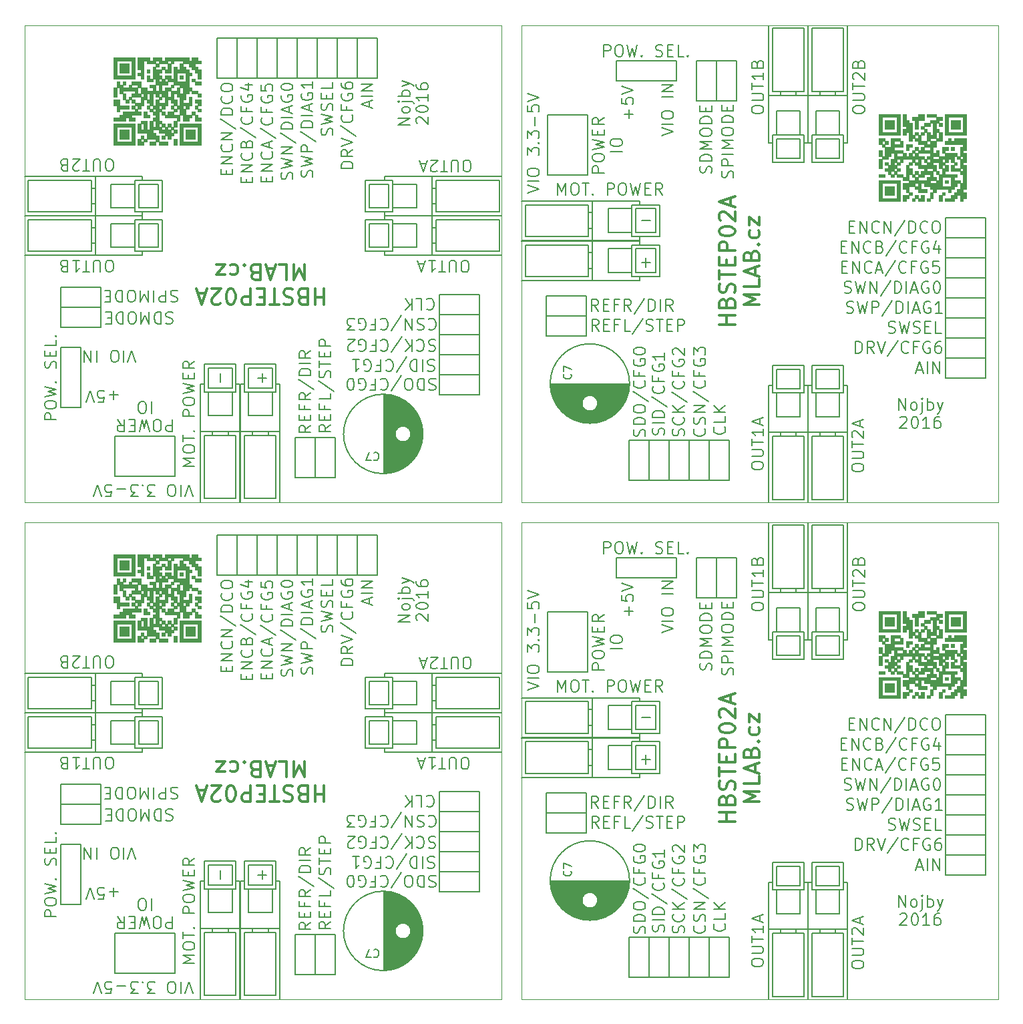
<source format=gbr>
G75*
G71*
%MOMM*%
%OFA0B0*%
%FSLAX53Y53*%
%IPPOS*%
%LPD*%
%ADD13C,0.30000*%
%ADD17C,0.20000*%
%ADD21C,0.01000*%
%ADD41C,0.15000*%
X0000000Y0000000D02*
G01*
D41*
D17*
X0048805Y0047832D02*
X0047305Y0047832D01*
X0048805Y0048689D01*
X0047305Y0048689D01*
X0048805Y0049617D02*
X0048733Y0049475D01*
X0048662Y0049403D01*
X0048519Y0049332D01*
X0048090Y0049332D01*
X0047947Y0049403D01*
X0047876Y0049475D01*
X0047805Y0049617D01*
X0047805Y0049832D01*
X0047876Y0049975D01*
X0047947Y0050046D01*
X0048090Y0050117D01*
X0048519Y0050117D01*
X0048662Y0050046D01*
X0048733Y0049975D01*
X0048805Y0049832D01*
X0048805Y0049617D01*
X0047805Y0050760D02*
X0049090Y0050760D01*
X0049233Y0050689D01*
X0049305Y0050546D01*
X0049305Y0050475D01*
X0047305Y0050760D02*
X0047376Y0050689D01*
X0047447Y0050760D01*
X0047376Y0050832D01*
X0047305Y0050760D01*
X0047447Y0050760D01*
X0048805Y0051475D02*
X0047305Y0051475D01*
X0047876Y0051475D02*
X0047805Y0051617D01*
X0047805Y0051903D01*
X0047876Y0052046D01*
X0047947Y0052117D01*
X0048090Y0052189D01*
X0048519Y0052189D01*
X0048662Y0052117D01*
X0048733Y0052046D01*
X0048805Y0051903D01*
X0048805Y0051617D01*
X0048733Y0051475D01*
X0047805Y0052689D02*
X0048805Y0053046D01*
X0047805Y0053403D02*
X0048805Y0053046D01*
X0049162Y0052903D01*
X0049233Y0052832D01*
X0049305Y0052689D01*
X0049747Y0047975D02*
X0049676Y0048046D01*
X0049605Y0048189D01*
X0049605Y0048546D01*
X0049676Y0048689D01*
X0049747Y0048760D01*
X0049890Y0048832D01*
X0050033Y0048832D01*
X0050247Y0048760D01*
X0051105Y0047903D01*
X0051105Y0048832D01*
X0049605Y0049760D02*
X0049605Y0049903D01*
X0049676Y0050046D01*
X0049747Y0050117D01*
X0049890Y0050189D01*
X0050176Y0050260D01*
X0050533Y0050260D01*
X0050819Y0050189D01*
X0050962Y0050117D01*
X0051033Y0050046D01*
X0051105Y0049903D01*
X0051105Y0049760D01*
X0051033Y0049617D01*
X0050962Y0049546D01*
X0050819Y0049475D01*
X0050533Y0049403D01*
X0050176Y0049403D01*
X0049890Y0049475D01*
X0049747Y0049546D01*
X0049676Y0049617D01*
X0049605Y0049760D01*
X0051105Y0051689D02*
X0051105Y0050832D01*
X0051105Y0051260D02*
X0049605Y0051260D01*
X0049819Y0051117D01*
X0049962Y0050975D01*
X0050033Y0050832D01*
X0049605Y0052975D02*
X0049605Y0052689D01*
X0049676Y0052546D01*
X0049747Y0052475D01*
X0049962Y0052332D01*
X0050247Y0052260D01*
X0050819Y0052260D01*
X0050962Y0052332D01*
X0051033Y0052403D01*
X0051105Y0052546D01*
X0051105Y0052832D01*
X0051033Y0052975D01*
X0050962Y0053046D01*
X0050819Y0053117D01*
X0050462Y0053117D01*
X0050319Y0053046D01*
X0050247Y0052975D01*
X0050176Y0052832D01*
X0050176Y0052546D01*
X0050247Y0052403D01*
X0050319Y0052332D01*
X0050462Y0052260D01*
D13*
X0037924Y0027041D02*
X0037924Y0025041D01*
X0037924Y0025993D02*
X0036782Y0025993D01*
X0036782Y0027041D02*
X0036782Y0025041D01*
X0035162Y0025993D02*
X0034877Y0026088D01*
X0034782Y0026184D01*
X0034686Y0026374D01*
X0034686Y0026660D01*
X0034782Y0026850D01*
X0034877Y0026946D01*
X0035067Y0027041D01*
X0035829Y0027041D01*
X0035829Y0025041D01*
X0035162Y0025041D01*
X0034972Y0025136D01*
X0034877Y0025231D01*
X0034782Y0025422D01*
X0034782Y0025612D01*
X0034877Y0025803D01*
X0034972Y0025898D01*
X0035162Y0025993D01*
X0035829Y0025993D01*
X0033924Y0026946D02*
X0033639Y0027041D01*
X0033162Y0027041D01*
X0032972Y0026946D01*
X0032877Y0026850D01*
X0032782Y0026660D01*
X0032782Y0026469D01*
X0032877Y0026279D01*
X0032972Y0026184D01*
X0033162Y0026088D01*
X0033543Y0025993D01*
X0033734Y0025898D01*
X0033829Y0025803D01*
X0033924Y0025612D01*
X0033924Y0025422D01*
X0033829Y0025231D01*
X0033734Y0025136D01*
X0033543Y0025041D01*
X0033067Y0025041D01*
X0032782Y0025136D01*
X0032210Y0025041D02*
X0031067Y0025041D01*
X0031639Y0027041D02*
X0031639Y0025041D01*
X0030401Y0025993D02*
X0029734Y0025993D01*
X0029448Y0027041D02*
X0030401Y0027041D01*
X0030401Y0025041D01*
X0029448Y0025041D01*
X0028591Y0027041D02*
X0028591Y0025041D01*
X0027829Y0025041D01*
X0027639Y0025136D01*
X0027543Y0025231D01*
X0027448Y0025422D01*
X0027448Y0025707D01*
X0027543Y0025898D01*
X0027639Y0025993D01*
X0027829Y0026088D01*
X0028591Y0026088D01*
X0026210Y0025041D02*
X0026020Y0025041D01*
X0025829Y0025136D01*
X0025734Y0025231D01*
X0025639Y0025422D01*
X0025543Y0025803D01*
X0025543Y0026279D01*
X0025639Y0026660D01*
X0025734Y0026850D01*
X0025829Y0026946D01*
X0026020Y0027041D01*
X0026210Y0027041D01*
X0026401Y0026946D01*
X0026496Y0026850D01*
X0026591Y0026660D01*
X0026686Y0026279D01*
X0026686Y0025803D01*
X0026591Y0025422D01*
X0026496Y0025231D01*
X0026401Y0025136D01*
X0026210Y0025041D01*
X0024782Y0025231D02*
X0024686Y0025136D01*
X0024496Y0025041D01*
X0024020Y0025041D01*
X0023829Y0025136D01*
X0023734Y0025231D01*
X0023639Y0025422D01*
X0023639Y0025612D01*
X0023734Y0025898D01*
X0024877Y0027041D01*
X0023639Y0027041D01*
X0022877Y0026469D02*
X0021924Y0026469D01*
X0023067Y0027041D02*
X0022401Y0025041D01*
X0021734Y0027041D01*
X0035448Y0030141D02*
X0035448Y0028141D01*
X0034782Y0029569D01*
X0034115Y0028141D01*
X0034115Y0030141D01*
X0032210Y0030141D02*
X0033162Y0030141D01*
X0033162Y0028141D01*
X0031639Y0029569D02*
X0030686Y0029569D01*
X0031829Y0030141D02*
X0031162Y0028141D01*
X0030496Y0030141D01*
X0029162Y0029093D02*
X0028877Y0029188D01*
X0028782Y0029284D01*
X0028686Y0029474D01*
X0028686Y0029760D01*
X0028782Y0029950D01*
X0028877Y0030046D01*
X0029067Y0030141D01*
X0029829Y0030141D01*
X0029829Y0028141D01*
X0029162Y0028141D01*
X0028972Y0028236D01*
X0028877Y0028331D01*
X0028782Y0028522D01*
X0028782Y0028712D01*
X0028877Y0028903D01*
X0028972Y0028998D01*
X0029162Y0029093D01*
X0029829Y0029093D01*
X0027829Y0029950D02*
X0027734Y0030046D01*
X0027829Y0030141D01*
X0027924Y0030046D01*
X0027829Y0029950D01*
X0027829Y0030141D01*
X0026020Y0030046D02*
X0026210Y0030141D01*
X0026591Y0030141D01*
X0026782Y0030046D01*
X0026877Y0029950D01*
X0026972Y0029760D01*
X0026972Y0029188D01*
X0026877Y0028998D01*
X0026782Y0028903D01*
X0026591Y0028807D01*
X0026210Y0028807D01*
X0026020Y0028903D01*
X0025353Y0028807D02*
X0024305Y0028807D01*
X0025353Y0030141D01*
X0024305Y0030141D01*
D17*
X0024745Y0015177D02*
X0024745Y0016319D01*
X0030079Y0015177D02*
X0030079Y0016319D01*
X0030651Y0015748D02*
X0029508Y0015748D01*
X0011835Y0013569D02*
X0010692Y0013569D01*
X0011263Y0014141D02*
X0011263Y0012998D01*
X0009263Y0012641D02*
X0009977Y0012641D01*
X0010049Y0013355D01*
X0009977Y0013283D01*
X0009835Y0013212D01*
X0009477Y0013212D01*
X0009335Y0013283D01*
X0009263Y0013355D01*
X0009192Y0013498D01*
X0009192Y0013855D01*
X0009263Y0013998D01*
X0009335Y0014069D01*
X0009477Y0014141D01*
X0009835Y0014141D01*
X0009977Y0014069D01*
X0010049Y0013998D01*
X0008763Y0012641D02*
X0008263Y0014141D01*
X0007763Y0012641D01*
X0014025Y0017721D02*
X0013525Y0019221D01*
X0013025Y0017721D01*
X0012525Y0019221D02*
X0012525Y0017721D01*
X0011525Y0017721D02*
X0011239Y0017721D01*
X0011097Y0017792D01*
X0010954Y0017935D01*
X0010882Y0018221D01*
X0010882Y0018721D01*
X0010954Y0019006D01*
X0011097Y0019149D01*
X0011239Y0019221D01*
X0011525Y0019221D01*
X0011668Y0019149D01*
X0011811Y0019006D01*
X0011882Y0018721D01*
X0011882Y0018221D01*
X0011811Y0017935D01*
X0011668Y0017792D01*
X0011525Y0017721D01*
X0009097Y0019221D02*
X0009097Y0017721D01*
X0008382Y0019221D02*
X0008382Y0017721D01*
X0007525Y0019221D01*
X0007525Y0017721D01*
X0021507Y0004569D02*
X0020007Y0004569D01*
X0021078Y0005069D01*
X0020007Y0005569D01*
X0021507Y0005569D01*
X0020007Y0006569D02*
X0020007Y0006855D01*
X0020078Y0006997D01*
X0020221Y0007140D01*
X0020507Y0007212D01*
X0021007Y0007212D01*
X0021292Y0007140D01*
X0021435Y0006997D01*
X0021507Y0006855D01*
X0021507Y0006569D01*
X0021435Y0006426D01*
X0021292Y0006283D01*
X0021007Y0006212D01*
X0020507Y0006212D01*
X0020221Y0006283D01*
X0020078Y0006426D01*
X0020007Y0006569D01*
X0020007Y0007640D02*
X0020007Y0008497D01*
X0021507Y0008069D02*
X0020007Y0008069D01*
X0021364Y0008997D02*
X0021435Y0009069D01*
X0021507Y0008997D01*
X0021435Y0008926D01*
X0021364Y0008997D01*
X0021507Y0008997D01*
X0021507Y0010855D02*
X0020007Y0010855D01*
X0020007Y0011426D01*
X0020078Y0011569D01*
X0020149Y0011640D01*
X0020292Y0011712D01*
X0020507Y0011712D01*
X0020649Y0011640D01*
X0020721Y0011569D01*
X0020792Y0011426D01*
X0020792Y0010855D01*
X0020007Y0012640D02*
X0020007Y0012926D01*
X0020078Y0013069D01*
X0020221Y0013212D01*
X0020507Y0013283D01*
X0021007Y0013283D01*
X0021292Y0013212D01*
X0021435Y0013069D01*
X0021507Y0012926D01*
X0021507Y0012640D01*
X0021435Y0012497D01*
X0021292Y0012355D01*
X0021007Y0012283D01*
X0020507Y0012283D01*
X0020221Y0012355D01*
X0020078Y0012497D01*
X0020007Y0012640D01*
X0020007Y0013783D02*
X0021507Y0014140D01*
X0020435Y0014426D01*
X0021507Y0014712D01*
X0020007Y0015069D01*
X0020721Y0015640D02*
X0020721Y0016140D01*
X0021507Y0016355D02*
X0021507Y0015640D01*
X0020007Y0015640D01*
X0020007Y0016355D01*
X0021507Y0017855D02*
X0020792Y0017355D01*
X0021507Y0016997D02*
X0020007Y0016997D01*
X0020007Y0017569D01*
X0020078Y0017712D01*
X0020149Y0017783D01*
X0020292Y0017855D01*
X0020507Y0017855D01*
X0020649Y0017783D01*
X0020721Y0017712D01*
X0020792Y0017569D01*
X0020792Y0016997D01*
X0018704Y0010451D02*
X0018704Y0008951D01*
X0018133Y0008951D01*
X0017990Y0009022D01*
X0017919Y0009093D01*
X0017847Y0009236D01*
X0017847Y0009451D01*
X0017919Y0009593D01*
X0017990Y0009665D01*
X0018133Y0009736D01*
X0018704Y0009736D01*
X0016919Y0008951D02*
X0016633Y0008951D01*
X0016490Y0009022D01*
X0016347Y0009165D01*
X0016276Y0009451D01*
X0016276Y0009951D01*
X0016347Y0010236D01*
X0016490Y0010379D01*
X0016633Y0010451D01*
X0016919Y0010451D01*
X0017061Y0010379D01*
X0017204Y0010236D01*
X0017276Y0009951D01*
X0017276Y0009451D01*
X0017204Y0009165D01*
X0017061Y0009022D01*
X0016919Y0008951D01*
X0015776Y0008951D02*
X0015419Y0010451D01*
X0015133Y0009379D01*
X0014847Y0010451D01*
X0014490Y0008951D01*
X0013919Y0009665D02*
X0013419Y0009665D01*
X0013204Y0010451D02*
X0013919Y0010451D01*
X0013919Y0008951D01*
X0013204Y0008951D01*
X0011704Y0010451D02*
X0012204Y0009736D01*
X0012561Y0010451D02*
X0012561Y0008951D01*
X0011990Y0008951D01*
X0011847Y0009022D01*
X0011776Y0009093D01*
X0011704Y0009236D01*
X0011704Y0009451D01*
X0011776Y0009593D01*
X0011847Y0009665D01*
X0011990Y0009736D01*
X0012561Y0009736D01*
X0016026Y0012751D02*
X0016026Y0011251D01*
X0015026Y0011251D02*
X0014740Y0011251D01*
X0014597Y0011322D01*
X0014454Y0011465D01*
X0014383Y0011751D01*
X0014383Y0012251D01*
X0014454Y0012536D01*
X0014597Y0012679D01*
X0014740Y0012751D01*
X0015026Y0012751D01*
X0015169Y0012679D01*
X0015311Y0012536D01*
X0015383Y0012251D01*
X0015383Y0011751D01*
X0015311Y0011465D01*
X0015169Y0011322D01*
X0015026Y0011251D01*
X0056197Y0041851D02*
X0055911Y0041851D01*
X0055769Y0041922D01*
X0055626Y0042065D01*
X0055554Y0042351D01*
X0055554Y0042851D01*
X0055626Y0043136D01*
X0055769Y0043279D01*
X0055911Y0043351D01*
X0056197Y0043351D01*
X0056340Y0043279D01*
X0056483Y0043136D01*
X0056554Y0042851D01*
X0056554Y0042351D01*
X0056483Y0042065D01*
X0056340Y0041922D01*
X0056197Y0041851D01*
X0054911Y0041851D02*
X0054911Y0043065D01*
X0054840Y0043208D01*
X0054769Y0043279D01*
X0054626Y0043351D01*
X0054340Y0043351D01*
X0054197Y0043279D01*
X0054126Y0043208D01*
X0054054Y0043065D01*
X0054054Y0041851D01*
X0053554Y0041851D02*
X0052697Y0041851D01*
X0053126Y0043351D02*
X0053126Y0041851D01*
X0052269Y0041993D02*
X0052197Y0041922D01*
X0052054Y0041851D01*
X0051697Y0041851D01*
X0051554Y0041922D01*
X0051483Y0041993D01*
X0051411Y0042136D01*
X0051411Y0042279D01*
X0051483Y0042493D01*
X0052340Y0043351D01*
X0051411Y0043351D01*
X0050840Y0042922D02*
X0050126Y0042922D01*
X0050983Y0043351D02*
X0050483Y0041851D01*
X0049983Y0043351D01*
X0055943Y0029144D02*
X0055657Y0029144D01*
X0055515Y0029215D01*
X0055372Y0029358D01*
X0055300Y0029644D01*
X0055300Y0030144D01*
X0055372Y0030429D01*
X0055515Y0030572D01*
X0055657Y0030644D01*
X0055943Y0030644D01*
X0056086Y0030572D01*
X0056229Y0030429D01*
X0056300Y0030144D01*
X0056300Y0029644D01*
X0056229Y0029358D01*
X0056086Y0029215D01*
X0055943Y0029144D01*
X0054657Y0029144D02*
X0054657Y0030358D01*
X0054586Y0030501D01*
X0054515Y0030572D01*
X0054372Y0030644D01*
X0054086Y0030644D01*
X0053943Y0030572D01*
X0053872Y0030501D01*
X0053800Y0030358D01*
X0053800Y0029144D01*
X0053300Y0029144D02*
X0052443Y0029144D01*
X0052872Y0030644D02*
X0052872Y0029144D01*
X0051157Y0030644D02*
X0052015Y0030644D01*
X0051586Y0030644D02*
X0051586Y0029144D01*
X0051729Y0029358D01*
X0051872Y0029501D01*
X0052015Y0029572D01*
X0050586Y0030215D02*
X0049872Y0030215D01*
X0050729Y0030644D02*
X0050229Y0029144D01*
X0049729Y0030644D01*
X0010838Y0029151D02*
X0010553Y0029151D01*
X0010410Y0029222D01*
X0010267Y0029365D01*
X0010195Y0029651D01*
X0010195Y0030151D01*
X0010267Y0030436D01*
X0010410Y0030579D01*
X0010553Y0030651D01*
X0010838Y0030651D01*
X0010981Y0030579D01*
X0011124Y0030436D01*
X0011195Y0030151D01*
X0011195Y0029651D01*
X0011124Y0029365D01*
X0010981Y0029222D01*
X0010838Y0029151D01*
X0009553Y0029151D02*
X0009553Y0030365D01*
X0009481Y0030508D01*
X0009410Y0030579D01*
X0009267Y0030651D01*
X0008981Y0030651D01*
X0008838Y0030579D01*
X0008767Y0030508D01*
X0008695Y0030365D01*
X0008695Y0029151D01*
X0008195Y0029151D02*
X0007338Y0029151D01*
X0007767Y0030651D02*
X0007767Y0029151D01*
X0006053Y0030651D02*
X0006910Y0030651D01*
X0006481Y0030651D02*
X0006481Y0029151D01*
X0006624Y0029365D01*
X0006767Y0029508D01*
X0006910Y0029579D01*
X0004910Y0029865D02*
X0004695Y0029936D01*
X0004624Y0030008D01*
X0004553Y0030151D01*
X0004553Y0030365D01*
X0004624Y0030508D01*
X0004695Y0030579D01*
X0004838Y0030651D01*
X0005410Y0030651D01*
X0005410Y0029151D01*
X0004910Y0029151D01*
X0004767Y0029222D01*
X0004695Y0029293D01*
X0004624Y0029436D01*
X0004624Y0029579D01*
X0004695Y0029722D01*
X0004767Y0029793D01*
X0004910Y0029865D01*
X0005410Y0029865D01*
X0010838Y0041971D02*
X0010553Y0041971D01*
X0010410Y0042042D01*
X0010267Y0042185D01*
X0010195Y0042471D01*
X0010195Y0042971D01*
X0010267Y0043256D01*
X0010410Y0043399D01*
X0010553Y0043471D01*
X0010838Y0043471D01*
X0010981Y0043399D01*
X0011124Y0043256D01*
X0011195Y0042971D01*
X0011195Y0042471D01*
X0011124Y0042185D01*
X0010981Y0042042D01*
X0010838Y0041971D01*
X0009553Y0041971D02*
X0009553Y0043185D01*
X0009481Y0043328D01*
X0009410Y0043399D01*
X0009267Y0043471D01*
X0008981Y0043471D01*
X0008838Y0043399D01*
X0008767Y0043328D01*
X0008695Y0043185D01*
X0008695Y0041971D01*
X0008195Y0041971D02*
X0007338Y0041971D01*
X0007767Y0043471D02*
X0007767Y0041971D01*
X0006910Y0042113D02*
X0006838Y0042042D01*
X0006695Y0041971D01*
X0006338Y0041971D01*
X0006195Y0042042D01*
X0006124Y0042113D01*
X0006053Y0042256D01*
X0006053Y0042399D01*
X0006124Y0042613D01*
X0006981Y0043471D01*
X0006053Y0043471D01*
X0004910Y0042685D02*
X0004695Y0042756D01*
X0004624Y0042828D01*
X0004553Y0042971D01*
X0004553Y0043185D01*
X0004624Y0043328D01*
X0004695Y0043399D01*
X0004838Y0043471D01*
X0005410Y0043471D01*
X0005410Y0041971D01*
X0004910Y0041971D01*
X0004767Y0042042D01*
X0004695Y0042113D01*
X0004624Y0042256D01*
X0004624Y0042399D01*
X0004695Y0042542D01*
X0004767Y0042613D01*
X0004910Y0042685D01*
X0005410Y0042685D01*
D41*
X0045501Y0013635D02*
X0045501Y0003637D01*
X0045641Y0013631D02*
X0045641Y0003641D01*
X0045781Y0013623D02*
X0045781Y0003649D01*
X0045921Y0013611D02*
X0045921Y0003661D01*
X0046061Y0013596D02*
X0046061Y0003676D01*
X0046201Y0013576D02*
X0046201Y0003696D01*
X0046341Y0013552D02*
X0046341Y0003720D01*
X0046481Y0013523D02*
X0046481Y0003749D01*
X0046621Y0013491D02*
X0046621Y0003781D01*
X0046761Y0013454D02*
X0046761Y0003818D01*
X0046901Y0013413D02*
X0046901Y0003859D01*
X0047041Y0013368D02*
X0047041Y0009102D01*
X0047041Y0008170D02*
X0047041Y0003904D01*
X0047181Y0013318D02*
X0047181Y0009303D01*
X0047181Y0007969D02*
X0047181Y0003954D01*
X0047321Y0013263D02*
X0047321Y0009432D01*
X0047321Y0007840D02*
X0047321Y0004009D01*
X0047461Y0013203D02*
X0047461Y0009521D01*
X0047461Y0007751D02*
X0047461Y0004069D01*
X0047601Y0013138D02*
X0047601Y0009582D01*
X0047601Y0007690D02*
X0047601Y0004134D01*
X0047741Y0013068D02*
X0047741Y0009619D01*
X0047741Y0007653D02*
X0047741Y0004204D01*
X0047881Y0012992D02*
X0047881Y0009635D01*
X0047881Y0007637D02*
X0047881Y0004280D01*
X0048021Y0012910D02*
X0048021Y0009631D01*
X0048021Y0007641D02*
X0048021Y0004362D01*
X0048161Y0012822D02*
X0048161Y0009608D01*
X0048161Y0007664D02*
X0048161Y0004450D01*
X0048301Y0012727D02*
X0048301Y0009563D01*
X0048301Y0007709D02*
X0048301Y0004545D01*
X0048441Y0012625D02*
X0048441Y0009493D01*
X0048441Y0007779D02*
X0048441Y0004647D01*
X0048581Y0012515D02*
X0048581Y0009392D01*
X0048581Y0007880D02*
X0048581Y0004757D01*
X0048721Y0012397D02*
X0048721Y0009243D01*
X0048721Y0008029D02*
X0048721Y0004875D01*
X0048861Y0012269D02*
X0048861Y0008991D01*
X0048861Y0008281D02*
X0048861Y0005003D01*
X0049001Y0012132D02*
X0049001Y0005140D01*
X0049141Y0011982D02*
X0049141Y0005290D01*
X0049281Y0011820D02*
X0049281Y0005452D01*
X0049421Y0011643D02*
X0049421Y0005629D01*
X0049561Y0011447D02*
X0049561Y0005825D01*
X0049701Y0011229D02*
X0049701Y0006043D01*
X0049841Y0010983D02*
X0049841Y0006289D01*
X0049981Y0010698D02*
X0049981Y0006574D01*
X0050121Y0010356D02*
X0050121Y0006916D01*
X0050261Y0009910D02*
X0050261Y0007362D01*
X0050401Y0009135D02*
X0050401Y0008137D01*
X0047926Y0009636D02*
G75*
G03*
X0047926Y0009636I0000000J-001000D01*
G01*
X0045426Y0013674D02*
G75*
G03*
X0045426Y0013674I0000000J-005038D01*
G01*
X0011367Y0003239D02*
X0011367Y0008319D01*
X0011367Y0008319D02*
X0018987Y0008319D01*
X0018987Y0008319D02*
X0018987Y0003239D01*
X0018987Y0003239D02*
X0011367Y0003239D01*
X0039367Y0003112D02*
X0036827Y0003112D01*
X0036827Y0003112D02*
X0036827Y0008192D01*
X0036827Y0008192D02*
X0039367Y0008192D01*
X0039367Y0008192D02*
X0039367Y0003112D01*
X0036830Y0003112D02*
X0034290Y0003112D01*
X0034290Y0003112D02*
X0034290Y0008192D01*
X0034290Y0008192D02*
X0036830Y0008192D01*
X0036830Y0008192D02*
X0036830Y0003112D01*
X0057658Y0026289D02*
X0057658Y0023749D01*
X0057658Y0023749D02*
X0052578Y0023749D01*
X0052578Y0023749D02*
X0052578Y0026289D01*
X0052578Y0026289D02*
X0057658Y0026289D01*
X0032345Y0014970D02*
X0031845Y0014970D01*
X0027845Y0014970D02*
X0027345Y0014970D01*
X0032345Y0008970D02*
X0027345Y0008970D01*
X0031346Y0016970D02*
X0028344Y0016970D01*
X0031346Y0014470D02*
X0028344Y0014470D01*
X0027845Y0017470D02*
X0031845Y0017470D01*
X0027845Y0013970D02*
X0031845Y0013970D01*
X0031345Y0010970D02*
X0028345Y0010970D01*
X0027845Y0008469D02*
X0031845Y0008469D01*
X0031845Y0000469D02*
X0027845Y0000469D01*
X0030845Y0008469D02*
X0030845Y0008970D01*
X0031345Y0014470D02*
X0031345Y0016970D01*
X0031845Y0013970D02*
X0031845Y0017470D01*
X0028845Y0008469D02*
X0028845Y0008970D01*
X0028345Y0014470D02*
X0028345Y0016970D01*
X0027845Y0013970D02*
X0027845Y0017471D01*
X0031345Y0010970D02*
X0031345Y0013970D01*
X0031845Y0000469D02*
X0031845Y0008469D01*
X0032345Y0008970D02*
X0032345Y0014970D01*
X0028345Y0010970D02*
X0028345Y0013970D01*
X0027845Y0000469D02*
X0027845Y0008469D01*
X0027345Y0008970D02*
X0027345Y0014970D01*
X0032345Y0008970D02*
X0032345Y0000000D01*
X0032345Y-000030D02*
X0027345Y0000000D02*
X0027345Y0008970D01*
X0027265Y0014970D02*
X0026765Y0014970D01*
X0022765Y0014970D02*
X0022265Y0014970D01*
X0027265Y0008970D02*
X0022265Y0008970D01*
X0026266Y0016970D02*
X0023264Y0016970D01*
X0026266Y0014470D02*
X0023264Y0014470D01*
X0022765Y0017470D02*
X0026765Y0017470D01*
X0022765Y0013970D02*
X0026765Y0013970D01*
X0026265Y0010970D02*
X0023265Y0010970D01*
X0022765Y0008469D02*
X0026765Y0008469D01*
X0026765Y0000469D02*
X0022765Y0000469D01*
X0025765Y0008469D02*
X0025765Y0008970D01*
X0026265Y0014470D02*
X0026265Y0016970D01*
X0026765Y0013970D02*
X0026765Y0017470D01*
X0023765Y0008469D02*
X0023765Y0008970D01*
X0023265Y0014470D02*
X0023265Y0016970D01*
X0022765Y0013970D02*
X0022765Y0017471D01*
X0026265Y0010970D02*
X0026265Y0013970D01*
X0026765Y0000469D02*
X0026765Y0008469D01*
X0027265Y0008970D02*
X0027265Y0014970D01*
X0023265Y0010970D02*
X0023265Y0013970D01*
X0022765Y0000469D02*
X0022765Y0008469D01*
X0022265Y0008970D02*
X0022265Y0014970D01*
X0027265Y0008970D02*
X0027265Y0000000D01*
X0027265Y-000030D02*
X0022265Y0000000D02*
X0022265Y0008970D01*
X0052578Y0021209D02*
X0052578Y0023749D01*
X0052578Y0023749D02*
X0057658Y0023749D01*
X0057658Y0023749D02*
X0057658Y0021209D01*
X0057658Y0021209D02*
X0052578Y0021209D01*
X0057658Y0021209D02*
X0057658Y0018669D01*
X0057658Y0018669D02*
X0052578Y0018669D01*
X0052578Y0018669D02*
X0052578Y0021209D01*
X0052578Y0021209D02*
X0057658Y0021209D01*
X0057658Y0018669D02*
X0057658Y0016129D01*
X0057658Y0016129D02*
X0052578Y0016129D01*
X0052578Y0016129D02*
X0052578Y0018669D01*
X0052578Y0018669D02*
X0057658Y0018669D01*
X0057658Y0016129D02*
X0057658Y0013589D01*
X0057658Y0013589D02*
X0052578Y0013589D01*
X0052578Y0013589D02*
X0052578Y0016129D01*
X0052578Y0016129D02*
X0057658Y0016129D01*
X0026924Y0053721D02*
X0024384Y0053721D01*
X0024384Y0053721D02*
X0024384Y0058801D01*
X0024384Y0058801D02*
X0026924Y0058801D01*
X0026924Y0058801D02*
X0026924Y0053721D01*
X0029464Y0053721D02*
X0026924Y0053721D01*
X0026924Y0053721D02*
X0026924Y0058801D01*
X0026924Y0058801D02*
X0029464Y0058801D01*
X0029464Y0058801D02*
X0029464Y0053721D01*
X0029464Y0058801D02*
X0032004Y0058801D01*
X0032004Y0058801D02*
X0032004Y0053721D01*
X0032004Y0053721D02*
X0029464Y0053721D01*
X0029464Y0053721D02*
X0029464Y0058801D01*
X0037084Y0053721D02*
X0034544Y0053721D01*
X0034544Y0053721D02*
X0034544Y0058801D01*
X0034544Y0058801D02*
X0037084Y0058801D01*
X0037084Y0058801D02*
X0037084Y0053721D01*
X0034544Y0053721D02*
X0032004Y0053721D01*
X0032004Y0053721D02*
X0032004Y0058801D01*
X0032004Y0058801D02*
X0034544Y0058801D01*
X0034544Y0058801D02*
X0034544Y0053721D01*
X0045626Y0036282D02*
X0045626Y0035782D01*
X0045626Y0031782D02*
X0045626Y0031282D01*
X0051626Y0036282D02*
X0051626Y0031282D01*
X0043626Y0035283D02*
X0043626Y0032281D01*
X0046126Y0035283D02*
X0046126Y0032281D01*
X0043126Y0031782D02*
X0043126Y0035782D01*
X0046626Y0031782D02*
X0046626Y0035782D01*
X0049626Y0035282D02*
X0049626Y0032282D01*
X0052126Y0031782D02*
X0052126Y0035782D01*
X0060126Y0035782D02*
X0060126Y0031782D01*
X0052126Y0034782D02*
X0051626Y0034782D01*
X0046126Y0035282D02*
X0043626Y0035282D01*
X0046626Y0035782D02*
X0043126Y0035782D01*
X0052126Y0032782D02*
X0051626Y0032782D01*
X0046126Y0032282D02*
X0043626Y0032282D01*
X0046626Y0031782D02*
X0043125Y0031782D01*
X0049626Y0035282D02*
X0046626Y0035282D01*
X0060126Y0035782D02*
X0052126Y0035782D01*
X0051626Y0036282D02*
X0045626Y0036282D01*
X0049626Y0032282D02*
X0046626Y0032282D01*
X0060126Y0031782D02*
X0052126Y0031782D01*
X0051626Y0031282D02*
X0045626Y0031282D01*
X0051626Y0036282D02*
X0060452Y0036282D01*
X0060626Y0036282D02*
X0060452Y0031282D02*
X0051626Y0031282D01*
X0045626Y0041299D02*
X0045626Y0040799D01*
X0045626Y0036799D02*
X0045626Y0036299D01*
X0051626Y0041299D02*
X0051626Y0036298D01*
X0043626Y0040300D02*
X0043626Y0037298D01*
X0046126Y0040300D02*
X0046126Y0037298D01*
X0043126Y0036799D02*
X0043126Y0040799D01*
X0046626Y0036799D02*
X0046626Y0040799D01*
X0049626Y0040299D02*
X0049626Y0037298D01*
X0052126Y0036799D02*
X0052126Y0040799D01*
X0060126Y0040799D02*
X0060126Y0036799D01*
X0052126Y0039799D02*
X0051626Y0039799D01*
X0046126Y0040299D02*
X0043626Y0040299D01*
X0046626Y0040799D02*
X0043126Y0040799D01*
X0052126Y0037799D02*
X0051626Y0037799D01*
X0046126Y0037299D02*
X0043626Y0037299D01*
X0046626Y0036799D02*
X0043125Y0036799D01*
X0049626Y0040299D02*
X0046626Y0040299D01*
X0060126Y0040799D02*
X0052126Y0040799D01*
X0051626Y0041299D02*
X0045626Y0041299D01*
X0049626Y0037299D02*
X0046626Y0037299D01*
X0060126Y0036799D02*
X0052126Y0036799D01*
X0051626Y0036299D02*
X0045626Y0036299D01*
X0051626Y0041299D02*
X0060452Y0041299D01*
X0060626Y0041299D02*
X0060452Y0036299D02*
X0051626Y0036299D01*
X0007049Y0012002D02*
X0004509Y0012002D01*
X0004509Y0012002D02*
X0004509Y0019622D01*
X0004509Y0019622D02*
X0007049Y0019622D01*
X0007049Y0019622D02*
X0007049Y0012002D01*
X0004509Y0022162D02*
X0004509Y0024702D01*
X0004509Y0024702D02*
X0009589Y0024702D01*
X0009589Y0024702D02*
X0009589Y0022162D01*
X0009589Y0022162D02*
X0004509Y0022162D01*
X0042164Y0053721D02*
X0039624Y0053721D01*
X0039624Y0053721D02*
X0039624Y0058801D01*
X0039624Y0058801D02*
X0042164Y0058801D01*
X0042164Y0058801D02*
X0042164Y0053721D01*
X0039624Y0053721D02*
X0037084Y0053721D01*
X0037084Y0053721D02*
X0037084Y0058801D01*
X0037084Y0058801D02*
X0039624Y0058801D01*
X0039624Y0058801D02*
X0039624Y0053721D01*
X0004509Y0024702D02*
X0004509Y0027242D01*
X0004509Y0027242D02*
X0009589Y0027242D01*
X0009589Y0027242D02*
X0009589Y0024702D01*
X0009589Y0024702D02*
X0004509Y0024702D01*
X0044704Y0053721D02*
X0042164Y0053721D01*
X0042164Y0053721D02*
X0042164Y0058801D01*
X0042164Y0058801D02*
X0044704Y0058801D01*
X0044704Y0058801D02*
X0044704Y0053721D01*
X0014906Y0031282D02*
X0014906Y0031782D01*
X0014906Y0035782D02*
X0014906Y0036282D01*
X0008906Y0031282D02*
X0008906Y0036282D01*
X0016906Y0032281D02*
X0016906Y0035283D01*
X0014406Y0032281D02*
X0014406Y0035283D01*
X0017406Y0035782D02*
X0017406Y0031782D01*
X0013906Y0035782D02*
X0013906Y0031782D01*
X0010906Y0032282D02*
X0010906Y0035282D01*
X0008406Y0035782D02*
X0008406Y0031782D01*
X0000406Y0031782D02*
X0000406Y0035782D01*
X0008406Y0032782D02*
X0008906Y0032782D01*
X0014406Y0032282D02*
X0016906Y0032282D01*
X0013906Y0031782D02*
X0017406Y0031782D01*
X0008406Y0034782D02*
X0008906Y0034782D01*
X0014406Y0035282D02*
X0016906Y0035282D01*
X0013906Y0035782D02*
X0017407Y0035782D01*
X0010906Y0032282D02*
X0013906Y0032282D01*
X0000406Y0031782D02*
X0008406Y0031782D01*
X0008906Y0031282D02*
X0014906Y0031282D01*
X0010906Y0035282D02*
X0013906Y0035282D01*
X0000406Y0035782D02*
X0008406Y0035782D01*
X0008906Y0036282D02*
X0014906Y0036282D01*
X0008906Y0031282D02*
X0000000Y0031282D01*
X-000094Y0031282D02*
X0000000Y0036282D02*
X0008906Y0036282D01*
X0014906Y0036299D02*
X0014906Y0036799D01*
X0014906Y0040799D02*
X0014906Y0041299D01*
X0008906Y0036298D02*
X0008906Y0041299D01*
X0016906Y0037298D02*
X0016906Y0040300D01*
X0014406Y0037298D02*
X0014406Y0040300D01*
X0017406Y0040799D02*
X0017406Y0036799D01*
X0013906Y0040799D02*
X0013906Y0036799D01*
X0010906Y0037298D02*
X0010906Y0040299D01*
X0008406Y0040799D02*
X0008406Y0036799D01*
X0000406Y0036799D02*
X0000406Y0040799D01*
X0008406Y0037799D02*
X0008906Y0037799D01*
X0014406Y0037299D02*
X0016906Y0037299D01*
X0013906Y0036799D02*
X0017406Y0036799D01*
X0008406Y0039799D02*
X0008906Y0039799D01*
X0014406Y0040299D02*
X0016906Y0040299D01*
X0013906Y0040799D02*
X0017407Y0040799D01*
X0010906Y0037299D02*
X0013906Y0037299D01*
X0000406Y0036799D02*
X0008406Y0036799D01*
X0008906Y0036299D02*
X0014906Y0036299D01*
X0010906Y0040299D02*
X0013906Y0040299D01*
X0000406Y0040799D02*
X0008406Y0040799D01*
X0008906Y0041299D02*
X0014906Y0041299D01*
X0008906Y0036299D02*
X0000000Y0036299D01*
X-000094Y0036299D02*
X0000000Y0041299D02*
X0008906Y0041299D01*
D21*
G36*
X0022301Y0047955D02*
X0022301Y0045288D01*
X0020015Y0045288D01*
X0020015Y0045669D01*
X0021920Y0045669D01*
X0021920Y0047574D01*
X0020015Y0047574D01*
X0020015Y0045669D01*
X0020015Y0045288D01*
X0019634Y0045288D01*
X0019634Y0047955D01*
X0022301Y0047955D01*
X0022301Y0047955D01*
G37*
X0022301Y0047955D02*
X0022301Y0045288D01*
X0020015Y0045288D01*
X0020015Y0045669D01*
X0021920Y0045669D01*
X0021920Y0047574D01*
X0020015Y0047574D01*
X0020015Y0045669D01*
X0020015Y0045288D01*
X0019634Y0045288D01*
X0019634Y0047955D01*
X0022301Y0047955D01*
G36*
X0012776Y0053289D02*
X0012776Y0052908D01*
X0012395Y0052908D01*
X0012395Y0053289D01*
X0012776Y0053289D01*
X0012776Y0053289D01*
G37*
X0012776Y0053289D02*
X0012776Y0052908D01*
X0012395Y0052908D01*
X0012395Y0053289D01*
X0012776Y0053289D01*
G36*
X0014681Y0046050D02*
X0014681Y0046431D01*
X0015062Y0046431D01*
X0015062Y0046050D01*
X0014681Y0046050D01*
X0014681Y0046050D01*
G37*
X0014681Y0046050D02*
X0014681Y0046431D01*
X0015062Y0046431D01*
X0015062Y0046050D01*
X0014681Y0046050D01*
G36*
X0016586Y0045288D02*
X0015824Y0045288D01*
X0015824Y0045669D01*
X0016586Y0045669D01*
X0016586Y0045288D01*
X0016586Y0045288D01*
G37*
X0016586Y0045288D02*
X0015824Y0045288D01*
X0015824Y0045669D01*
X0016586Y0045669D01*
X0016586Y0045288D01*
G36*
X0015062Y0045288D02*
X0014300Y0045288D01*
X0014300Y0046050D01*
X0014681Y0046050D01*
X0014681Y0045669D01*
X0015062Y0045669D01*
X0015062Y0045288D01*
X0015062Y0045288D01*
G37*
X0015062Y0045288D02*
X0014300Y0045288D01*
X0014300Y0046050D01*
X0014681Y0046050D01*
X0014681Y0045669D01*
X0015062Y0045669D01*
X0015062Y0045288D01*
G36*
X0018110Y0045669D02*
X0018110Y0045288D01*
X0016967Y0045288D01*
X0016967Y0045669D01*
X0018110Y0045669D01*
X0018110Y0045669D01*
G37*
X0018110Y0045669D02*
X0018110Y0045288D01*
X0016967Y0045288D01*
X0016967Y0045669D01*
X0018110Y0045669D01*
G36*
X0015062Y0046050D02*
X0015443Y0046050D01*
X0015443Y0045669D01*
X0015062Y0045669D01*
X0015062Y0046050D01*
X0015062Y0046050D01*
G37*
X0015062Y0046050D02*
X0015443Y0046050D01*
X0015443Y0045669D01*
X0015062Y0045669D01*
X0015062Y0046050D01*
G36*
X0017729Y0046050D02*
X0017348Y0046050D01*
X0017348Y0046431D01*
X0017729Y0046431D01*
X0017729Y0046050D01*
X0017729Y0046050D01*
G37*
X0017729Y0046050D02*
X0017348Y0046050D01*
X0017348Y0046431D01*
X0017729Y0046431D01*
X0017729Y0046050D01*
G36*
X0018491Y0047193D02*
X0018491Y0047574D01*
X0018872Y0047574D01*
X0018872Y0047193D01*
X0018491Y0047193D01*
X0018491Y0047193D01*
G37*
X0018491Y0047193D02*
X0018491Y0047574D01*
X0018872Y0047574D01*
X0018872Y0047193D01*
X0018491Y0047193D01*
G36*
X0019253Y0047193D02*
X0019253Y0046812D01*
X0018872Y0046812D01*
X0018872Y0047193D01*
X0019253Y0047193D01*
X0019253Y0047193D01*
G37*
X0019253Y0047193D02*
X0019253Y0046812D01*
X0018872Y0046812D01*
X0018872Y0047193D01*
X0019253Y0047193D01*
G36*
X0019253Y0047574D02*
X0018872Y0047574D01*
X0018872Y0048336D01*
X0019253Y0048336D01*
X0019253Y0047574D01*
X0019253Y0047574D01*
G37*
X0019253Y0047574D02*
X0018872Y0047574D01*
X0018872Y0048336D01*
X0019253Y0048336D01*
X0019253Y0047574D01*
G36*
X0021920Y0049098D02*
X0021920Y0048717D01*
X0022301Y0048717D01*
X0022301Y0048336D01*
X0021539Y0048336D01*
X0021539Y0049098D01*
X0021920Y0049098D01*
X0021920Y0049098D01*
G37*
X0021920Y0049098D02*
X0021920Y0048717D01*
X0022301Y0048717D01*
X0022301Y0048336D01*
X0021539Y0048336D01*
X0021539Y0049098D01*
X0021920Y0049098D01*
G36*
X0019253Y0048717D02*
X0017729Y0048717D01*
X0017729Y0049098D01*
X0018110Y0049098D01*
X0018110Y0049479D01*
X0018872Y0049479D01*
X0018872Y0049098D01*
X0019634Y0049098D01*
X0019634Y0048336D01*
X0019253Y0048336D01*
X0019253Y0048717D01*
X0019253Y0048717D01*
G37*
X0019253Y0048717D02*
X0017729Y0048717D01*
X0017729Y0049098D01*
X0018110Y0049098D01*
X0018110Y0049479D01*
X0018872Y0049479D01*
X0018872Y0049098D01*
X0019634Y0049098D01*
X0019634Y0048336D01*
X0019253Y0048336D01*
X0019253Y0048717D01*
G36*
X0022301Y0051765D02*
X0022301Y0051384D01*
X0021920Y0051384D01*
X0021920Y0051765D01*
X0022301Y0051765D01*
X0022301Y0051765D01*
G37*
X0022301Y0051765D02*
X0022301Y0051384D01*
X0021920Y0051384D01*
X0021920Y0051765D01*
X0022301Y0051765D01*
G36*
X0021158Y0049098D02*
X0021158Y0049479D01*
X0021539Y0049479D01*
X0021539Y0049098D01*
X0021158Y0049098D01*
X0021158Y0049098D01*
G37*
X0021158Y0049098D02*
X0021158Y0049479D01*
X0021539Y0049479D01*
X0021539Y0049098D01*
X0021158Y0049098D01*
G36*
X0016205Y0053289D02*
X0015443Y0053289D01*
X0015443Y0054051D01*
X0015824Y0054051D01*
X0015824Y0053670D01*
X0016205Y0053670D01*
X0016205Y0053289D01*
X0016205Y0053289D01*
G37*
X0016205Y0053289D02*
X0015443Y0053289D01*
X0015443Y0054051D01*
X0015824Y0054051D01*
X0015824Y0053670D01*
X0016205Y0053670D01*
X0016205Y0053289D01*
G36*
X0021158Y0051765D02*
X0021158Y0052146D01*
X0021920Y0052146D01*
X0021920Y0051765D01*
X0021158Y0051765D01*
X0021158Y0051765D01*
G37*
X0021158Y0051765D02*
X0021158Y0052146D01*
X0021920Y0052146D01*
X0021920Y0051765D01*
X0021158Y0051765D01*
G36*
X0014300Y0052527D02*
X0014300Y0052908D01*
X0013538Y0052908D01*
X0013538Y0053289D01*
X0014681Y0053289D01*
X0014681Y0052527D01*
X0014300Y0052527D01*
X0014300Y0052527D01*
G37*
X0014300Y0052527D02*
X0014300Y0052908D01*
X0013538Y0052908D01*
X0013538Y0053289D01*
X0014681Y0053289D01*
X0014681Y0052527D01*
X0014300Y0052527D01*
G36*
X0011633Y0051384D02*
X0011252Y0051384D01*
X0011252Y0052527D01*
X0011633Y0052527D01*
X0011633Y0051384D01*
X0011633Y0051384D01*
G37*
X0011633Y0051384D02*
X0011252Y0051384D01*
X0011252Y0052527D01*
X0011633Y0052527D01*
X0011633Y0051384D01*
G36*
X0011633Y0053289D02*
X0012014Y0053289D01*
X0012014Y0052908D01*
X0012395Y0052908D01*
X0012395Y0052527D01*
X0013157Y0052527D01*
X0013157Y0052908D01*
X0013538Y0052908D01*
X0013538Y0052527D01*
X0014300Y0052527D01*
X0014300Y0051765D01*
X0014681Y0051765D01*
X0014681Y0052527D01*
X0015443Y0052527D01*
X0015443Y0052146D01*
X0016205Y0052146D01*
X0016205Y0052527D01*
X0015824Y0052527D01*
X0015824Y0052908D01*
X0016586Y0052908D01*
X0016586Y0053670D01*
X0016205Y0053670D01*
X0016205Y0055194D01*
X0016586Y0055194D01*
X0016586Y0055575D01*
X0016967Y0055575D01*
X0016967Y0055956D01*
X0016586Y0055956D01*
X0016586Y0055575D01*
X0015443Y0055575D01*
X0015443Y0055956D01*
X0015062Y0055956D01*
X0015062Y0053670D01*
X0014681Y0053670D01*
X0014681Y0054051D01*
X0014300Y0054051D01*
X0014300Y0054432D01*
X0014681Y0054432D01*
X0014681Y0054813D01*
X0014300Y0054813D01*
X0014300Y0056337D01*
X0015824Y0056337D01*
X0015824Y0055956D01*
X0016205Y0055956D01*
X0016205Y0056337D01*
X0017348Y0056337D01*
X0017348Y0055956D01*
X0017729Y0055956D01*
X0017729Y0056337D01*
X0020777Y0056337D01*
X0020777Y0055956D01*
X0021158Y0055956D01*
X0021158Y0056337D01*
X0021920Y0056337D01*
X0021920Y0055956D01*
X0022301Y0055956D01*
X0022301Y0055575D01*
X0021539Y0055575D01*
X0021539Y0055194D01*
X0021920Y0055194D01*
X0021920Y0054813D01*
X0022301Y0054813D01*
X0022301Y0053670D01*
X0021920Y0053670D01*
X0021920Y0054432D01*
X0021539Y0054432D01*
X0021539Y0054813D01*
X0021158Y0054813D01*
X0021158Y0055194D01*
X0020777Y0055194D01*
X0020777Y0055575D01*
X0020015Y0055575D01*
X0020015Y0055194D01*
X0020396Y0055194D01*
X0020396Y0054813D01*
X0020777Y0054813D01*
X0020777Y0054432D01*
X0021158Y0054432D01*
X0021158Y0054051D01*
X0020777Y0054051D01*
X0020777Y0052527D01*
X0021158Y0052527D01*
X0021158Y0052146D01*
X0020777Y0052146D01*
X0020777Y0051765D01*
X0020396Y0051765D01*
X0020396Y0051003D01*
X0020015Y0051003D01*
X0020015Y0050622D01*
X0020777Y0050622D01*
X0020777Y0051384D01*
X0021158Y0051384D01*
X0021158Y0050241D01*
X0020777Y0050241D01*
X0020777Y0049860D01*
X0020396Y0049860D01*
X0020396Y0049098D01*
X0021158Y0049098D01*
X0021158Y0048717D01*
X0020777Y0048717D01*
X0020777Y0048336D01*
X0020015Y0048336D01*
X0020015Y0049098D01*
X0020015Y0049860D01*
X0020396Y0049860D01*
X0020396Y0050241D01*
X0020015Y0050241D01*
X0020015Y0049860D01*
X0020015Y0049098D01*
X0019634Y0049098D01*
X0019634Y0049860D01*
X0019634Y0050241D01*
X0019634Y0051384D01*
X0019634Y0051765D01*
X0020015Y0051765D01*
X0020015Y0052527D01*
X0019634Y0052527D01*
X0019634Y0051765D01*
X0019634Y0051384D01*
X0019253Y0051384D01*
X0019253Y0051765D01*
X0019253Y0052146D01*
X0019253Y0052527D01*
X0019634Y0052527D01*
X0019634Y0052908D01*
X0019253Y0052908D01*
X0019253Y0053289D01*
X0020396Y0053289D01*
X0020396Y0054432D01*
X0019253Y0054432D01*
X0019253Y0053289D01*
X0019253Y0052908D01*
X0018872Y0052908D01*
X0018872Y0053289D01*
X0018110Y0053289D01*
X0018110Y0052908D01*
X0017729Y0052908D01*
X0017729Y0053289D01*
X0018110Y0053289D01*
X0018110Y0053670D01*
X0017729Y0053670D01*
X0017729Y0054051D01*
X0018491Y0054051D01*
X0018491Y0053670D01*
X0018872Y0053670D01*
X0018872Y0055194D01*
X0019253Y0055194D01*
X0019253Y0054813D01*
X0019634Y0054813D01*
X0019634Y0055575D01*
X0020015Y0055575D01*
X0020015Y0055956D01*
X0018872Y0055956D01*
X0018872Y0055575D01*
X0018491Y0055575D01*
X0018491Y0055956D01*
X0018110Y0055956D01*
X0018110Y0055575D01*
X0016967Y0055575D01*
X0016967Y0055194D01*
X0016586Y0055194D01*
X0016586Y0054813D01*
X0017348Y0054813D01*
X0017348Y0054432D01*
X0016967Y0054432D01*
X0016967Y0054051D01*
X0017348Y0054051D01*
X0017348Y0053670D01*
X0017729Y0053670D01*
X0017729Y0053289D01*
X0017729Y0052908D01*
X0017348Y0052908D01*
X0017348Y0052146D01*
X0017729Y0052146D01*
X0017729Y0052527D01*
X0018491Y0052527D01*
X0018491Y0052146D01*
X0019253Y0052146D01*
X0019253Y0051765D01*
X0018872Y0051765D01*
X0018872Y0051003D01*
X0019253Y0051003D01*
X0019253Y0050241D01*
X0019634Y0050241D01*
X0019634Y0049860D01*
X0019253Y0049860D01*
X0019253Y0050241D01*
X0018872Y0050241D01*
X0018872Y0050622D01*
X0018491Y0050622D01*
X0018491Y0051003D01*
X0018110Y0051003D01*
X0018110Y0051384D01*
X0018491Y0051384D01*
X0018491Y0052146D01*
X0018110Y0052146D01*
X0018110Y0051384D01*
X0018110Y0051003D01*
X0018110Y0050241D01*
X0017729Y0050241D01*
X0017729Y0049860D01*
X0017348Y0049860D01*
X0017348Y0049479D01*
X0016967Y0049479D01*
X0016967Y0049860D01*
X0017348Y0049860D01*
X0017348Y0050241D01*
X0016967Y0050241D01*
X0016967Y0049860D01*
X0016967Y0049479D01*
X0016967Y0048336D01*
X0017348Y0048336D01*
X0017348Y0047955D01*
X0016967Y0047955D01*
X0016967Y0047574D01*
X0017348Y0047574D01*
X0017348Y0047193D01*
X0017729Y0047193D01*
X0017729Y0047574D01*
X0018110Y0047574D01*
X0018110Y0047193D01*
X0018491Y0047193D01*
X0018491Y0046812D01*
X0018872Y0046812D01*
X0018872Y0046431D01*
X0018491Y0046431D01*
X0018491Y0046050D01*
X0018110Y0046050D01*
X0018110Y0046431D01*
X0017729Y0046431D01*
X0017729Y0046812D01*
X0016967Y0046812D01*
X0016967Y0047193D01*
X0016205Y0047193D01*
X0016205Y0047574D01*
X0016586Y0047574D01*
X0016586Y0048336D01*
X0016205Y0048336D01*
X0016205Y0047574D01*
X0016205Y0047193D01*
X0016205Y0046812D01*
X0016586Y0046812D01*
X0016586Y0046431D01*
X0016967Y0046431D01*
X0016967Y0045669D01*
X0016586Y0045669D01*
X0016586Y0046050D01*
X0015443Y0046050D01*
X0015443Y0046812D01*
X0014681Y0046812D01*
X0014681Y0047193D01*
X0015062Y0047193D01*
X0015062Y0047955D01*
X0014681Y0047955D01*
X0014681Y0047193D01*
X0014681Y0046812D01*
X0014300Y0046812D01*
X0014300Y0047955D01*
X0014681Y0047955D01*
X0014681Y0048336D01*
X0015443Y0048336D01*
X0015443Y0047193D01*
X0015824Y0047193D01*
X0015824Y0048336D01*
X0016205Y0048336D01*
X0016205Y0048717D01*
X0016586Y0048717D01*
X0016586Y0049098D01*
X0016205Y0049098D01*
X0016205Y0049479D01*
X0016586Y0049479D01*
X0016586Y0049860D01*
X0016205Y0049860D01*
X0016205Y0049479D01*
X0015824Y0049479D01*
X0015824Y0049860D01*
X0016205Y0049860D01*
X0016205Y0050241D01*
X0016586Y0050241D01*
X0016586Y0051003D01*
X0016967Y0051003D01*
X0016967Y0050622D01*
X0017729Y0050622D01*
X0017729Y0051384D01*
X0017348Y0051384D01*
X0017348Y0051765D01*
X0016967Y0051765D01*
X0016967Y0051384D01*
X0016586Y0051384D01*
X0016586Y0051765D01*
X0016586Y0052146D01*
X0016967Y0052146D01*
X0016967Y0052908D01*
X0016967Y0053289D01*
X0017348Y0053289D01*
X0017348Y0053670D01*
X0016967Y0053670D01*
X0016967Y0053289D01*
X0016967Y0052908D01*
X0016586Y0052908D01*
X0016586Y0052146D01*
X0016586Y0051765D01*
X0016205Y0051765D01*
X0016205Y0050241D01*
X0015824Y0050241D01*
X0015824Y0049860D01*
X0015443Y0049860D01*
X0015443Y0050241D01*
X0015824Y0050241D01*
X0015824Y0050622D01*
X0015443Y0050622D01*
X0015443Y0051003D01*
X0015824Y0051003D01*
X0015824Y0051765D01*
X0015443Y0051765D01*
X0015443Y0051003D01*
X0015062Y0051003D01*
X0015062Y0051384D01*
X0015062Y0051765D01*
X0014681Y0051765D01*
X0014681Y0051384D01*
X0015062Y0051384D01*
X0015062Y0051003D01*
X0015062Y0050241D01*
X0014681Y0050241D01*
X0014681Y0049860D01*
X0014300Y0049860D01*
X0014300Y0049479D01*
X0014681Y0049479D01*
X0014681Y0049098D01*
X0013538Y0049098D01*
X0013538Y0048717D01*
X0013919Y0048717D01*
X0013919Y0048336D01*
X0013157Y0048336D01*
X0013157Y0048717D01*
X0012776Y0048717D01*
X0012776Y0048336D01*
X0011252Y0048336D01*
X0011252Y0048717D01*
X0012014Y0048717D01*
X0012014Y0049098D01*
X0012395Y0049098D01*
X0012395Y0049479D01*
X0013919Y0049479D01*
X0013919Y0049860D01*
X0014300Y0049860D01*
X0014300Y0050241D01*
X0013919Y0050241D01*
X0013919Y0049860D01*
X0013538Y0049860D01*
X0013538Y0050241D01*
X0013919Y0050241D01*
X0013919Y0050622D01*
X0014681Y0050622D01*
X0014681Y0051384D01*
X0013538Y0051384D01*
X0013538Y0051003D01*
X0013919Y0051003D01*
X0013919Y0050622D01*
X0013538Y0050622D01*
X0013538Y0051003D01*
X0013157Y0051003D01*
X0013157Y0050622D01*
X0012776Y0050622D01*
X0012776Y0051003D01*
X0013157Y0051003D01*
X0013157Y0051384D01*
X0013538Y0051384D01*
X0013538Y0051765D01*
X0013919Y0051765D01*
X0013919Y0052146D01*
X0012395Y0052146D01*
X0012395Y0051765D01*
X0012776Y0051765D01*
X0012776Y0051003D01*
X0012395Y0051003D01*
X0012395Y0051765D01*
X0012014Y0051765D01*
X0012014Y0052527D01*
X0011633Y0052527D01*
X0011633Y0053289D01*
X0011633Y0053289D01*
G37*
X0011633Y0053289D02*
X0012014Y0053289D01*
X0012014Y0052908D01*
X0012395Y0052908D01*
X0012395Y0052527D01*
X0013157Y0052527D01*
X0013157Y0052908D01*
X0013538Y0052908D01*
X0013538Y0052527D01*
X0014300Y0052527D01*
X0014300Y0051765D01*
X0014681Y0051765D01*
X0014681Y0052527D01*
X0015443Y0052527D01*
X0015443Y0052146D01*
X0016205Y0052146D01*
X0016205Y0052527D01*
X0015824Y0052527D01*
X0015824Y0052908D01*
X0016586Y0052908D01*
X0016586Y0053670D01*
X0016205Y0053670D01*
X0016205Y0055194D01*
X0016586Y0055194D01*
X0016586Y0055575D01*
X0016967Y0055575D01*
X0016967Y0055956D01*
X0016586Y0055956D01*
X0016586Y0055575D01*
X0015443Y0055575D01*
X0015443Y0055956D01*
X0015062Y0055956D01*
X0015062Y0053670D01*
X0014681Y0053670D01*
X0014681Y0054051D01*
X0014300Y0054051D01*
X0014300Y0054432D01*
X0014681Y0054432D01*
X0014681Y0054813D01*
X0014300Y0054813D01*
X0014300Y0056337D01*
X0015824Y0056337D01*
X0015824Y0055956D01*
X0016205Y0055956D01*
X0016205Y0056337D01*
X0017348Y0056337D01*
X0017348Y0055956D01*
X0017729Y0055956D01*
X0017729Y0056337D01*
X0020777Y0056337D01*
X0020777Y0055956D01*
X0021158Y0055956D01*
X0021158Y0056337D01*
X0021920Y0056337D01*
X0021920Y0055956D01*
X0022301Y0055956D01*
X0022301Y0055575D01*
X0021539Y0055575D01*
X0021539Y0055194D01*
X0021920Y0055194D01*
X0021920Y0054813D01*
X0022301Y0054813D01*
X0022301Y0053670D01*
X0021920Y0053670D01*
X0021920Y0054432D01*
X0021539Y0054432D01*
X0021539Y0054813D01*
X0021158Y0054813D01*
X0021158Y0055194D01*
X0020777Y0055194D01*
X0020777Y0055575D01*
X0020015Y0055575D01*
X0020015Y0055194D01*
X0020396Y0055194D01*
X0020396Y0054813D01*
X0020777Y0054813D01*
X0020777Y0054432D01*
X0021158Y0054432D01*
X0021158Y0054051D01*
X0020777Y0054051D01*
X0020777Y0052527D01*
X0021158Y0052527D01*
X0021158Y0052146D01*
X0020777Y0052146D01*
X0020777Y0051765D01*
X0020396Y0051765D01*
X0020396Y0051003D01*
X0020015Y0051003D01*
X0020015Y0050622D01*
X0020777Y0050622D01*
X0020777Y0051384D01*
X0021158Y0051384D01*
X0021158Y0050241D01*
X0020777Y0050241D01*
X0020777Y0049860D01*
X0020396Y0049860D01*
X0020396Y0049098D01*
X0021158Y0049098D01*
X0021158Y0048717D01*
X0020777Y0048717D01*
X0020777Y0048336D01*
X0020015Y0048336D01*
X0020015Y0049098D01*
X0020015Y0049860D01*
X0020396Y0049860D01*
X0020396Y0050241D01*
X0020015Y0050241D01*
X0020015Y0049860D01*
X0020015Y0049098D01*
X0019634Y0049098D01*
X0019634Y0049860D01*
X0019634Y0050241D01*
X0019634Y0051384D01*
X0019634Y0051765D01*
X0020015Y0051765D01*
X0020015Y0052527D01*
X0019634Y0052527D01*
X0019634Y0051765D01*
X0019634Y0051384D01*
X0019253Y0051384D01*
X0019253Y0051765D01*
X0019253Y0052146D01*
X0019253Y0052527D01*
X0019634Y0052527D01*
X0019634Y0052908D01*
X0019253Y0052908D01*
X0019253Y0053289D01*
X0020396Y0053289D01*
X0020396Y0054432D01*
X0019253Y0054432D01*
X0019253Y0053289D01*
X0019253Y0052908D01*
X0018872Y0052908D01*
X0018872Y0053289D01*
X0018110Y0053289D01*
X0018110Y0052908D01*
X0017729Y0052908D01*
X0017729Y0053289D01*
X0018110Y0053289D01*
X0018110Y0053670D01*
X0017729Y0053670D01*
X0017729Y0054051D01*
X0018491Y0054051D01*
X0018491Y0053670D01*
X0018872Y0053670D01*
X0018872Y0055194D01*
X0019253Y0055194D01*
X0019253Y0054813D01*
X0019634Y0054813D01*
X0019634Y0055575D01*
X0020015Y0055575D01*
X0020015Y0055956D01*
X0018872Y0055956D01*
X0018872Y0055575D01*
X0018491Y0055575D01*
X0018491Y0055956D01*
X0018110Y0055956D01*
X0018110Y0055575D01*
X0016967Y0055575D01*
X0016967Y0055194D01*
X0016586Y0055194D01*
X0016586Y0054813D01*
X0017348Y0054813D01*
X0017348Y0054432D01*
X0016967Y0054432D01*
X0016967Y0054051D01*
X0017348Y0054051D01*
X0017348Y0053670D01*
X0017729Y0053670D01*
X0017729Y0053289D01*
X0017729Y0052908D01*
X0017348Y0052908D01*
X0017348Y0052146D01*
X0017729Y0052146D01*
X0017729Y0052527D01*
X0018491Y0052527D01*
X0018491Y0052146D01*
X0019253Y0052146D01*
X0019253Y0051765D01*
X0018872Y0051765D01*
X0018872Y0051003D01*
X0019253Y0051003D01*
X0019253Y0050241D01*
X0019634Y0050241D01*
X0019634Y0049860D01*
X0019253Y0049860D01*
X0019253Y0050241D01*
X0018872Y0050241D01*
X0018872Y0050622D01*
X0018491Y0050622D01*
X0018491Y0051003D01*
X0018110Y0051003D01*
X0018110Y0051384D01*
X0018491Y0051384D01*
X0018491Y0052146D01*
X0018110Y0052146D01*
X0018110Y0051384D01*
X0018110Y0051003D01*
X0018110Y0050241D01*
X0017729Y0050241D01*
X0017729Y0049860D01*
X0017348Y0049860D01*
X0017348Y0049479D01*
X0016967Y0049479D01*
X0016967Y0049860D01*
X0017348Y0049860D01*
X0017348Y0050241D01*
X0016967Y0050241D01*
X0016967Y0049860D01*
X0016967Y0049479D01*
X0016967Y0048336D01*
X0017348Y0048336D01*
X0017348Y0047955D01*
X0016967Y0047955D01*
X0016967Y0047574D01*
X0017348Y0047574D01*
X0017348Y0047193D01*
X0017729Y0047193D01*
X0017729Y0047574D01*
X0018110Y0047574D01*
X0018110Y0047193D01*
X0018491Y0047193D01*
X0018491Y0046812D01*
X0018872Y0046812D01*
X0018872Y0046431D01*
X0018491Y0046431D01*
X0018491Y0046050D01*
X0018110Y0046050D01*
X0018110Y0046431D01*
X0017729Y0046431D01*
X0017729Y0046812D01*
X0016967Y0046812D01*
X0016967Y0047193D01*
X0016205Y0047193D01*
X0016205Y0047574D01*
X0016586Y0047574D01*
X0016586Y0048336D01*
X0016205Y0048336D01*
X0016205Y0047574D01*
X0016205Y0047193D01*
X0016205Y0046812D01*
X0016586Y0046812D01*
X0016586Y0046431D01*
X0016967Y0046431D01*
X0016967Y0045669D01*
X0016586Y0045669D01*
X0016586Y0046050D01*
X0015443Y0046050D01*
X0015443Y0046812D01*
X0014681Y0046812D01*
X0014681Y0047193D01*
X0015062Y0047193D01*
X0015062Y0047955D01*
X0014681Y0047955D01*
X0014681Y0047193D01*
X0014681Y0046812D01*
X0014300Y0046812D01*
X0014300Y0047955D01*
X0014681Y0047955D01*
X0014681Y0048336D01*
X0015443Y0048336D01*
X0015443Y0047193D01*
X0015824Y0047193D01*
X0015824Y0048336D01*
X0016205Y0048336D01*
X0016205Y0048717D01*
X0016586Y0048717D01*
X0016586Y0049098D01*
X0016205Y0049098D01*
X0016205Y0049479D01*
X0016586Y0049479D01*
X0016586Y0049860D01*
X0016205Y0049860D01*
X0016205Y0049479D01*
X0015824Y0049479D01*
X0015824Y0049860D01*
X0016205Y0049860D01*
X0016205Y0050241D01*
X0016586Y0050241D01*
X0016586Y0051003D01*
X0016967Y0051003D01*
X0016967Y0050622D01*
X0017729Y0050622D01*
X0017729Y0051384D01*
X0017348Y0051384D01*
X0017348Y0051765D01*
X0016967Y0051765D01*
X0016967Y0051384D01*
X0016586Y0051384D01*
X0016586Y0051765D01*
X0016586Y0052146D01*
X0016967Y0052146D01*
X0016967Y0052908D01*
X0016967Y0053289D01*
X0017348Y0053289D01*
X0017348Y0053670D01*
X0016967Y0053670D01*
X0016967Y0053289D01*
X0016967Y0052908D01*
X0016586Y0052908D01*
X0016586Y0052146D01*
X0016586Y0051765D01*
X0016205Y0051765D01*
X0016205Y0050241D01*
X0015824Y0050241D01*
X0015824Y0049860D01*
X0015443Y0049860D01*
X0015443Y0050241D01*
X0015824Y0050241D01*
X0015824Y0050622D01*
X0015443Y0050622D01*
X0015443Y0051003D01*
X0015824Y0051003D01*
X0015824Y0051765D01*
X0015443Y0051765D01*
X0015443Y0051003D01*
X0015062Y0051003D01*
X0015062Y0051384D01*
X0015062Y0051765D01*
X0014681Y0051765D01*
X0014681Y0051384D01*
X0015062Y0051384D01*
X0015062Y0051003D01*
X0015062Y0050241D01*
X0014681Y0050241D01*
X0014681Y0049860D01*
X0014300Y0049860D01*
X0014300Y0049479D01*
X0014681Y0049479D01*
X0014681Y0049098D01*
X0013538Y0049098D01*
X0013538Y0048717D01*
X0013919Y0048717D01*
X0013919Y0048336D01*
X0013157Y0048336D01*
X0013157Y0048717D01*
X0012776Y0048717D01*
X0012776Y0048336D01*
X0011252Y0048336D01*
X0011252Y0048717D01*
X0012014Y0048717D01*
X0012014Y0049098D01*
X0012395Y0049098D01*
X0012395Y0049479D01*
X0013919Y0049479D01*
X0013919Y0049860D01*
X0014300Y0049860D01*
X0014300Y0050241D01*
X0013919Y0050241D01*
X0013919Y0049860D01*
X0013538Y0049860D01*
X0013538Y0050241D01*
X0013919Y0050241D01*
X0013919Y0050622D01*
X0014681Y0050622D01*
X0014681Y0051384D01*
X0013538Y0051384D01*
X0013538Y0051003D01*
X0013919Y0051003D01*
X0013919Y0050622D01*
X0013538Y0050622D01*
X0013538Y0051003D01*
X0013157Y0051003D01*
X0013157Y0050622D01*
X0012776Y0050622D01*
X0012776Y0051003D01*
X0013157Y0051003D01*
X0013157Y0051384D01*
X0013538Y0051384D01*
X0013538Y0051765D01*
X0013919Y0051765D01*
X0013919Y0052146D01*
X0012395Y0052146D01*
X0012395Y0051765D01*
X0012776Y0051765D01*
X0012776Y0051003D01*
X0012395Y0051003D01*
X0012395Y0051765D01*
X0012014Y0051765D01*
X0012014Y0052527D01*
X0011633Y0052527D01*
X0011633Y0053289D01*
G36*
X0022301Y0049860D02*
X0022301Y0049479D01*
X0021920Y0049479D01*
X0021920Y0049860D01*
X0022301Y0049860D01*
X0022301Y0049860D01*
G37*
X0022301Y0049860D02*
X0022301Y0049479D01*
X0021920Y0049479D01*
X0021920Y0049860D01*
X0022301Y0049860D01*
G36*
X0021920Y0050622D02*
X0021539Y0050622D01*
X0021539Y0051003D01*
X0022301Y0051003D01*
X0022301Y0050241D01*
X0021920Y0050241D01*
X0021920Y0050622D01*
X0021920Y0050622D01*
G37*
X0021920Y0050622D02*
X0021539Y0050622D01*
X0021539Y0051003D01*
X0022301Y0051003D01*
X0022301Y0050241D01*
X0021920Y0050241D01*
X0021920Y0050622D01*
G36*
X0021920Y0049860D02*
X0021539Y0049860D01*
X0021539Y0050241D01*
X0021920Y0050241D01*
X0021920Y0049860D01*
X0021920Y0049860D01*
G37*
X0021920Y0049860D02*
X0021539Y0049860D01*
X0021539Y0050241D01*
X0021920Y0050241D01*
X0021920Y0049860D01*
G36*
X0022301Y0053289D02*
X0022301Y0052908D01*
X0021539Y0052908D01*
X0021539Y0053289D01*
X0022301Y0053289D01*
X0022301Y0053289D01*
G37*
X0022301Y0053289D02*
X0022301Y0052908D01*
X0021539Y0052908D01*
X0021539Y0053289D01*
X0022301Y0053289D01*
G36*
X0021158Y0053289D02*
X0021158Y0053670D01*
X0021539Y0053670D01*
X0021539Y0053289D01*
X0021158Y0053289D01*
X0021158Y0053289D01*
G37*
X0021158Y0053289D02*
X0021158Y0053670D01*
X0021539Y0053670D01*
X0021539Y0053289D01*
X0021158Y0053289D01*
G36*
X0019253Y0046050D02*
X0019253Y0045288D01*
X0018872Y0045288D01*
X0018872Y0046050D01*
X0019253Y0046050D01*
X0019253Y0046050D01*
G37*
X0019253Y0046050D02*
X0019253Y0045288D01*
X0018872Y0045288D01*
X0018872Y0046050D01*
X0019253Y0046050D01*
G36*
X0015443Y0049479D02*
X0015443Y0049098D01*
X0015824Y0049098D01*
X0015824Y0048717D01*
X0015062Y0048717D01*
X0015062Y0049479D01*
X0015443Y0049479D01*
X0015443Y0049479D01*
G37*
X0015443Y0049479D02*
X0015443Y0049098D01*
X0015824Y0049098D01*
X0015824Y0048717D01*
X0015062Y0048717D01*
X0015062Y0049479D01*
X0015443Y0049479D01*
G36*
X0015824Y0054813D02*
X0015824Y0054432D01*
X0015443Y0054432D01*
X0015443Y0054813D01*
X0015824Y0054813D01*
X0015824Y0054813D01*
G37*
X0015824Y0054813D02*
X0015824Y0054432D01*
X0015443Y0054432D01*
X0015443Y0054813D01*
X0015824Y0054813D01*
G36*
X0013919Y0047955D02*
X0013919Y0045288D01*
X0011633Y0045288D01*
X0011633Y0045669D01*
X0013538Y0045669D01*
X0013538Y0047574D01*
X0011633Y0047574D01*
X0011633Y0045669D01*
X0011633Y0045288D01*
X0011252Y0045288D01*
X0011252Y0047955D01*
X0013919Y0047955D01*
X0013919Y0047955D01*
G37*
X0013919Y0047955D02*
X0013919Y0045288D01*
X0011633Y0045288D01*
X0011633Y0045669D01*
X0013538Y0045669D01*
X0013538Y0047574D01*
X0011633Y0047574D01*
X0011633Y0045669D01*
X0011633Y0045288D01*
X0011252Y0045288D01*
X0011252Y0047955D01*
X0013919Y0047955D01*
G36*
X0013919Y0056337D02*
X0013919Y0053670D01*
X0011633Y0053670D01*
X0011633Y0054051D01*
X0013538Y0054051D01*
X0013538Y0055956D01*
X0011633Y0055956D01*
X0011633Y0054051D01*
X0011633Y0053670D01*
X0011252Y0053670D01*
X0011252Y0056337D01*
X0013919Y0056337D01*
X0013919Y0056337D01*
G37*
X0013919Y0056337D02*
X0013919Y0053670D01*
X0011633Y0053670D01*
X0011633Y0054051D01*
X0013538Y0054051D01*
X0013538Y0055956D01*
X0011633Y0055956D01*
X0011633Y0054051D01*
X0011633Y0053670D01*
X0011252Y0053670D01*
X0011252Y0056337D01*
X0013919Y0056337D01*
G36*
X0012014Y0051003D02*
X0012014Y0050241D01*
X0013157Y0050241D01*
X0013157Y0049860D01*
X0012014Y0049860D01*
X0012014Y0049479D01*
X0011633Y0049479D01*
X0011633Y0050241D01*
X0011252Y0050241D01*
X0011252Y0051003D01*
X0012014Y0051003D01*
X0012014Y0051003D01*
G37*
X0012014Y0051003D02*
X0012014Y0050241D01*
X0013157Y0050241D01*
X0013157Y0049860D01*
X0012014Y0049860D01*
X0012014Y0049479D01*
X0011633Y0049479D01*
X0011633Y0050241D01*
X0011252Y0050241D01*
X0011252Y0051003D01*
X0012014Y0051003D01*
G36*
X0021539Y0047193D02*
X0021539Y0046050D01*
X0020396Y0046050D01*
X0020396Y0047193D01*
X0021539Y0047193D01*
X0021539Y0047193D01*
G37*
X0021539Y0047193D02*
X0021539Y0046050D01*
X0020396Y0046050D01*
X0020396Y0047193D01*
X0021539Y0047193D01*
G36*
X0020015Y0054051D02*
X0020015Y0053670D01*
X0019634Y0053670D01*
X0019634Y0054051D01*
X0020015Y0054051D01*
X0020015Y0054051D01*
G37*
X0020015Y0054051D02*
X0020015Y0053670D01*
X0019634Y0053670D01*
X0019634Y0054051D01*
X0020015Y0054051D01*
G36*
X0018872Y0052908D02*
X0018872Y0052527D01*
X0018491Y0052527D01*
X0018491Y0052908D01*
X0018872Y0052908D01*
X0018872Y0052908D01*
G37*
X0018872Y0052908D02*
X0018872Y0052527D01*
X0018491Y0052527D01*
X0018491Y0052908D01*
X0018872Y0052908D01*
G36*
X0018110Y0054813D02*
X0018110Y0055575D01*
X0018491Y0055575D01*
X0018491Y0054432D01*
X0017729Y0054432D01*
X0017729Y0054813D01*
X0018110Y0054813D01*
X0018110Y0054813D01*
G37*
X0018110Y0054813D02*
X0018110Y0055575D01*
X0018491Y0055575D01*
X0018491Y0054432D01*
X0017729Y0054432D01*
X0017729Y0054813D01*
X0018110Y0054813D01*
G36*
X0017348Y0054813D02*
X0017348Y0055194D01*
X0017729Y0055194D01*
X0017729Y0054813D01*
X0017348Y0054813D01*
X0017348Y0054813D01*
G37*
X0017348Y0054813D02*
X0017348Y0055194D01*
X0017729Y0055194D01*
X0017729Y0054813D01*
X0017348Y0054813D01*
G36*
X0019253Y0049860D02*
X0019253Y0049479D01*
X0018872Y0049479D01*
X0018872Y0049860D01*
X0019253Y0049860D01*
X0019253Y0049860D01*
G37*
X0019253Y0049860D02*
X0019253Y0049479D01*
X0018872Y0049479D01*
X0018872Y0049860D01*
X0019253Y0049860D01*
G36*
X0018491Y0049860D02*
X0018491Y0050241D01*
X0018872Y0050241D01*
X0018872Y0049860D01*
X0018491Y0049860D01*
X0018491Y0049860D01*
G37*
X0018491Y0049860D02*
X0018491Y0050241D01*
X0018872Y0050241D01*
X0018872Y0049860D01*
X0018491Y0049860D01*
G36*
X0018491Y0047955D02*
X0018491Y0047574D01*
X0018110Y0047574D01*
X0018110Y0047955D01*
X0018491Y0047955D01*
X0018491Y0047955D01*
G37*
X0018491Y0047955D02*
X0018491Y0047574D01*
X0018110Y0047574D01*
X0018110Y0047955D01*
X0018491Y0047955D01*
G36*
X0017729Y0047955D02*
X0017729Y0047574D01*
X0017348Y0047574D01*
X0017348Y0047955D01*
X0017729Y0047955D01*
X0017729Y0047955D01*
G37*
X0017729Y0047955D02*
X0017729Y0047574D01*
X0017348Y0047574D01*
X0017348Y0047955D01*
X0017729Y0047955D01*
G36*
X0017729Y0049479D02*
X0017729Y0049098D01*
X0017348Y0049098D01*
X0017348Y0049479D01*
X0017729Y0049479D01*
X0017729Y0049479D01*
G37*
X0017729Y0049479D02*
X0017729Y0049098D01*
X0017348Y0049098D01*
X0017348Y0049479D01*
X0017729Y0049479D01*
G36*
X0017348Y0051384D02*
X0017348Y0051003D01*
X0016967Y0051003D01*
X0016967Y0051384D01*
X0017348Y0051384D01*
X0017348Y0051384D01*
G37*
X0017348Y0051384D02*
X0017348Y0051003D01*
X0016967Y0051003D01*
X0016967Y0051384D01*
X0017348Y0051384D01*
G36*
X0013157Y0047193D02*
X0013157Y0046050D01*
X0012014Y0046050D01*
X0012014Y0047193D01*
X0013157Y0047193D01*
X0013157Y0047193D01*
G37*
X0013157Y0047193D02*
X0013157Y0046050D01*
X0012014Y0046050D01*
X0012014Y0047193D01*
X0013157Y0047193D01*
G36*
X0013157Y0055575D02*
X0013157Y0054432D01*
X0012014Y0054432D01*
X0012014Y0055575D01*
X0013157Y0055575D01*
X0013157Y0055575D01*
G37*
X0013157Y0055575D02*
X0013157Y0054432D01*
X0012014Y0054432D01*
X0012014Y0055575D01*
X0013157Y0055575D01*
D41*
X0044236Y0006199D02*
X0044283Y0006247D01*
X0044426Y0006294D01*
X0044521Y0006294D01*
X0044664Y0006247D01*
X0044759Y0006152D01*
X0044807Y0006056D01*
X0044855Y0005866D01*
X0044855Y0005723D01*
X0044807Y0005532D01*
X0044759Y0005437D01*
X0044664Y0005342D01*
X0044521Y0005294D01*
X0044426Y0005294D01*
X0044283Y0005342D01*
X0044236Y0005390D01*
X0043902Y0005294D02*
X0043236Y0005294D01*
X0043664Y0006294D01*
D17*
X0021272Y0000703D02*
X0020772Y0002203D01*
X0020272Y0000703D01*
X0019772Y0002203D02*
X0019772Y0000703D01*
X0018772Y0000703D02*
X0018486Y0000703D01*
X0018343Y0000774D01*
X0018200Y0000917D01*
X0018129Y0001203D01*
X0018129Y0001703D01*
X0018200Y0001988D01*
X0018343Y0002131D01*
X0018486Y0002203D01*
X0018772Y0002203D01*
X0018915Y0002131D01*
X0019057Y0001988D01*
X0019129Y0001703D01*
X0019129Y0001203D01*
X0019057Y0000917D01*
X0018915Y0000774D01*
X0018772Y0000703D01*
X0016486Y0000703D02*
X0015557Y0000703D01*
X0016057Y0001274D01*
X0015843Y0001274D01*
X0015700Y0001345D01*
X0015629Y0001417D01*
X0015557Y0001560D01*
X0015557Y0001917D01*
X0015629Y0002060D01*
X0015700Y0002131D01*
X0015843Y0002203D01*
X0016272Y0002203D01*
X0016415Y0002131D01*
X0016486Y0002060D01*
X0014915Y0002060D02*
X0014843Y0002131D01*
X0014915Y0002203D01*
X0014986Y0002131D01*
X0014915Y0002060D01*
X0014915Y0002203D01*
X0014343Y0000703D02*
X0013415Y0000703D01*
X0013915Y0001274D01*
X0013700Y0001274D01*
X0013557Y0001345D01*
X0013486Y0001417D01*
X0013415Y0001560D01*
X0013415Y0001917D01*
X0013486Y0002060D01*
X0013557Y0002131D01*
X0013700Y0002203D01*
X0014129Y0002203D01*
X0014272Y0002131D01*
X0014343Y0002060D01*
X0012772Y0001631D02*
X0011629Y0001631D01*
X0010200Y0000703D02*
X0010915Y0000703D01*
X0010986Y0001417D01*
X0010915Y0001345D01*
X0010772Y0001274D01*
X0010415Y0001274D01*
X0010272Y0001345D01*
X0010200Y0001417D01*
X0010129Y0001560D01*
X0010129Y0001917D01*
X0010200Y0002060D01*
X0010272Y0002131D01*
X0010415Y0002203D01*
X0010772Y0002203D01*
X0010915Y0002131D01*
X0010986Y0002060D01*
X0009700Y0000703D02*
X0009200Y0002203D01*
X0008700Y0000703D01*
X0038775Y0009768D02*
X0038061Y0009268D01*
X0038775Y0008911D02*
X0037275Y0008911D01*
X0037275Y0009482D01*
X0037347Y0009625D01*
X0037418Y0009696D01*
X0037561Y0009768D01*
X0037775Y0009768D01*
X0037918Y0009696D01*
X0037990Y0009625D01*
X0038061Y0009482D01*
X0038061Y0008911D01*
X0037990Y0010411D02*
X0037990Y0010911D01*
X0038775Y0011125D02*
X0038775Y0010411D01*
X0037275Y0010411D01*
X0037275Y0011125D01*
X0037990Y0012268D02*
X0037990Y0011768D01*
X0038775Y0011768D02*
X0037275Y0011768D01*
X0037275Y0012482D01*
X0038775Y0013768D02*
X0038775Y0013053D01*
X0037275Y0013053D01*
X0037204Y0015339D02*
X0039133Y0014053D01*
X0038704Y0015768D02*
X0038775Y0015982D01*
X0038775Y0016339D01*
X0038704Y0016482D01*
X0038633Y0016553D01*
X0038490Y0016625D01*
X0038347Y0016625D01*
X0038204Y0016553D01*
X0038133Y0016482D01*
X0038061Y0016339D01*
X0037990Y0016053D01*
X0037918Y0015911D01*
X0037847Y0015839D01*
X0037704Y0015768D01*
X0037561Y0015768D01*
X0037418Y0015839D01*
X0037347Y0015911D01*
X0037275Y0016053D01*
X0037275Y0016411D01*
X0037347Y0016625D01*
X0037275Y0017053D02*
X0037275Y0017911D01*
X0038775Y0017482D02*
X0037275Y0017482D01*
X0037990Y0018411D02*
X0037990Y0018911D01*
X0038775Y0019125D02*
X0038775Y0018411D01*
X0037275Y0018411D01*
X0037275Y0019125D01*
X0038775Y0019768D02*
X0037275Y0019768D01*
X0037275Y0020339D01*
X0037347Y0020482D01*
X0037418Y0020553D01*
X0037561Y0020625D01*
X0037775Y0020625D01*
X0037918Y0020553D01*
X0037990Y0020482D01*
X0038061Y0020339D01*
X0038061Y0019768D01*
X0036239Y0009720D02*
X0035524Y0009220D01*
X0036239Y0008863D02*
X0034739Y0008863D01*
X0034739Y0009434D01*
X0034810Y0009577D01*
X0034881Y0009649D01*
X0035024Y0009720D01*
X0035239Y0009720D01*
X0035381Y0009649D01*
X0035453Y0009577D01*
X0035524Y0009434D01*
X0035524Y0008863D01*
X0035453Y0010363D02*
X0035453Y0010863D01*
X0036239Y0011077D02*
X0036239Y0010363D01*
X0034739Y0010363D01*
X0034739Y0011077D01*
X0035453Y0012220D02*
X0035453Y0011720D01*
X0036239Y0011720D02*
X0034739Y0011720D01*
X0034739Y0012434D01*
X0036239Y0013863D02*
X0035524Y0013363D01*
X0036239Y0013006D02*
X0034739Y0013006D01*
X0034739Y0013577D01*
X0034810Y0013720D01*
X0034881Y0013791D01*
X0035024Y0013863D01*
X0035239Y0013863D01*
X0035381Y0013791D01*
X0035453Y0013720D01*
X0035524Y0013577D01*
X0035524Y0013006D01*
X0034667Y0015577D02*
X0036596Y0014291D01*
X0036239Y0016077D02*
X0034739Y0016077D01*
X0034739Y0016434D01*
X0034810Y0016649D01*
X0034953Y0016791D01*
X0035096Y0016863D01*
X0035381Y0016934D01*
X0035596Y0016934D01*
X0035881Y0016863D01*
X0036024Y0016791D01*
X0036167Y0016649D01*
X0036239Y0016434D01*
X0036239Y0016077D01*
X0036239Y0017577D02*
X0034739Y0017577D01*
X0036239Y0019149D02*
X0035524Y0018649D01*
X0036239Y0018291D02*
X0034739Y0018291D01*
X0034739Y0018863D01*
X0034810Y0019006D01*
X0034881Y0019077D01*
X0035024Y0019149D01*
X0035239Y0019149D01*
X0035381Y0019077D01*
X0035453Y0019006D01*
X0035524Y0018863D01*
X0035524Y0018291D01*
X0050931Y0025682D02*
X0051002Y0025753D01*
X0051217Y0025825D01*
X0051359Y0025825D01*
X0051574Y0025753D01*
X0051717Y0025610D01*
X0051788Y0025467D01*
X0051859Y0025182D01*
X0051859Y0024967D01*
X0051788Y0024682D01*
X0051717Y0024539D01*
X0051574Y0024396D01*
X0051359Y0024325D01*
X0051217Y0024325D01*
X0051002Y0024396D01*
X0050931Y0024467D01*
X0049574Y0025825D02*
X0050288Y0025825D01*
X0050288Y0024325D01*
X0049074Y0025825D02*
X0049074Y0024325D01*
X0048217Y0025825D02*
X0048859Y0024967D01*
X0048217Y0024325D02*
X0049074Y0025182D01*
X0051161Y0023142D02*
X0051232Y0023213D01*
X0051446Y0023285D01*
X0051589Y0023285D01*
X0051803Y0023213D01*
X0051946Y0023070D01*
X0052018Y0022927D01*
X0052089Y0022642D01*
X0052089Y0022427D01*
X0052018Y0022142D01*
X0051946Y0021999D01*
X0051803Y0021856D01*
X0051589Y0021785D01*
X0051446Y0021785D01*
X0051232Y0021856D01*
X0051161Y0021927D01*
X0050589Y0023213D02*
X0050375Y0023285D01*
X0050018Y0023285D01*
X0049875Y0023213D01*
X0049803Y0023142D01*
X0049732Y0022999D01*
X0049732Y0022856D01*
X0049803Y0022713D01*
X0049875Y0022642D01*
X0050018Y0022570D01*
X0050303Y0022499D01*
X0050446Y0022427D01*
X0050518Y0022356D01*
X0050589Y0022213D01*
X0050589Y0022070D01*
X0050518Y0021927D01*
X0050446Y0021856D01*
X0050303Y0021785D01*
X0049946Y0021785D01*
X0049732Y0021856D01*
X0049089Y0023285D02*
X0049089Y0021785D01*
X0048232Y0023285D01*
X0048232Y0021785D01*
X0046446Y0021713D02*
X0047732Y0023642D01*
X0045089Y0023142D02*
X0045161Y0023213D01*
X0045375Y0023285D01*
X0045518Y0023285D01*
X0045732Y0023213D01*
X0045875Y0023070D01*
X0045946Y0022927D01*
X0046018Y0022642D01*
X0046018Y0022427D01*
X0045946Y0022142D01*
X0045875Y0021999D01*
X0045732Y0021856D01*
X0045518Y0021785D01*
X0045375Y0021785D01*
X0045161Y0021856D01*
X0045089Y0021927D01*
X0043946Y0022499D02*
X0044446Y0022499D01*
X0044446Y0023285D02*
X0044446Y0021785D01*
X0043732Y0021785D01*
X0042375Y0021856D02*
X0042518Y0021785D01*
X0042732Y0021785D01*
X0042946Y0021856D01*
X0043089Y0021999D01*
X0043161Y0022142D01*
X0043232Y0022427D01*
X0043232Y0022642D01*
X0043161Y0022927D01*
X0043089Y0023070D01*
X0042946Y0023213D01*
X0042732Y0023285D01*
X0042589Y0023285D01*
X0042375Y0023213D01*
X0042303Y0023142D01*
X0042303Y0022642D01*
X0042589Y0022642D01*
X0041803Y0021785D02*
X0040875Y0021785D01*
X0041375Y0022356D01*
X0041161Y0022356D01*
X0041018Y0022427D01*
X0040946Y0022499D01*
X0040875Y0022642D01*
X0040875Y0022999D01*
X0040946Y0023142D01*
X0041018Y0023213D01*
X0041161Y0023285D01*
X0041589Y0023285D01*
X0041732Y0023213D01*
X0041803Y0023142D01*
X0052053Y0020546D02*
X0051839Y0020618D01*
X0051482Y0020618D01*
X0051339Y0020546D01*
X0051268Y0020475D01*
X0051196Y0020332D01*
X0051196Y0020189D01*
X0051268Y0020046D01*
X0051339Y0019975D01*
X0051482Y0019903D01*
X0051768Y0019832D01*
X0051911Y0019760D01*
X0051982Y0019689D01*
X0052053Y0019546D01*
X0052053Y0019403D01*
X0051982Y0019260D01*
X0051911Y0019189D01*
X0051768Y0019118D01*
X0051411Y0019118D01*
X0051196Y0019189D01*
X0049696Y0020475D02*
X0049768Y0020546D01*
X0049982Y0020618D01*
X0050125Y0020618D01*
X0050339Y0020546D01*
X0050482Y0020403D01*
X0050553Y0020260D01*
X0050625Y0019975D01*
X0050625Y0019760D01*
X0050553Y0019475D01*
X0050482Y0019332D01*
X0050339Y0019189D01*
X0050125Y0019118D01*
X0049982Y0019118D01*
X0049768Y0019189D01*
X0049696Y0019260D01*
X0049053Y0020618D02*
X0049053Y0019118D01*
X0048196Y0020618D02*
X0048839Y0019760D01*
X0048196Y0019118D02*
X0049053Y0019975D01*
X0046482Y0019046D02*
X0047768Y0020975D01*
X0045125Y0020475D02*
X0045196Y0020546D01*
X0045411Y0020618D01*
X0045553Y0020618D01*
X0045768Y0020546D01*
X0045911Y0020403D01*
X0045982Y0020260D01*
X0046053Y0019975D01*
X0046053Y0019760D01*
X0045982Y0019475D01*
X0045911Y0019332D01*
X0045768Y0019189D01*
X0045553Y0019118D01*
X0045411Y0019118D01*
X0045196Y0019189D01*
X0045125Y0019260D01*
X0043982Y0019832D02*
X0044482Y0019832D01*
X0044482Y0020618D02*
X0044482Y0019118D01*
X0043768Y0019118D01*
X0042411Y0019189D02*
X0042553Y0019118D01*
X0042768Y0019118D01*
X0042982Y0019189D01*
X0043125Y0019332D01*
X0043196Y0019475D01*
X0043268Y0019760D01*
X0043268Y0019975D01*
X0043196Y0020260D01*
X0043125Y0020403D01*
X0042982Y0020546D01*
X0042768Y0020618D01*
X0042625Y0020618D01*
X0042411Y0020546D01*
X0042339Y0020475D01*
X0042339Y0019975D01*
X0042625Y0019975D01*
X0041768Y0019260D02*
X0041696Y0019189D01*
X0041553Y0019118D01*
X0041196Y0019118D01*
X0041053Y0019189D01*
X0040982Y0019260D01*
X0040911Y0019403D01*
X0040911Y0019546D01*
X0040982Y0019760D01*
X0041839Y0020618D01*
X0040911Y0020618D01*
X0051915Y0018006D02*
X0051700Y0018078D01*
X0051343Y0018078D01*
X0051200Y0018006D01*
X0051129Y0017935D01*
X0051057Y0017792D01*
X0051057Y0017649D01*
X0051129Y0017506D01*
X0051200Y0017435D01*
X0051343Y0017363D01*
X0051629Y0017292D01*
X0051772Y0017220D01*
X0051843Y0017149D01*
X0051915Y0017006D01*
X0051915Y0016863D01*
X0051843Y0016720D01*
X0051772Y0016649D01*
X0051629Y0016578D01*
X0051272Y0016578D01*
X0051057Y0016649D01*
X0050415Y0018078D02*
X0050415Y0016578D01*
X0049700Y0018078D02*
X0049700Y0016578D01*
X0049343Y0016578D01*
X0049129Y0016649D01*
X0048986Y0016792D01*
X0048915Y0016935D01*
X0048843Y0017220D01*
X0048843Y0017435D01*
X0048915Y0017720D01*
X0048986Y0017863D01*
X0049129Y0018006D01*
X0049343Y0018078D01*
X0049700Y0018078D01*
X0047129Y0016506D02*
X0048415Y0018435D01*
X0045772Y0017935D02*
X0045843Y0018006D01*
X0046057Y0018078D01*
X0046200Y0018078D01*
X0046415Y0018006D01*
X0046557Y0017863D01*
X0046629Y0017720D01*
X0046700Y0017435D01*
X0046700Y0017220D01*
X0046629Y0016935D01*
X0046557Y0016792D01*
X0046415Y0016649D01*
X0046200Y0016578D01*
X0046057Y0016578D01*
X0045843Y0016649D01*
X0045772Y0016720D01*
X0044629Y0017292D02*
X0045129Y0017292D01*
X0045129Y0018078D02*
X0045129Y0016578D01*
X0044415Y0016578D01*
X0043057Y0016649D02*
X0043200Y0016578D01*
X0043415Y0016578D01*
X0043629Y0016649D01*
X0043772Y0016792D01*
X0043843Y0016935D01*
X0043915Y0017220D01*
X0043915Y0017435D01*
X0043843Y0017720D01*
X0043772Y0017863D01*
X0043629Y0018006D01*
X0043415Y0018078D01*
X0043272Y0018078D01*
X0043057Y0018006D01*
X0042986Y0017935D01*
X0042986Y0017435D01*
X0043272Y0017435D01*
X0041557Y0018078D02*
X0042415Y0018078D01*
X0041986Y0018078D02*
X0041986Y0016578D01*
X0042129Y0016792D01*
X0042272Y0016935D01*
X0042415Y0017006D01*
X0052089Y0015593D02*
X0051875Y0015665D01*
X0051518Y0015665D01*
X0051375Y0015593D01*
X0051303Y0015522D01*
X0051232Y0015379D01*
X0051232Y0015236D01*
X0051303Y0015093D01*
X0051375Y0015022D01*
X0051518Y0014950D01*
X0051803Y0014879D01*
X0051946Y0014807D01*
X0052018Y0014736D01*
X0052089Y0014593D01*
X0052089Y0014450D01*
X0052018Y0014307D01*
X0051946Y0014236D01*
X0051803Y0014165D01*
X0051446Y0014165D01*
X0051232Y0014236D01*
X0050589Y0015665D02*
X0050589Y0014165D01*
X0050232Y0014165D01*
X0050018Y0014236D01*
X0049875Y0014379D01*
X0049803Y0014522D01*
X0049732Y0014807D01*
X0049732Y0015022D01*
X0049803Y0015307D01*
X0049875Y0015450D01*
X0050018Y0015593D01*
X0050232Y0015665D01*
X0050589Y0015665D01*
X0048803Y0014165D02*
X0048518Y0014165D01*
X0048375Y0014236D01*
X0048232Y0014379D01*
X0048161Y0014665D01*
X0048161Y0015165D01*
X0048232Y0015450D01*
X0048375Y0015593D01*
X0048518Y0015665D01*
X0048803Y0015665D01*
X0048946Y0015593D01*
X0049089Y0015450D01*
X0049161Y0015165D01*
X0049161Y0014665D01*
X0049089Y0014379D01*
X0048946Y0014236D01*
X0048803Y0014165D01*
X0046446Y0014093D02*
X0047732Y0016022D01*
X0045089Y0015522D02*
X0045161Y0015593D01*
X0045375Y0015665D01*
X0045518Y0015665D01*
X0045732Y0015593D01*
X0045875Y0015450D01*
X0045946Y0015307D01*
X0046018Y0015022D01*
X0046018Y0014807D01*
X0045946Y0014522D01*
X0045875Y0014379D01*
X0045732Y0014236D01*
X0045518Y0014165D01*
X0045375Y0014165D01*
X0045161Y0014236D01*
X0045089Y0014307D01*
X0043946Y0014879D02*
X0044446Y0014879D01*
X0044446Y0015665D02*
X0044446Y0014165D01*
X0043732Y0014165D01*
X0042375Y0014236D02*
X0042518Y0014165D01*
X0042732Y0014165D01*
X0042946Y0014236D01*
X0043089Y0014379D01*
X0043161Y0014522D01*
X0043232Y0014807D01*
X0043232Y0015022D01*
X0043161Y0015307D01*
X0043089Y0015450D01*
X0042946Y0015593D01*
X0042732Y0015665D01*
X0042589Y0015665D01*
X0042375Y0015593D01*
X0042303Y0015522D01*
X0042303Y0015022D01*
X0042589Y0015022D01*
X0041375Y0014165D02*
X0041232Y0014165D01*
X0041089Y0014236D01*
X0041018Y0014307D01*
X0040946Y0014450D01*
X0040875Y0014736D01*
X0040875Y0015093D01*
X0040946Y0015379D01*
X0041018Y0015522D01*
X0041089Y0015593D01*
X0041232Y0015665D01*
X0041375Y0015665D01*
X0041518Y0015593D01*
X0041589Y0015522D01*
X0041661Y0015379D01*
X0041732Y0015093D01*
X0041732Y0014736D01*
X0041661Y0014450D01*
X0041589Y0014307D01*
X0041518Y0014236D01*
X0041375Y0014165D01*
X0025547Y0041530D02*
X0025547Y0042030D01*
X0026333Y0042244D02*
X0026333Y0041530D01*
X0024833Y0041530D01*
X0024833Y0042244D01*
X0026333Y0042887D02*
X0024833Y0042887D01*
X0026333Y0043744D01*
X0024833Y0043744D01*
X0026190Y0045315D02*
X0026261Y0045244D01*
X0026333Y0045030D01*
X0026333Y0044887D01*
X0026261Y0044673D01*
X0026118Y0044530D01*
X0025975Y0044458D01*
X0025690Y0044387D01*
X0025475Y0044387D01*
X0025190Y0044458D01*
X0025047Y0044530D01*
X0024904Y0044673D01*
X0024833Y0044887D01*
X0024833Y0045030D01*
X0024904Y0045244D01*
X0024975Y0045315D01*
X0026333Y0045958D02*
X0024833Y0045958D01*
X0026333Y0046815D01*
X0024833Y0046815D01*
X0024761Y0048601D02*
X0026690Y0047315D01*
X0026333Y0049101D02*
X0024833Y0049101D01*
X0024833Y0049458D01*
X0024904Y0049673D01*
X0025047Y0049815D01*
X0025190Y0049887D01*
X0025475Y0049958D01*
X0025690Y0049958D01*
X0025975Y0049887D01*
X0026118Y0049815D01*
X0026261Y0049673D01*
X0026333Y0049458D01*
X0026333Y0049101D01*
X0026190Y0051458D02*
X0026261Y0051387D01*
X0026333Y0051173D01*
X0026333Y0051030D01*
X0026261Y0050815D01*
X0026118Y0050673D01*
X0025975Y0050601D01*
X0025690Y0050530D01*
X0025475Y0050530D01*
X0025190Y0050601D01*
X0025047Y0050673D01*
X0024904Y0050815D01*
X0024833Y0051030D01*
X0024833Y0051173D01*
X0024904Y0051387D01*
X0024975Y0051458D01*
X0024833Y0052387D02*
X0024833Y0052673D01*
X0024904Y0052815D01*
X0025047Y0052958D01*
X0025333Y0053030D01*
X0025833Y0053030D01*
X0026118Y0052958D01*
X0026261Y0052815D01*
X0026333Y0052673D01*
X0026333Y0052387D01*
X0026261Y0052244D01*
X0026118Y0052101D01*
X0025833Y0052030D01*
X0025333Y0052030D01*
X0025047Y0052101D01*
X0024904Y0052244D01*
X0024833Y0052387D01*
X0028087Y0040486D02*
X0028087Y0040986D01*
X0028873Y0041200D02*
X0028873Y0040486D01*
X0027373Y0040486D01*
X0027373Y0041200D01*
X0028873Y0041843D02*
X0027373Y0041843D01*
X0028873Y0042700D01*
X0027373Y0042700D01*
X0028730Y0044272D02*
X0028801Y0044200D01*
X0028873Y0043986D01*
X0028873Y0043843D01*
X0028801Y0043629D01*
X0028658Y0043486D01*
X0028515Y0043415D01*
X0028230Y0043343D01*
X0028015Y0043343D01*
X0027730Y0043415D01*
X0027587Y0043486D01*
X0027444Y0043629D01*
X0027373Y0043843D01*
X0027373Y0043986D01*
X0027444Y0044200D01*
X0027515Y0044272D01*
X0028087Y0045415D02*
X0028158Y0045629D01*
X0028230Y0045700D01*
X0028373Y0045772D01*
X0028587Y0045772D01*
X0028730Y0045700D01*
X0028801Y0045629D01*
X0028873Y0045486D01*
X0028873Y0044915D01*
X0027373Y0044915D01*
X0027373Y0045415D01*
X0027444Y0045557D01*
X0027515Y0045629D01*
X0027658Y0045700D01*
X0027801Y0045700D01*
X0027944Y0045629D01*
X0028015Y0045557D01*
X0028087Y0045415D01*
X0028087Y0044915D01*
X0027301Y0047486D02*
X0029230Y0046200D01*
X0028730Y0048843D02*
X0028801Y0048772D01*
X0028873Y0048557D01*
X0028873Y0048415D01*
X0028801Y0048200D01*
X0028658Y0048057D01*
X0028515Y0047986D01*
X0028230Y0047915D01*
X0028015Y0047915D01*
X0027730Y0047986D01*
X0027587Y0048057D01*
X0027444Y0048200D01*
X0027373Y0048415D01*
X0027373Y0048557D01*
X0027444Y0048772D01*
X0027515Y0048843D01*
X0028087Y0049986D02*
X0028087Y0049486D01*
X0028873Y0049486D02*
X0027373Y0049486D01*
X0027373Y0050200D01*
X0027444Y0051557D02*
X0027373Y0051415D01*
X0027373Y0051200D01*
X0027444Y0050986D01*
X0027587Y0050843D01*
X0027730Y0050772D01*
X0028015Y0050700D01*
X0028230Y0050700D01*
X0028515Y0050772D01*
X0028658Y0050843D01*
X0028801Y0050986D01*
X0028873Y0051200D01*
X0028873Y0051343D01*
X0028801Y0051557D01*
X0028730Y0051629D01*
X0028230Y0051629D01*
X0028230Y0051343D01*
X0027873Y0052915D02*
X0028873Y0052915D01*
X0027301Y0052557D02*
X0028373Y0052200D01*
X0028373Y0053129D01*
X0030627Y0040593D02*
X0030627Y0041093D01*
X0031413Y0041307D02*
X0031413Y0040593D01*
X0029913Y0040593D01*
X0029913Y0041307D01*
X0031413Y0041950D02*
X0029913Y0041950D01*
X0031413Y0042807D01*
X0029913Y0042807D01*
X0031270Y0044379D02*
X0031341Y0044307D01*
X0031413Y0044093D01*
X0031413Y0043950D01*
X0031341Y0043736D01*
X0031198Y0043593D01*
X0031055Y0043522D01*
X0030770Y0043450D01*
X0030555Y0043450D01*
X0030270Y0043522D01*
X0030127Y0043593D01*
X0029984Y0043736D01*
X0029913Y0043950D01*
X0029913Y0044093D01*
X0029984Y0044307D01*
X0030055Y0044379D01*
X0030984Y0044950D02*
X0030984Y0045665D01*
X0031413Y0044807D02*
X0029913Y0045307D01*
X0031413Y0045807D01*
X0029841Y0047379D02*
X0031770Y0046093D01*
X0031270Y0048736D02*
X0031341Y0048665D01*
X0031413Y0048450D01*
X0031413Y0048307D01*
X0031341Y0048093D01*
X0031198Y0047950D01*
X0031055Y0047879D01*
X0030770Y0047807D01*
X0030555Y0047807D01*
X0030270Y0047879D01*
X0030127Y0047950D01*
X0029984Y0048093D01*
X0029913Y0048307D01*
X0029913Y0048450D01*
X0029984Y0048665D01*
X0030055Y0048736D01*
X0030627Y0049879D02*
X0030627Y0049379D01*
X0031413Y0049379D02*
X0029913Y0049379D01*
X0029913Y0050093D01*
X0029984Y0051450D02*
X0029913Y0051307D01*
X0029913Y0051093D01*
X0029984Y0050879D01*
X0030127Y0050736D01*
X0030270Y0050665D01*
X0030555Y0050593D01*
X0030770Y0050593D01*
X0031055Y0050665D01*
X0031198Y0050736D01*
X0031341Y0050879D01*
X0031413Y0051093D01*
X0031413Y0051236D01*
X0031341Y0051450D01*
X0031270Y0051522D01*
X0030770Y0051522D01*
X0030770Y0051236D01*
X0029913Y0052879D02*
X0029913Y0052165D01*
X0030627Y0052093D01*
X0030555Y0052165D01*
X0030484Y0052307D01*
X0030484Y0052665D01*
X0030555Y0052807D01*
X0030627Y0052879D01*
X0030770Y0052950D01*
X0031127Y0052950D01*
X0031270Y0052879D01*
X0031341Y0052807D01*
X0031413Y0052665D01*
X0031413Y0052307D01*
X0031341Y0052165D01*
X0031270Y0052093D01*
X0036421Y0041208D02*
X0036493Y0041423D01*
X0036493Y0041780D01*
X0036421Y0041923D01*
X0036350Y0041994D01*
X0036207Y0042065D01*
X0036064Y0042065D01*
X0035921Y0041994D01*
X0035850Y0041923D01*
X0035778Y0041780D01*
X0035707Y0041494D01*
X0035635Y0041351D01*
X0035564Y0041280D01*
X0035421Y0041208D01*
X0035278Y0041208D01*
X0035135Y0041280D01*
X0035064Y0041351D01*
X0034993Y0041494D01*
X0034993Y0041851D01*
X0035064Y0042065D01*
X0034993Y0042565D02*
X0036493Y0042923D01*
X0035421Y0043208D01*
X0036493Y0043494D01*
X0034993Y0043851D01*
X0036493Y0044423D02*
X0034993Y0044423D01*
X0034993Y0044994D01*
X0035064Y0045137D01*
X0035135Y0045208D01*
X0035278Y0045280D01*
X0035493Y0045280D01*
X0035635Y0045208D01*
X0035707Y0045137D01*
X0035778Y0044994D01*
X0035778Y0044423D01*
X0034921Y0046994D02*
X0036850Y0045708D01*
X0036493Y0047494D02*
X0034993Y0047494D01*
X0034993Y0047851D01*
X0035064Y0048065D01*
X0035207Y0048208D01*
X0035350Y0048280D01*
X0035635Y0048351D01*
X0035850Y0048351D01*
X0036135Y0048280D01*
X0036278Y0048208D01*
X0036421Y0048065D01*
X0036493Y0047851D01*
X0036493Y0047494D01*
X0036493Y0048994D02*
X0034993Y0048994D01*
X0036064Y0049637D02*
X0036064Y0050351D01*
X0036493Y0049494D02*
X0034993Y0049994D01*
X0036493Y0050494D01*
X0035064Y0051780D02*
X0034993Y0051637D01*
X0034993Y0051423D01*
X0035064Y0051208D01*
X0035207Y0051065D01*
X0035350Y0050994D01*
X0035635Y0050923D01*
X0035850Y0050923D01*
X0036135Y0050994D01*
X0036278Y0051065D01*
X0036421Y0051208D01*
X0036493Y0051423D01*
X0036493Y0051565D01*
X0036421Y0051780D01*
X0036350Y0051851D01*
X0035850Y0051851D01*
X0035850Y0051565D01*
X0036493Y0053280D02*
X0036493Y0052423D01*
X0036493Y0052851D02*
X0034993Y0052851D01*
X0035207Y0052708D01*
X0035350Y0052565D01*
X0035421Y0052423D01*
X0033881Y0040919D02*
X0033953Y0041133D01*
X0033953Y0041490D01*
X0033881Y0041633D01*
X0033810Y0041704D01*
X0033667Y0041776D01*
X0033524Y0041776D01*
X0033381Y0041704D01*
X0033310Y0041633D01*
X0033238Y0041490D01*
X0033167Y0041204D01*
X0033095Y0041061D01*
X0033024Y0040990D01*
X0032881Y0040919D01*
X0032738Y0040919D01*
X0032595Y0040990D01*
X0032524Y0041061D01*
X0032453Y0041204D01*
X0032453Y0041561D01*
X0032524Y0041776D01*
X0032453Y0042276D02*
X0033953Y0042633D01*
X0032881Y0042919D01*
X0033953Y0043204D01*
X0032453Y0043561D01*
X0033953Y0044133D02*
X0032453Y0044133D01*
X0033953Y0044990D01*
X0032453Y0044990D01*
X0032381Y0046776D02*
X0034310Y0045490D01*
X0033953Y0047276D02*
X0032453Y0047276D01*
X0032453Y0047633D01*
X0032524Y0047847D01*
X0032667Y0047990D01*
X0032810Y0048061D01*
X0033095Y0048133D01*
X0033310Y0048133D01*
X0033595Y0048061D01*
X0033738Y0047990D01*
X0033881Y0047847D01*
X0033953Y0047633D01*
X0033953Y0047276D01*
X0033953Y0048776D02*
X0032453Y0048776D01*
X0033524Y0049419D02*
X0033524Y0050133D01*
X0033953Y0049276D02*
X0032453Y0049776D01*
X0033953Y0050276D01*
X0032524Y0051561D02*
X0032453Y0051419D01*
X0032453Y0051204D01*
X0032524Y0050990D01*
X0032667Y0050847D01*
X0032810Y0050776D01*
X0033095Y0050704D01*
X0033310Y0050704D01*
X0033595Y0050776D01*
X0033738Y0050847D01*
X0033881Y0050990D01*
X0033953Y0051204D01*
X0033953Y0051347D01*
X0033881Y0051561D01*
X0033810Y0051633D01*
X0033310Y0051633D01*
X0033310Y0051347D01*
X0032453Y0052561D02*
X0032453Y0052704D01*
X0032524Y0052847D01*
X0032595Y0052919D01*
X0032738Y0052990D01*
X0033024Y0053061D01*
X0033381Y0053061D01*
X0033667Y0052990D01*
X0033810Y0052919D01*
X0033881Y0052847D01*
X0033953Y0052704D01*
X0033953Y0052561D01*
X0033881Y0052419D01*
X0033810Y0052347D01*
X0033667Y0052276D01*
X0033381Y0052204D01*
X0033024Y0052204D01*
X0032738Y0052276D01*
X0032595Y0052347D01*
X0032524Y0052419D01*
X0032453Y0052561D01*
X0003981Y0010427D02*
X0002481Y0010427D01*
X0002481Y0010998D01*
X0002552Y0011141D01*
X0002623Y0011212D01*
X0002766Y0011284D01*
X0002981Y0011284D01*
X0003123Y0011212D01*
X0003195Y0011141D01*
X0003266Y0010998D01*
X0003266Y0010427D01*
X0002481Y0012212D02*
X0002481Y0012498D01*
X0002552Y0012641D01*
X0002695Y0012784D01*
X0002981Y0012855D01*
X0003481Y0012855D01*
X0003766Y0012784D01*
X0003909Y0012641D01*
X0003981Y0012498D01*
X0003981Y0012212D01*
X0003909Y0012069D01*
X0003766Y0011927D01*
X0003481Y0011855D01*
X0002981Y0011855D01*
X0002695Y0011927D01*
X0002552Y0012069D01*
X0002481Y0012212D01*
X0002481Y0013355D02*
X0003981Y0013712D01*
X0002909Y0013998D01*
X0003981Y0014284D01*
X0002481Y0014641D01*
X0003838Y0015212D02*
X0003909Y0015284D01*
X0003981Y0015212D01*
X0003909Y0015141D01*
X0003838Y0015212D01*
X0003981Y0015212D01*
X0003909Y0016998D02*
X0003981Y0017212D01*
X0003981Y0017569D01*
X0003909Y0017712D01*
X0003838Y0017784D01*
X0003695Y0017855D01*
X0003552Y0017855D01*
X0003409Y0017784D01*
X0003338Y0017712D01*
X0003266Y0017569D01*
X0003195Y0017284D01*
X0003123Y0017141D01*
X0003052Y0017069D01*
X0002909Y0016998D01*
X0002766Y0016998D01*
X0002623Y0017069D01*
X0002552Y0017141D01*
X0002481Y0017284D01*
X0002481Y0017641D01*
X0002552Y0017855D01*
X0003195Y0018498D02*
X0003195Y0018998D01*
X0003981Y0019212D02*
X0003981Y0018498D01*
X0002481Y0018498D01*
X0002481Y0019212D01*
X0003981Y0020569D02*
X0003981Y0019855D01*
X0002481Y0019855D01*
X0003838Y0021069D02*
X0003909Y0021141D01*
X0003981Y0021069D01*
X0003909Y0020998D01*
X0003838Y0021069D01*
X0003981Y0021069D01*
X0018728Y0024039D02*
X0018514Y0024110D01*
X0018157Y0024110D01*
X0018014Y0024039D01*
X0017942Y0023967D01*
X0017871Y0023824D01*
X0017871Y0023682D01*
X0017942Y0023539D01*
X0018014Y0023467D01*
X0018157Y0023396D01*
X0018442Y0023324D01*
X0018585Y0023253D01*
X0018657Y0023182D01*
X0018728Y0023039D01*
X0018728Y0022896D01*
X0018657Y0022753D01*
X0018585Y0022682D01*
X0018442Y0022610D01*
X0018085Y0022610D01*
X0017871Y0022682D01*
X0017228Y0024110D02*
X0017228Y0022610D01*
X0016871Y0022610D01*
X0016657Y0022682D01*
X0016514Y0022824D01*
X0016442Y0022967D01*
X0016371Y0023253D01*
X0016371Y0023467D01*
X0016442Y0023753D01*
X0016514Y0023896D01*
X0016657Y0024039D01*
X0016871Y0024110D01*
X0017228Y0024110D01*
X0015728Y0024110D02*
X0015728Y0022610D01*
X0015228Y0023682D01*
X0014728Y0022610D01*
X0014728Y0024110D01*
X0013728Y0022610D02*
X0013442Y0022610D01*
X0013299Y0022682D01*
X0013157Y0022824D01*
X0013085Y0023110D01*
X0013085Y0023610D01*
X0013157Y0023896D01*
X0013299Y0024039D01*
X0013442Y0024110D01*
X0013728Y0024110D01*
X0013871Y0024039D01*
X0014014Y0023896D01*
X0014085Y0023610D01*
X0014085Y0023110D01*
X0014014Y0022824D01*
X0013871Y0022682D01*
X0013728Y0022610D01*
X0012442Y0024110D02*
X0012442Y0022610D01*
X0012085Y0022610D01*
X0011871Y0022682D01*
X0011728Y0022824D01*
X0011657Y0022967D01*
X0011585Y0023253D01*
X0011585Y0023467D01*
X0011657Y0023753D01*
X0011728Y0023896D01*
X0011871Y0024039D01*
X0012085Y0024110D01*
X0012442Y0024110D01*
X0010942Y0023324D02*
X0010442Y0023324D01*
X0010228Y0024110D02*
X0010942Y0024110D01*
X0010942Y0022610D01*
X0010228Y0022610D01*
X0041573Y0042323D02*
X0040073Y0042323D01*
X0040073Y0042681D01*
X0040144Y0042895D01*
X0040287Y0043038D01*
X0040430Y0043109D01*
X0040715Y0043181D01*
X0040930Y0043181D01*
X0041215Y0043109D01*
X0041358Y0043038D01*
X0041501Y0042895D01*
X0041573Y0042681D01*
X0041573Y0042323D01*
X0041573Y0044681D02*
X0040858Y0044181D01*
X0041573Y0043823D02*
X0040073Y0043823D01*
X0040073Y0044395D01*
X0040144Y0044538D01*
X0040215Y0044609D01*
X0040358Y0044681D01*
X0040573Y0044681D01*
X0040715Y0044609D01*
X0040787Y0044538D01*
X0040858Y0044395D01*
X0040858Y0043823D01*
X0040073Y0045109D02*
X0041573Y0045609D01*
X0040073Y0046109D01*
X0040001Y0047681D02*
X0041930Y0046395D01*
X0041430Y0049038D02*
X0041501Y0048966D01*
X0041573Y0048752D01*
X0041573Y0048609D01*
X0041501Y0048395D01*
X0041358Y0048252D01*
X0041215Y0048181D01*
X0040930Y0048109D01*
X0040715Y0048109D01*
X0040430Y0048181D01*
X0040287Y0048252D01*
X0040144Y0048395D01*
X0040073Y0048609D01*
X0040073Y0048752D01*
X0040144Y0048966D01*
X0040215Y0049038D01*
X0040787Y0050181D02*
X0040787Y0049681D01*
X0041573Y0049681D02*
X0040073Y0049681D01*
X0040073Y0050395D01*
X0040144Y0051752D02*
X0040073Y0051609D01*
X0040073Y0051395D01*
X0040144Y0051181D01*
X0040287Y0051038D01*
X0040430Y0050966D01*
X0040715Y0050895D01*
X0040930Y0050895D01*
X0041215Y0050966D01*
X0041358Y0051038D01*
X0041501Y0051181D01*
X0041573Y0051395D01*
X0041573Y0051538D01*
X0041501Y0051752D01*
X0041430Y0051823D01*
X0040930Y0051823D01*
X0040930Y0051538D01*
X0040073Y0053109D02*
X0040073Y0052823D01*
X0040144Y0052681D01*
X0040215Y0052609D01*
X0040430Y0052466D01*
X0040715Y0052395D01*
X0041287Y0052395D01*
X0041430Y0052466D01*
X0041501Y0052538D01*
X0041573Y0052681D01*
X0041573Y0052966D01*
X0041501Y0053109D01*
X0041430Y0053181D01*
X0041287Y0053252D01*
X0040930Y0053252D01*
X0040787Y0053181D01*
X0040715Y0053109D01*
X0040644Y0052966D01*
X0040644Y0052681D01*
X0040715Y0052538D01*
X0040787Y0052466D01*
X0040930Y0052395D01*
X0038961Y0046498D02*
X0039033Y0046713D01*
X0039033Y0047070D01*
X0038961Y0047213D01*
X0038890Y0047284D01*
X0038747Y0047355D01*
X0038604Y0047355D01*
X0038461Y0047284D01*
X0038390Y0047213D01*
X0038318Y0047070D01*
X0038247Y0046784D01*
X0038175Y0046641D01*
X0038104Y0046570D01*
X0037961Y0046498D01*
X0037818Y0046498D01*
X0037675Y0046570D01*
X0037604Y0046641D01*
X0037533Y0046784D01*
X0037533Y0047141D01*
X0037604Y0047355D01*
X0037533Y0047855D02*
X0039033Y0048213D01*
X0037961Y0048498D01*
X0039033Y0048784D01*
X0037533Y0049141D01*
X0038961Y0049641D02*
X0039033Y0049855D01*
X0039033Y0050213D01*
X0038961Y0050355D01*
X0038890Y0050427D01*
X0038747Y0050498D01*
X0038604Y0050498D01*
X0038461Y0050427D01*
X0038390Y0050355D01*
X0038318Y0050213D01*
X0038247Y0049927D01*
X0038175Y0049784D01*
X0038104Y0049713D01*
X0037961Y0049641D01*
X0037818Y0049641D01*
X0037675Y0049713D01*
X0037604Y0049784D01*
X0037533Y0049927D01*
X0037533Y0050284D01*
X0037604Y0050498D01*
X0038247Y0051141D02*
X0038247Y0051641D01*
X0039033Y0051855D02*
X0039033Y0051141D01*
X0037533Y0051141D01*
X0037533Y0051855D01*
X0039033Y0053213D02*
X0039033Y0052498D01*
X0037533Y0052498D01*
X0019339Y0026769D02*
X0019125Y0026841D01*
X0018768Y0026841D01*
X0018625Y0026769D01*
X0018553Y0026698D01*
X0018482Y0026555D01*
X0018482Y0026412D01*
X0018553Y0026269D01*
X0018625Y0026198D01*
X0018768Y0026126D01*
X0019053Y0026055D01*
X0019196Y0025983D01*
X0019268Y0025912D01*
X0019339Y0025769D01*
X0019339Y0025626D01*
X0019268Y0025483D01*
X0019196Y0025412D01*
X0019053Y0025341D01*
X0018696Y0025341D01*
X0018482Y0025412D01*
X0017839Y0026841D02*
X0017839Y0025341D01*
X0017268Y0025341D01*
X0017125Y0025412D01*
X0017053Y0025483D01*
X0016982Y0025626D01*
X0016982Y0025841D01*
X0017053Y0025983D01*
X0017125Y0026055D01*
X0017268Y0026126D01*
X0017839Y0026126D01*
X0016339Y0026841D02*
X0016339Y0025341D01*
X0015625Y0026841D02*
X0015625Y0025341D01*
X0015125Y0026412D01*
X0014625Y0025341D01*
X0014625Y0026841D01*
X0013625Y0025341D02*
X0013339Y0025341D01*
X0013196Y0025412D01*
X0013053Y0025555D01*
X0012982Y0025841D01*
X0012982Y0026341D01*
X0013053Y0026626D01*
X0013196Y0026769D01*
X0013339Y0026841D01*
X0013625Y0026841D01*
X0013768Y0026769D01*
X0013911Y0026626D01*
X0013982Y0026341D01*
X0013982Y0025841D01*
X0013911Y0025555D01*
X0013768Y0025412D01*
X0013625Y0025341D01*
X0012339Y0026841D02*
X0012339Y0025341D01*
X0011982Y0025341D01*
X0011768Y0025412D01*
X0011625Y0025555D01*
X0011553Y0025698D01*
X0011482Y0025983D01*
X0011482Y0026198D01*
X0011553Y0026483D01*
X0011625Y0026626D01*
X0011768Y0026769D01*
X0011982Y0026841D01*
X0012339Y0026841D01*
X0010839Y0026055D02*
X0010339Y0026055D01*
X0010125Y0026841D02*
X0010839Y0026841D01*
X0010839Y0025341D01*
X0010125Y0025341D01*
X0043684Y0050062D02*
X0043684Y0050776D01*
X0044113Y0049919D02*
X0042613Y0050419D01*
X0044113Y0050919D01*
X0044113Y0051419D02*
X0042613Y0051419D01*
X0044113Y0052133D02*
X0042613Y0052133D01*
X0044113Y0052991D01*
X0042613Y0052991D01*
D21*
X0000000Y0000000D02*
G01*
D21*
X0000000Y0000000D02*
X0060452Y0000000D01*
X0000000Y0060452D02*
X0000000Y0000000D01*
X0060452Y0060452D02*
X0000000Y0060452D01*
X0060452Y0000000D02*
X0060452Y0060452D01*
X0000000Y0062990D02*
G01*
D41*
D17*
X0048805Y0110822D02*
X0047305Y0110822D01*
X0048805Y0111679D01*
X0047305Y0111679D01*
X0048805Y0112607D02*
X0048733Y0112465D01*
X0048662Y0112393D01*
X0048519Y0112322D01*
X0048090Y0112322D01*
X0047947Y0112393D01*
X0047876Y0112465D01*
X0047805Y0112607D01*
X0047805Y0112822D01*
X0047876Y0112965D01*
X0047947Y0113036D01*
X0048090Y0113107D01*
X0048519Y0113107D01*
X0048662Y0113036D01*
X0048733Y0112965D01*
X0048805Y0112822D01*
X0048805Y0112607D01*
X0047805Y0113750D02*
X0049090Y0113750D01*
X0049233Y0113679D01*
X0049305Y0113536D01*
X0049305Y0113465D01*
X0047305Y0113750D02*
X0047376Y0113679D01*
X0047447Y0113750D01*
X0047376Y0113822D01*
X0047305Y0113750D01*
X0047447Y0113750D01*
X0048805Y0114465D02*
X0047305Y0114465D01*
X0047876Y0114465D02*
X0047805Y0114607D01*
X0047805Y0114893D01*
X0047876Y0115036D01*
X0047947Y0115107D01*
X0048090Y0115179D01*
X0048519Y0115179D01*
X0048662Y0115107D01*
X0048733Y0115036D01*
X0048805Y0114893D01*
X0048805Y0114607D01*
X0048733Y0114465D01*
X0047805Y0115679D02*
X0048805Y0116036D01*
X0047805Y0116393D02*
X0048805Y0116036D01*
X0049162Y0115893D01*
X0049233Y0115822D01*
X0049305Y0115679D01*
X0049747Y0110965D02*
X0049676Y0111036D01*
X0049605Y0111179D01*
X0049605Y0111536D01*
X0049676Y0111679D01*
X0049747Y0111750D01*
X0049890Y0111822D01*
X0050033Y0111822D01*
X0050247Y0111750D01*
X0051105Y0110893D01*
X0051105Y0111822D01*
X0049605Y0112750D02*
X0049605Y0112893D01*
X0049676Y0113036D01*
X0049747Y0113107D01*
X0049890Y0113179D01*
X0050176Y0113250D01*
X0050533Y0113250D01*
X0050819Y0113179D01*
X0050962Y0113107D01*
X0051033Y0113036D01*
X0051105Y0112893D01*
X0051105Y0112750D01*
X0051033Y0112607D01*
X0050962Y0112536D01*
X0050819Y0112465D01*
X0050533Y0112393D01*
X0050176Y0112393D01*
X0049890Y0112465D01*
X0049747Y0112536D01*
X0049676Y0112607D01*
X0049605Y0112750D01*
X0051105Y0114679D02*
X0051105Y0113822D01*
X0051105Y0114250D02*
X0049605Y0114250D01*
X0049819Y0114107D01*
X0049962Y0113965D01*
X0050033Y0113822D01*
X0049605Y0115965D02*
X0049605Y0115679D01*
X0049676Y0115536D01*
X0049747Y0115465D01*
X0049962Y0115322D01*
X0050247Y0115250D01*
X0050819Y0115250D01*
X0050962Y0115322D01*
X0051033Y0115393D01*
X0051105Y0115536D01*
X0051105Y0115822D01*
X0051033Y0115965D01*
X0050962Y0116036D01*
X0050819Y0116107D01*
X0050462Y0116107D01*
X0050319Y0116036D01*
X0050247Y0115965D01*
X0050176Y0115822D01*
X0050176Y0115536D01*
X0050247Y0115393D01*
X0050319Y0115322D01*
X0050462Y0115250D01*
D13*
X0037924Y0090031D02*
X0037924Y0088031D01*
X0037924Y0088983D02*
X0036782Y0088983D01*
X0036782Y0090031D02*
X0036782Y0088031D01*
X0035162Y0088983D02*
X0034877Y0089078D01*
X0034782Y0089174D01*
X0034686Y0089364D01*
X0034686Y0089650D01*
X0034782Y0089840D01*
X0034877Y0089936D01*
X0035067Y0090031D01*
X0035829Y0090031D01*
X0035829Y0088031D01*
X0035162Y0088031D01*
X0034972Y0088126D01*
X0034877Y0088221D01*
X0034782Y0088412D01*
X0034782Y0088602D01*
X0034877Y0088793D01*
X0034972Y0088888D01*
X0035162Y0088983D01*
X0035829Y0088983D01*
X0033924Y0089936D02*
X0033639Y0090031D01*
X0033162Y0090031D01*
X0032972Y0089936D01*
X0032877Y0089840D01*
X0032782Y0089650D01*
X0032782Y0089459D01*
X0032877Y0089269D01*
X0032972Y0089174D01*
X0033162Y0089078D01*
X0033543Y0088983D01*
X0033734Y0088888D01*
X0033829Y0088793D01*
X0033924Y0088602D01*
X0033924Y0088412D01*
X0033829Y0088221D01*
X0033734Y0088126D01*
X0033543Y0088031D01*
X0033067Y0088031D01*
X0032782Y0088126D01*
X0032210Y0088031D02*
X0031067Y0088031D01*
X0031639Y0090031D02*
X0031639Y0088031D01*
X0030401Y0088983D02*
X0029734Y0088983D01*
X0029448Y0090031D02*
X0030401Y0090031D01*
X0030401Y0088031D01*
X0029448Y0088031D01*
X0028591Y0090031D02*
X0028591Y0088031D01*
X0027829Y0088031D01*
X0027639Y0088126D01*
X0027543Y0088221D01*
X0027448Y0088412D01*
X0027448Y0088697D01*
X0027543Y0088888D01*
X0027639Y0088983D01*
X0027829Y0089078D01*
X0028591Y0089078D01*
X0026210Y0088031D02*
X0026020Y0088031D01*
X0025829Y0088126D01*
X0025734Y0088221D01*
X0025639Y0088412D01*
X0025543Y0088793D01*
X0025543Y0089269D01*
X0025639Y0089650D01*
X0025734Y0089840D01*
X0025829Y0089936D01*
X0026020Y0090031D01*
X0026210Y0090031D01*
X0026401Y0089936D01*
X0026496Y0089840D01*
X0026591Y0089650D01*
X0026686Y0089269D01*
X0026686Y0088793D01*
X0026591Y0088412D01*
X0026496Y0088221D01*
X0026401Y0088126D01*
X0026210Y0088031D01*
X0024782Y0088221D02*
X0024686Y0088126D01*
X0024496Y0088031D01*
X0024020Y0088031D01*
X0023829Y0088126D01*
X0023734Y0088221D01*
X0023639Y0088412D01*
X0023639Y0088602D01*
X0023734Y0088888D01*
X0024877Y0090031D01*
X0023639Y0090031D01*
X0022877Y0089459D02*
X0021924Y0089459D01*
X0023067Y0090031D02*
X0022401Y0088031D01*
X0021734Y0090031D01*
X0035448Y0093131D02*
X0035448Y0091131D01*
X0034782Y0092559D01*
X0034115Y0091131D01*
X0034115Y0093131D01*
X0032210Y0093131D02*
X0033162Y0093131D01*
X0033162Y0091131D01*
X0031639Y0092559D02*
X0030686Y0092559D01*
X0031829Y0093131D02*
X0031162Y0091131D01*
X0030496Y0093131D01*
X0029162Y0092083D02*
X0028877Y0092178D01*
X0028782Y0092274D01*
X0028686Y0092464D01*
X0028686Y0092750D01*
X0028782Y0092940D01*
X0028877Y0093036D01*
X0029067Y0093131D01*
X0029829Y0093131D01*
X0029829Y0091131D01*
X0029162Y0091131D01*
X0028972Y0091226D01*
X0028877Y0091321D01*
X0028782Y0091512D01*
X0028782Y0091702D01*
X0028877Y0091893D01*
X0028972Y0091988D01*
X0029162Y0092083D01*
X0029829Y0092083D01*
X0027829Y0092940D02*
X0027734Y0093036D01*
X0027829Y0093131D01*
X0027924Y0093036D01*
X0027829Y0092940D01*
X0027829Y0093131D01*
X0026020Y0093036D02*
X0026210Y0093131D01*
X0026591Y0093131D01*
X0026782Y0093036D01*
X0026877Y0092940D01*
X0026972Y0092750D01*
X0026972Y0092178D01*
X0026877Y0091988D01*
X0026782Y0091893D01*
X0026591Y0091797D01*
X0026210Y0091797D01*
X0026020Y0091893D01*
X0025353Y0091797D02*
X0024305Y0091797D01*
X0025353Y0093131D01*
X0024305Y0093131D01*
D17*
X0024745Y0078167D02*
X0024745Y0079309D01*
X0030079Y0078167D02*
X0030079Y0079309D01*
X0030651Y0078738D02*
X0029508Y0078738D01*
X0011835Y0076559D02*
X0010692Y0076559D01*
X0011263Y0077131D02*
X0011263Y0075988D01*
X0009263Y0075631D02*
X0009977Y0075631D01*
X0010049Y0076345D01*
X0009977Y0076273D01*
X0009835Y0076202D01*
X0009477Y0076202D01*
X0009335Y0076273D01*
X0009263Y0076345D01*
X0009192Y0076488D01*
X0009192Y0076845D01*
X0009263Y0076988D01*
X0009335Y0077059D01*
X0009477Y0077131D01*
X0009835Y0077131D01*
X0009977Y0077059D01*
X0010049Y0076988D01*
X0008763Y0075631D02*
X0008263Y0077131D01*
X0007763Y0075631D01*
X0014025Y0080711D02*
X0013525Y0082211D01*
X0013025Y0080711D01*
X0012525Y0082211D02*
X0012525Y0080711D01*
X0011525Y0080711D02*
X0011239Y0080711D01*
X0011097Y0080782D01*
X0010954Y0080925D01*
X0010882Y0081211D01*
X0010882Y0081711D01*
X0010954Y0081996D01*
X0011097Y0082139D01*
X0011239Y0082211D01*
X0011525Y0082211D01*
X0011668Y0082139D01*
X0011811Y0081996D01*
X0011882Y0081711D01*
X0011882Y0081211D01*
X0011811Y0080925D01*
X0011668Y0080782D01*
X0011525Y0080711D01*
X0009097Y0082211D02*
X0009097Y0080711D01*
X0008382Y0082211D02*
X0008382Y0080711D01*
X0007525Y0082211D01*
X0007525Y0080711D01*
X0021507Y0067559D02*
X0020007Y0067559D01*
X0021078Y0068059D01*
X0020007Y0068559D01*
X0021507Y0068559D01*
X0020007Y0069559D02*
X0020007Y0069845D01*
X0020078Y0069987D01*
X0020221Y0070130D01*
X0020507Y0070202D01*
X0021007Y0070202D01*
X0021292Y0070130D01*
X0021435Y0069987D01*
X0021507Y0069845D01*
X0021507Y0069559D01*
X0021435Y0069416D01*
X0021292Y0069273D01*
X0021007Y0069202D01*
X0020507Y0069202D01*
X0020221Y0069273D01*
X0020078Y0069416D01*
X0020007Y0069559D01*
X0020007Y0070630D02*
X0020007Y0071487D01*
X0021507Y0071059D02*
X0020007Y0071059D01*
X0021364Y0071987D02*
X0021435Y0072059D01*
X0021507Y0071987D01*
X0021435Y0071916D01*
X0021364Y0071987D01*
X0021507Y0071987D01*
X0021507Y0073845D02*
X0020007Y0073845D01*
X0020007Y0074416D01*
X0020078Y0074559D01*
X0020149Y0074630D01*
X0020292Y0074702D01*
X0020507Y0074702D01*
X0020649Y0074630D01*
X0020721Y0074559D01*
X0020792Y0074416D01*
X0020792Y0073845D01*
X0020007Y0075630D02*
X0020007Y0075916D01*
X0020078Y0076059D01*
X0020221Y0076202D01*
X0020507Y0076273D01*
X0021007Y0076273D01*
X0021292Y0076202D01*
X0021435Y0076059D01*
X0021507Y0075916D01*
X0021507Y0075630D01*
X0021435Y0075487D01*
X0021292Y0075345D01*
X0021007Y0075273D01*
X0020507Y0075273D01*
X0020221Y0075345D01*
X0020078Y0075487D01*
X0020007Y0075630D01*
X0020007Y0076773D02*
X0021507Y0077130D01*
X0020435Y0077416D01*
X0021507Y0077702D01*
X0020007Y0078059D01*
X0020721Y0078630D02*
X0020721Y0079130D01*
X0021507Y0079345D02*
X0021507Y0078630D01*
X0020007Y0078630D01*
X0020007Y0079345D01*
X0021507Y0080845D02*
X0020792Y0080345D01*
X0021507Y0079987D02*
X0020007Y0079987D01*
X0020007Y0080559D01*
X0020078Y0080702D01*
X0020149Y0080773D01*
X0020292Y0080845D01*
X0020507Y0080845D01*
X0020649Y0080773D01*
X0020721Y0080702D01*
X0020792Y0080559D01*
X0020792Y0079987D01*
X0018704Y0073441D02*
X0018704Y0071941D01*
X0018133Y0071941D01*
X0017990Y0072012D01*
X0017919Y0072083D01*
X0017847Y0072226D01*
X0017847Y0072441D01*
X0017919Y0072583D01*
X0017990Y0072655D01*
X0018133Y0072726D01*
X0018704Y0072726D01*
X0016919Y0071941D02*
X0016633Y0071941D01*
X0016490Y0072012D01*
X0016347Y0072155D01*
X0016276Y0072441D01*
X0016276Y0072941D01*
X0016347Y0073226D01*
X0016490Y0073369D01*
X0016633Y0073441D01*
X0016919Y0073441D01*
X0017061Y0073369D01*
X0017204Y0073226D01*
X0017276Y0072941D01*
X0017276Y0072441D01*
X0017204Y0072155D01*
X0017061Y0072012D01*
X0016919Y0071941D01*
X0015776Y0071941D02*
X0015419Y0073441D01*
X0015133Y0072369D01*
X0014847Y0073441D01*
X0014490Y0071941D01*
X0013919Y0072655D02*
X0013419Y0072655D01*
X0013204Y0073441D02*
X0013919Y0073441D01*
X0013919Y0071941D01*
X0013204Y0071941D01*
X0011704Y0073441D02*
X0012204Y0072726D01*
X0012561Y0073441D02*
X0012561Y0071941D01*
X0011990Y0071941D01*
X0011847Y0072012D01*
X0011776Y0072083D01*
X0011704Y0072226D01*
X0011704Y0072441D01*
X0011776Y0072583D01*
X0011847Y0072655D01*
X0011990Y0072726D01*
X0012561Y0072726D01*
X0016026Y0075741D02*
X0016026Y0074241D01*
X0015026Y0074241D02*
X0014740Y0074241D01*
X0014597Y0074312D01*
X0014454Y0074455D01*
X0014383Y0074741D01*
X0014383Y0075241D01*
X0014454Y0075526D01*
X0014597Y0075669D01*
X0014740Y0075741D01*
X0015026Y0075741D01*
X0015169Y0075669D01*
X0015311Y0075526D01*
X0015383Y0075241D01*
X0015383Y0074741D01*
X0015311Y0074455D01*
X0015169Y0074312D01*
X0015026Y0074241D01*
X0056197Y0104841D02*
X0055911Y0104841D01*
X0055769Y0104912D01*
X0055626Y0105055D01*
X0055554Y0105341D01*
X0055554Y0105841D01*
X0055626Y0106126D01*
X0055769Y0106269D01*
X0055911Y0106341D01*
X0056197Y0106341D01*
X0056340Y0106269D01*
X0056483Y0106126D01*
X0056554Y0105841D01*
X0056554Y0105341D01*
X0056483Y0105055D01*
X0056340Y0104912D01*
X0056197Y0104841D01*
X0054911Y0104841D02*
X0054911Y0106055D01*
X0054840Y0106198D01*
X0054769Y0106269D01*
X0054626Y0106341D01*
X0054340Y0106341D01*
X0054197Y0106269D01*
X0054126Y0106198D01*
X0054054Y0106055D01*
X0054054Y0104841D01*
X0053554Y0104841D02*
X0052697Y0104841D01*
X0053126Y0106341D02*
X0053126Y0104841D01*
X0052269Y0104983D02*
X0052197Y0104912D01*
X0052054Y0104841D01*
X0051697Y0104841D01*
X0051554Y0104912D01*
X0051483Y0104983D01*
X0051411Y0105126D01*
X0051411Y0105269D01*
X0051483Y0105483D01*
X0052340Y0106341D01*
X0051411Y0106341D01*
X0050840Y0105912D02*
X0050126Y0105912D01*
X0050983Y0106341D02*
X0050483Y0104841D01*
X0049983Y0106341D01*
X0055943Y0092134D02*
X0055657Y0092134D01*
X0055515Y0092205D01*
X0055372Y0092348D01*
X0055300Y0092634D01*
X0055300Y0093134D01*
X0055372Y0093419D01*
X0055515Y0093562D01*
X0055657Y0093634D01*
X0055943Y0093634D01*
X0056086Y0093562D01*
X0056229Y0093419D01*
X0056300Y0093134D01*
X0056300Y0092634D01*
X0056229Y0092348D01*
X0056086Y0092205D01*
X0055943Y0092134D01*
X0054657Y0092134D02*
X0054657Y0093348D01*
X0054586Y0093491D01*
X0054515Y0093562D01*
X0054372Y0093634D01*
X0054086Y0093634D01*
X0053943Y0093562D01*
X0053872Y0093491D01*
X0053800Y0093348D01*
X0053800Y0092134D01*
X0053300Y0092134D02*
X0052443Y0092134D01*
X0052872Y0093634D02*
X0052872Y0092134D01*
X0051157Y0093634D02*
X0052015Y0093634D01*
X0051586Y0093634D02*
X0051586Y0092134D01*
X0051729Y0092348D01*
X0051872Y0092491D01*
X0052015Y0092562D01*
X0050586Y0093205D02*
X0049872Y0093205D01*
X0050729Y0093634D02*
X0050229Y0092134D01*
X0049729Y0093634D01*
X0010838Y0092141D02*
X0010553Y0092141D01*
X0010410Y0092212D01*
X0010267Y0092355D01*
X0010195Y0092641D01*
X0010195Y0093141D01*
X0010267Y0093426D01*
X0010410Y0093569D01*
X0010553Y0093641D01*
X0010838Y0093641D01*
X0010981Y0093569D01*
X0011124Y0093426D01*
X0011195Y0093141D01*
X0011195Y0092641D01*
X0011124Y0092355D01*
X0010981Y0092212D01*
X0010838Y0092141D01*
X0009553Y0092141D02*
X0009553Y0093355D01*
X0009481Y0093498D01*
X0009410Y0093569D01*
X0009267Y0093641D01*
X0008981Y0093641D01*
X0008838Y0093569D01*
X0008767Y0093498D01*
X0008695Y0093355D01*
X0008695Y0092141D01*
X0008195Y0092141D02*
X0007338Y0092141D01*
X0007767Y0093641D02*
X0007767Y0092141D01*
X0006053Y0093641D02*
X0006910Y0093641D01*
X0006481Y0093641D02*
X0006481Y0092141D01*
X0006624Y0092355D01*
X0006767Y0092498D01*
X0006910Y0092569D01*
X0004910Y0092855D02*
X0004695Y0092926D01*
X0004624Y0092998D01*
X0004553Y0093141D01*
X0004553Y0093355D01*
X0004624Y0093498D01*
X0004695Y0093569D01*
X0004838Y0093641D01*
X0005410Y0093641D01*
X0005410Y0092141D01*
X0004910Y0092141D01*
X0004767Y0092212D01*
X0004695Y0092283D01*
X0004624Y0092426D01*
X0004624Y0092569D01*
X0004695Y0092712D01*
X0004767Y0092783D01*
X0004910Y0092855D01*
X0005410Y0092855D01*
X0010838Y0104961D02*
X0010553Y0104961D01*
X0010410Y0105032D01*
X0010267Y0105175D01*
X0010195Y0105461D01*
X0010195Y0105961D01*
X0010267Y0106246D01*
X0010410Y0106389D01*
X0010553Y0106461D01*
X0010838Y0106461D01*
X0010981Y0106389D01*
X0011124Y0106246D01*
X0011195Y0105961D01*
X0011195Y0105461D01*
X0011124Y0105175D01*
X0010981Y0105032D01*
X0010838Y0104961D01*
X0009553Y0104961D02*
X0009553Y0106175D01*
X0009481Y0106318D01*
X0009410Y0106389D01*
X0009267Y0106461D01*
X0008981Y0106461D01*
X0008838Y0106389D01*
X0008767Y0106318D01*
X0008695Y0106175D01*
X0008695Y0104961D01*
X0008195Y0104961D02*
X0007338Y0104961D01*
X0007767Y0106461D02*
X0007767Y0104961D01*
X0006910Y0105103D02*
X0006838Y0105032D01*
X0006695Y0104961D01*
X0006338Y0104961D01*
X0006195Y0105032D01*
X0006124Y0105103D01*
X0006053Y0105246D01*
X0006053Y0105389D01*
X0006124Y0105603D01*
X0006981Y0106461D01*
X0006053Y0106461D01*
X0004910Y0105675D02*
X0004695Y0105746D01*
X0004624Y0105818D01*
X0004553Y0105961D01*
X0004553Y0106175D01*
X0004624Y0106318D01*
X0004695Y0106389D01*
X0004838Y0106461D01*
X0005410Y0106461D01*
X0005410Y0104961D01*
X0004910Y0104961D01*
X0004767Y0105032D01*
X0004695Y0105103D01*
X0004624Y0105246D01*
X0004624Y0105389D01*
X0004695Y0105532D01*
X0004767Y0105603D01*
X0004910Y0105675D01*
X0005410Y0105675D01*
D41*
X0045501Y0076625D02*
X0045501Y0066627D01*
X0045641Y0076621D02*
X0045641Y0066631D01*
X0045781Y0076613D02*
X0045781Y0066639D01*
X0045921Y0076601D02*
X0045921Y0066651D01*
X0046061Y0076586D02*
X0046061Y0066666D01*
X0046201Y0076566D02*
X0046201Y0066686D01*
X0046341Y0076542D02*
X0046341Y0066710D01*
X0046481Y0076513D02*
X0046481Y0066739D01*
X0046621Y0076481D02*
X0046621Y0066771D01*
X0046761Y0076444D02*
X0046761Y0066808D01*
X0046901Y0076403D02*
X0046901Y0066849D01*
X0047041Y0076358D02*
X0047041Y0072092D01*
X0047041Y0071160D02*
X0047041Y0066894D01*
X0047181Y0076308D02*
X0047181Y0072293D01*
X0047181Y0070959D02*
X0047181Y0066944D01*
X0047321Y0076253D02*
X0047321Y0072422D01*
X0047321Y0070830D02*
X0047321Y0066999D01*
X0047461Y0076193D02*
X0047461Y0072511D01*
X0047461Y0070741D02*
X0047461Y0067059D01*
X0047601Y0076128D02*
X0047601Y0072572D01*
X0047601Y0070680D02*
X0047601Y0067124D01*
X0047741Y0076058D02*
X0047741Y0072609D01*
X0047741Y0070643D02*
X0047741Y0067194D01*
X0047881Y0075982D02*
X0047881Y0072625D01*
X0047881Y0070627D02*
X0047881Y0067270D01*
X0048021Y0075900D02*
X0048021Y0072621D01*
X0048021Y0070631D02*
X0048021Y0067352D01*
X0048161Y0075812D02*
X0048161Y0072598D01*
X0048161Y0070654D02*
X0048161Y0067440D01*
X0048301Y0075717D02*
X0048301Y0072553D01*
X0048301Y0070699D02*
X0048301Y0067535D01*
X0048441Y0075615D02*
X0048441Y0072483D01*
X0048441Y0070769D02*
X0048441Y0067637D01*
X0048581Y0075505D02*
X0048581Y0072382D01*
X0048581Y0070870D02*
X0048581Y0067747D01*
X0048721Y0075387D02*
X0048721Y0072233D01*
X0048721Y0071019D02*
X0048721Y0067865D01*
X0048861Y0075259D02*
X0048861Y0071981D01*
X0048861Y0071271D02*
X0048861Y0067993D01*
X0049001Y0075122D02*
X0049001Y0068130D01*
X0049141Y0074972D02*
X0049141Y0068280D01*
X0049281Y0074810D02*
X0049281Y0068442D01*
X0049421Y0074633D02*
X0049421Y0068619D01*
X0049561Y0074437D02*
X0049561Y0068815D01*
X0049701Y0074219D02*
X0049701Y0069033D01*
X0049841Y0073973D02*
X0049841Y0069279D01*
X0049981Y0073688D02*
X0049981Y0069564D01*
X0050121Y0073346D02*
X0050121Y0069906D01*
X0050261Y0072900D02*
X0050261Y0070352D01*
X0050401Y0072125D02*
X0050401Y0071127D01*
X0047926Y0072626D02*
G75*
G03*
X0047926Y0072626I0000000J-001000D01*
G01*
X0045426Y0076664D02*
G75*
G03*
X0045426Y0076664I0000000J-005038D01*
G01*
X0011367Y0066229D02*
X0011367Y0071309D01*
X0011367Y0071309D02*
X0018987Y0071309D01*
X0018987Y0071309D02*
X0018987Y0066229D01*
X0018987Y0066229D02*
X0011367Y0066229D01*
X0039367Y0066102D02*
X0036827Y0066102D01*
X0036827Y0066102D02*
X0036827Y0071182D01*
X0036827Y0071182D02*
X0039367Y0071182D01*
X0039367Y0071182D02*
X0039367Y0066102D01*
X0036830Y0066102D02*
X0034290Y0066102D01*
X0034290Y0066102D02*
X0034290Y0071182D01*
X0034290Y0071182D02*
X0036830Y0071182D01*
X0036830Y0071182D02*
X0036830Y0066102D01*
X0057658Y0089279D02*
X0057658Y0086739D01*
X0057658Y0086739D02*
X0052578Y0086739D01*
X0052578Y0086739D02*
X0052578Y0089279D01*
X0052578Y0089279D02*
X0057658Y0089279D01*
X0032345Y0077960D02*
X0031845Y0077960D01*
X0027845Y0077960D02*
X0027345Y0077960D01*
X0032345Y0071960D02*
X0027345Y0071960D01*
X0031346Y0079960D02*
X0028344Y0079960D01*
X0031346Y0077460D02*
X0028344Y0077460D01*
X0027845Y0080460D02*
X0031845Y0080460D01*
X0027845Y0076960D02*
X0031845Y0076960D01*
X0031345Y0073960D02*
X0028345Y0073960D01*
X0027845Y0071459D02*
X0031845Y0071459D01*
X0031845Y0063459D02*
X0027845Y0063459D01*
X0030845Y0071459D02*
X0030845Y0071960D01*
X0031345Y0077460D02*
X0031345Y0079960D01*
X0031845Y0076960D02*
X0031845Y0080460D01*
X0028845Y0071459D02*
X0028845Y0071960D01*
X0028345Y0077460D02*
X0028345Y0079960D01*
X0027845Y0076960D02*
X0027845Y0080461D01*
X0031345Y0073960D02*
X0031345Y0076960D01*
X0031845Y0063459D02*
X0031845Y0071459D01*
X0032345Y0071960D02*
X0032345Y0077960D01*
X0028345Y0073960D02*
X0028345Y0076960D01*
X0027845Y0063459D02*
X0027845Y0071459D01*
X0027345Y0071960D02*
X0027345Y0077960D01*
X0032345Y0071960D02*
X0032345Y0062990D01*
X0032345Y0062960D02*
X0027345Y0062990D02*
X0027345Y0071960D01*
X0027265Y0077960D02*
X0026765Y0077960D01*
X0022765Y0077960D02*
X0022265Y0077960D01*
X0027265Y0071960D02*
X0022265Y0071960D01*
X0026266Y0079960D02*
X0023264Y0079960D01*
X0026266Y0077460D02*
X0023264Y0077460D01*
X0022765Y0080460D02*
X0026765Y0080460D01*
X0022765Y0076960D02*
X0026765Y0076960D01*
X0026265Y0073960D02*
X0023265Y0073960D01*
X0022765Y0071459D02*
X0026765Y0071459D01*
X0026765Y0063459D02*
X0022765Y0063459D01*
X0025765Y0071459D02*
X0025765Y0071960D01*
X0026265Y0077460D02*
X0026265Y0079960D01*
X0026765Y0076960D02*
X0026765Y0080460D01*
X0023765Y0071459D02*
X0023765Y0071960D01*
X0023265Y0077460D02*
X0023265Y0079960D01*
X0022765Y0076960D02*
X0022765Y0080461D01*
X0026265Y0073960D02*
X0026265Y0076960D01*
X0026765Y0063459D02*
X0026765Y0071459D01*
X0027265Y0071960D02*
X0027265Y0077960D01*
X0023265Y0073960D02*
X0023265Y0076960D01*
X0022765Y0063459D02*
X0022765Y0071459D01*
X0022265Y0071960D02*
X0022265Y0077960D01*
X0027265Y0071960D02*
X0027265Y0062990D01*
X0027265Y0062960D02*
X0022265Y0062990D02*
X0022265Y0071960D01*
X0052578Y0084199D02*
X0052578Y0086739D01*
X0052578Y0086739D02*
X0057658Y0086739D01*
X0057658Y0086739D02*
X0057658Y0084199D01*
X0057658Y0084199D02*
X0052578Y0084199D01*
X0057658Y0084199D02*
X0057658Y0081659D01*
X0057658Y0081659D02*
X0052578Y0081659D01*
X0052578Y0081659D02*
X0052578Y0084199D01*
X0052578Y0084199D02*
X0057658Y0084199D01*
X0057658Y0081659D02*
X0057658Y0079119D01*
X0057658Y0079119D02*
X0052578Y0079119D01*
X0052578Y0079119D02*
X0052578Y0081659D01*
X0052578Y0081659D02*
X0057658Y0081659D01*
X0057658Y0079119D02*
X0057658Y0076579D01*
X0057658Y0076579D02*
X0052578Y0076579D01*
X0052578Y0076579D02*
X0052578Y0079119D01*
X0052578Y0079119D02*
X0057658Y0079119D01*
X0026924Y0116711D02*
X0024384Y0116711D01*
X0024384Y0116711D02*
X0024384Y0121791D01*
X0024384Y0121791D02*
X0026924Y0121791D01*
X0026924Y0121791D02*
X0026924Y0116711D01*
X0029464Y0116711D02*
X0026924Y0116711D01*
X0026924Y0116711D02*
X0026924Y0121791D01*
X0026924Y0121791D02*
X0029464Y0121791D01*
X0029464Y0121791D02*
X0029464Y0116711D01*
X0029464Y0121791D02*
X0032004Y0121791D01*
X0032004Y0121791D02*
X0032004Y0116711D01*
X0032004Y0116711D02*
X0029464Y0116711D01*
X0029464Y0116711D02*
X0029464Y0121791D01*
X0037084Y0116711D02*
X0034544Y0116711D01*
X0034544Y0116711D02*
X0034544Y0121791D01*
X0034544Y0121791D02*
X0037084Y0121791D01*
X0037084Y0121791D02*
X0037084Y0116711D01*
X0034544Y0116711D02*
X0032004Y0116711D01*
X0032004Y0116711D02*
X0032004Y0121791D01*
X0032004Y0121791D02*
X0034544Y0121791D01*
X0034544Y0121791D02*
X0034544Y0116711D01*
X0045626Y0099272D02*
X0045626Y0098772D01*
X0045626Y0094772D02*
X0045626Y0094272D01*
X0051626Y0099272D02*
X0051626Y0094272D01*
X0043626Y0098273D02*
X0043626Y0095271D01*
X0046126Y0098273D02*
X0046126Y0095271D01*
X0043126Y0094772D02*
X0043126Y0098772D01*
X0046626Y0094772D02*
X0046626Y0098772D01*
X0049626Y0098272D02*
X0049626Y0095272D01*
X0052126Y0094772D02*
X0052126Y0098772D01*
X0060126Y0098772D02*
X0060126Y0094772D01*
X0052126Y0097772D02*
X0051626Y0097772D01*
X0046126Y0098272D02*
X0043626Y0098272D01*
X0046626Y0098772D02*
X0043126Y0098772D01*
X0052126Y0095772D02*
X0051626Y0095772D01*
X0046126Y0095272D02*
X0043626Y0095272D01*
X0046626Y0094772D02*
X0043125Y0094772D01*
X0049626Y0098272D02*
X0046626Y0098272D01*
X0060126Y0098772D02*
X0052126Y0098772D01*
X0051626Y0099272D02*
X0045626Y0099272D01*
X0049626Y0095272D02*
X0046626Y0095272D01*
X0060126Y0094772D02*
X0052126Y0094772D01*
X0051626Y0094272D02*
X0045626Y0094272D01*
X0051626Y0099272D02*
X0060452Y0099272D01*
X0060626Y0099272D02*
X0060452Y0094272D02*
X0051626Y0094272D01*
X0045626Y0104289D02*
X0045626Y0103789D01*
X0045626Y0099789D02*
X0045626Y0099289D01*
X0051626Y0104289D02*
X0051626Y0099288D01*
X0043626Y0103290D02*
X0043626Y0100288D01*
X0046126Y0103290D02*
X0046126Y0100288D01*
X0043126Y0099789D02*
X0043126Y0103789D01*
X0046626Y0099789D02*
X0046626Y0103789D01*
X0049626Y0103289D02*
X0049626Y0100288D01*
X0052126Y0099789D02*
X0052126Y0103789D01*
X0060126Y0103789D02*
X0060126Y0099789D01*
X0052126Y0102789D02*
X0051626Y0102789D01*
X0046126Y0103289D02*
X0043626Y0103289D01*
X0046626Y0103789D02*
X0043126Y0103789D01*
X0052126Y0100789D02*
X0051626Y0100789D01*
X0046126Y0100289D02*
X0043626Y0100289D01*
X0046626Y0099789D02*
X0043125Y0099789D01*
X0049626Y0103289D02*
X0046626Y0103289D01*
X0060126Y0103789D02*
X0052126Y0103789D01*
X0051626Y0104289D02*
X0045626Y0104289D01*
X0049626Y0100289D02*
X0046626Y0100289D01*
X0060126Y0099789D02*
X0052126Y0099789D01*
X0051626Y0099289D02*
X0045626Y0099289D01*
X0051626Y0104289D02*
X0060452Y0104289D01*
X0060626Y0104289D02*
X0060452Y0099289D02*
X0051626Y0099289D01*
X0007049Y0074992D02*
X0004509Y0074992D01*
X0004509Y0074992D02*
X0004509Y0082612D01*
X0004509Y0082612D02*
X0007049Y0082612D01*
X0007049Y0082612D02*
X0007049Y0074992D01*
X0004509Y0085152D02*
X0004509Y0087692D01*
X0004509Y0087692D02*
X0009589Y0087692D01*
X0009589Y0087692D02*
X0009589Y0085152D01*
X0009589Y0085152D02*
X0004509Y0085152D01*
X0042164Y0116711D02*
X0039624Y0116711D01*
X0039624Y0116711D02*
X0039624Y0121791D01*
X0039624Y0121791D02*
X0042164Y0121791D01*
X0042164Y0121791D02*
X0042164Y0116711D01*
X0039624Y0116711D02*
X0037084Y0116711D01*
X0037084Y0116711D02*
X0037084Y0121791D01*
X0037084Y0121791D02*
X0039624Y0121791D01*
X0039624Y0121791D02*
X0039624Y0116711D01*
X0004509Y0087692D02*
X0004509Y0090232D01*
X0004509Y0090232D02*
X0009589Y0090232D01*
X0009589Y0090232D02*
X0009589Y0087692D01*
X0009589Y0087692D02*
X0004509Y0087692D01*
X0044704Y0116711D02*
X0042164Y0116711D01*
X0042164Y0116711D02*
X0042164Y0121791D01*
X0042164Y0121791D02*
X0044704Y0121791D01*
X0044704Y0121791D02*
X0044704Y0116711D01*
X0014906Y0094272D02*
X0014906Y0094772D01*
X0014906Y0098772D02*
X0014906Y0099272D01*
X0008906Y0094272D02*
X0008906Y0099272D01*
X0016906Y0095271D02*
X0016906Y0098273D01*
X0014406Y0095271D02*
X0014406Y0098273D01*
X0017406Y0098772D02*
X0017406Y0094772D01*
X0013906Y0098772D02*
X0013906Y0094772D01*
X0010906Y0095272D02*
X0010906Y0098272D01*
X0008406Y0098772D02*
X0008406Y0094772D01*
X0000406Y0094772D02*
X0000406Y0098772D01*
X0008406Y0095772D02*
X0008906Y0095772D01*
X0014406Y0095272D02*
X0016906Y0095272D01*
X0013906Y0094772D02*
X0017406Y0094772D01*
X0008406Y0097772D02*
X0008906Y0097772D01*
X0014406Y0098272D02*
X0016906Y0098272D01*
X0013906Y0098772D02*
X0017407Y0098772D01*
X0010906Y0095272D02*
X0013906Y0095272D01*
X0000406Y0094772D02*
X0008406Y0094772D01*
X0008906Y0094272D02*
X0014906Y0094272D01*
X0010906Y0098272D02*
X0013906Y0098272D01*
X0000406Y0098772D02*
X0008406Y0098772D01*
X0008906Y0099272D02*
X0014906Y0099272D01*
X0008906Y0094272D02*
X0000000Y0094272D01*
X-000094Y0094272D02*
X0000000Y0099272D02*
X0008906Y0099272D01*
X0014906Y0099289D02*
X0014906Y0099789D01*
X0014906Y0103789D02*
X0014906Y0104289D01*
X0008906Y0099288D02*
X0008906Y0104289D01*
X0016906Y0100288D02*
X0016906Y0103290D01*
X0014406Y0100288D02*
X0014406Y0103290D01*
X0017406Y0103789D02*
X0017406Y0099789D01*
X0013906Y0103789D02*
X0013906Y0099789D01*
X0010906Y0100288D02*
X0010906Y0103289D01*
X0008406Y0103789D02*
X0008406Y0099789D01*
X0000406Y0099789D02*
X0000406Y0103789D01*
X0008406Y0100789D02*
X0008906Y0100789D01*
X0014406Y0100289D02*
X0016906Y0100289D01*
X0013906Y0099789D02*
X0017406Y0099789D01*
X0008406Y0102789D02*
X0008906Y0102789D01*
X0014406Y0103289D02*
X0016906Y0103289D01*
X0013906Y0103789D02*
X0017407Y0103789D01*
X0010906Y0100289D02*
X0013906Y0100289D01*
X0000406Y0099789D02*
X0008406Y0099789D01*
X0008906Y0099289D02*
X0014906Y0099289D01*
X0010906Y0103289D02*
X0013906Y0103289D01*
X0000406Y0103789D02*
X0008406Y0103789D01*
X0008906Y0104289D02*
X0014906Y0104289D01*
X0008906Y0099289D02*
X0000000Y0099289D01*
X-000094Y0099289D02*
X0000000Y0104289D02*
X0008906Y0104289D01*
D21*
G36*
X0022301Y0110945D02*
X0022301Y0108278D01*
X0020015Y0108278D01*
X0020015Y0108659D01*
X0021920Y0108659D01*
X0021920Y0110564D01*
X0020015Y0110564D01*
X0020015Y0108659D01*
X0020015Y0108278D01*
X0019634Y0108278D01*
X0019634Y0110945D01*
X0022301Y0110945D01*
X0022301Y0110945D01*
G37*
X0022301Y0110945D02*
X0022301Y0108278D01*
X0020015Y0108278D01*
X0020015Y0108659D01*
X0021920Y0108659D01*
X0021920Y0110564D01*
X0020015Y0110564D01*
X0020015Y0108659D01*
X0020015Y0108278D01*
X0019634Y0108278D01*
X0019634Y0110945D01*
X0022301Y0110945D01*
G36*
X0012776Y0116279D02*
X0012776Y0115898D01*
X0012395Y0115898D01*
X0012395Y0116279D01*
X0012776Y0116279D01*
X0012776Y0116279D01*
G37*
X0012776Y0116279D02*
X0012776Y0115898D01*
X0012395Y0115898D01*
X0012395Y0116279D01*
X0012776Y0116279D01*
G36*
X0014681Y0109040D02*
X0014681Y0109421D01*
X0015062Y0109421D01*
X0015062Y0109040D01*
X0014681Y0109040D01*
X0014681Y0109040D01*
G37*
X0014681Y0109040D02*
X0014681Y0109421D01*
X0015062Y0109421D01*
X0015062Y0109040D01*
X0014681Y0109040D01*
G36*
X0016586Y0108278D02*
X0015824Y0108278D01*
X0015824Y0108659D01*
X0016586Y0108659D01*
X0016586Y0108278D01*
X0016586Y0108278D01*
G37*
X0016586Y0108278D02*
X0015824Y0108278D01*
X0015824Y0108659D01*
X0016586Y0108659D01*
X0016586Y0108278D01*
G36*
X0015062Y0108278D02*
X0014300Y0108278D01*
X0014300Y0109040D01*
X0014681Y0109040D01*
X0014681Y0108659D01*
X0015062Y0108659D01*
X0015062Y0108278D01*
X0015062Y0108278D01*
G37*
X0015062Y0108278D02*
X0014300Y0108278D01*
X0014300Y0109040D01*
X0014681Y0109040D01*
X0014681Y0108659D01*
X0015062Y0108659D01*
X0015062Y0108278D01*
G36*
X0018110Y0108659D02*
X0018110Y0108278D01*
X0016967Y0108278D01*
X0016967Y0108659D01*
X0018110Y0108659D01*
X0018110Y0108659D01*
G37*
X0018110Y0108659D02*
X0018110Y0108278D01*
X0016967Y0108278D01*
X0016967Y0108659D01*
X0018110Y0108659D01*
G36*
X0015062Y0109040D02*
X0015443Y0109040D01*
X0015443Y0108659D01*
X0015062Y0108659D01*
X0015062Y0109040D01*
X0015062Y0109040D01*
G37*
X0015062Y0109040D02*
X0015443Y0109040D01*
X0015443Y0108659D01*
X0015062Y0108659D01*
X0015062Y0109040D01*
G36*
X0017729Y0109040D02*
X0017348Y0109040D01*
X0017348Y0109421D01*
X0017729Y0109421D01*
X0017729Y0109040D01*
X0017729Y0109040D01*
G37*
X0017729Y0109040D02*
X0017348Y0109040D01*
X0017348Y0109421D01*
X0017729Y0109421D01*
X0017729Y0109040D01*
G36*
X0018491Y0110183D02*
X0018491Y0110564D01*
X0018872Y0110564D01*
X0018872Y0110183D01*
X0018491Y0110183D01*
X0018491Y0110183D01*
G37*
X0018491Y0110183D02*
X0018491Y0110564D01*
X0018872Y0110564D01*
X0018872Y0110183D01*
X0018491Y0110183D01*
G36*
X0019253Y0110183D02*
X0019253Y0109802D01*
X0018872Y0109802D01*
X0018872Y0110183D01*
X0019253Y0110183D01*
X0019253Y0110183D01*
G37*
X0019253Y0110183D02*
X0019253Y0109802D01*
X0018872Y0109802D01*
X0018872Y0110183D01*
X0019253Y0110183D01*
G36*
X0019253Y0110564D02*
X0018872Y0110564D01*
X0018872Y0111326D01*
X0019253Y0111326D01*
X0019253Y0110564D01*
X0019253Y0110564D01*
G37*
X0019253Y0110564D02*
X0018872Y0110564D01*
X0018872Y0111326D01*
X0019253Y0111326D01*
X0019253Y0110564D01*
G36*
X0021920Y0112088D02*
X0021920Y0111707D01*
X0022301Y0111707D01*
X0022301Y0111326D01*
X0021539Y0111326D01*
X0021539Y0112088D01*
X0021920Y0112088D01*
X0021920Y0112088D01*
G37*
X0021920Y0112088D02*
X0021920Y0111707D01*
X0022301Y0111707D01*
X0022301Y0111326D01*
X0021539Y0111326D01*
X0021539Y0112088D01*
X0021920Y0112088D01*
G36*
X0019253Y0111707D02*
X0017729Y0111707D01*
X0017729Y0112088D01*
X0018110Y0112088D01*
X0018110Y0112469D01*
X0018872Y0112469D01*
X0018872Y0112088D01*
X0019634Y0112088D01*
X0019634Y0111326D01*
X0019253Y0111326D01*
X0019253Y0111707D01*
X0019253Y0111707D01*
G37*
X0019253Y0111707D02*
X0017729Y0111707D01*
X0017729Y0112088D01*
X0018110Y0112088D01*
X0018110Y0112469D01*
X0018872Y0112469D01*
X0018872Y0112088D01*
X0019634Y0112088D01*
X0019634Y0111326D01*
X0019253Y0111326D01*
X0019253Y0111707D01*
G36*
X0022301Y0114755D02*
X0022301Y0114374D01*
X0021920Y0114374D01*
X0021920Y0114755D01*
X0022301Y0114755D01*
X0022301Y0114755D01*
G37*
X0022301Y0114755D02*
X0022301Y0114374D01*
X0021920Y0114374D01*
X0021920Y0114755D01*
X0022301Y0114755D01*
G36*
X0021158Y0112088D02*
X0021158Y0112469D01*
X0021539Y0112469D01*
X0021539Y0112088D01*
X0021158Y0112088D01*
X0021158Y0112088D01*
G37*
X0021158Y0112088D02*
X0021158Y0112469D01*
X0021539Y0112469D01*
X0021539Y0112088D01*
X0021158Y0112088D01*
G36*
X0016205Y0116279D02*
X0015443Y0116279D01*
X0015443Y0117041D01*
X0015824Y0117041D01*
X0015824Y0116660D01*
X0016205Y0116660D01*
X0016205Y0116279D01*
X0016205Y0116279D01*
G37*
X0016205Y0116279D02*
X0015443Y0116279D01*
X0015443Y0117041D01*
X0015824Y0117041D01*
X0015824Y0116660D01*
X0016205Y0116660D01*
X0016205Y0116279D01*
G36*
X0021158Y0114755D02*
X0021158Y0115136D01*
X0021920Y0115136D01*
X0021920Y0114755D01*
X0021158Y0114755D01*
X0021158Y0114755D01*
G37*
X0021158Y0114755D02*
X0021158Y0115136D01*
X0021920Y0115136D01*
X0021920Y0114755D01*
X0021158Y0114755D01*
G36*
X0014300Y0115517D02*
X0014300Y0115898D01*
X0013538Y0115898D01*
X0013538Y0116279D01*
X0014681Y0116279D01*
X0014681Y0115517D01*
X0014300Y0115517D01*
X0014300Y0115517D01*
G37*
X0014300Y0115517D02*
X0014300Y0115898D01*
X0013538Y0115898D01*
X0013538Y0116279D01*
X0014681Y0116279D01*
X0014681Y0115517D01*
X0014300Y0115517D01*
G36*
X0011633Y0114374D02*
X0011252Y0114374D01*
X0011252Y0115517D01*
X0011633Y0115517D01*
X0011633Y0114374D01*
X0011633Y0114374D01*
G37*
X0011633Y0114374D02*
X0011252Y0114374D01*
X0011252Y0115517D01*
X0011633Y0115517D01*
X0011633Y0114374D01*
G36*
X0011633Y0116279D02*
X0012014Y0116279D01*
X0012014Y0115898D01*
X0012395Y0115898D01*
X0012395Y0115517D01*
X0013157Y0115517D01*
X0013157Y0115898D01*
X0013538Y0115898D01*
X0013538Y0115517D01*
X0014300Y0115517D01*
X0014300Y0114755D01*
X0014681Y0114755D01*
X0014681Y0115517D01*
X0015443Y0115517D01*
X0015443Y0115136D01*
X0016205Y0115136D01*
X0016205Y0115517D01*
X0015824Y0115517D01*
X0015824Y0115898D01*
X0016586Y0115898D01*
X0016586Y0116660D01*
X0016205Y0116660D01*
X0016205Y0118184D01*
X0016586Y0118184D01*
X0016586Y0118565D01*
X0016967Y0118565D01*
X0016967Y0118946D01*
X0016586Y0118946D01*
X0016586Y0118565D01*
X0015443Y0118565D01*
X0015443Y0118946D01*
X0015062Y0118946D01*
X0015062Y0116660D01*
X0014681Y0116660D01*
X0014681Y0117041D01*
X0014300Y0117041D01*
X0014300Y0117422D01*
X0014681Y0117422D01*
X0014681Y0117803D01*
X0014300Y0117803D01*
X0014300Y0119327D01*
X0015824Y0119327D01*
X0015824Y0118946D01*
X0016205Y0118946D01*
X0016205Y0119327D01*
X0017348Y0119327D01*
X0017348Y0118946D01*
X0017729Y0118946D01*
X0017729Y0119327D01*
X0020777Y0119327D01*
X0020777Y0118946D01*
X0021158Y0118946D01*
X0021158Y0119327D01*
X0021920Y0119327D01*
X0021920Y0118946D01*
X0022301Y0118946D01*
X0022301Y0118565D01*
X0021539Y0118565D01*
X0021539Y0118184D01*
X0021920Y0118184D01*
X0021920Y0117803D01*
X0022301Y0117803D01*
X0022301Y0116660D01*
X0021920Y0116660D01*
X0021920Y0117422D01*
X0021539Y0117422D01*
X0021539Y0117803D01*
X0021158Y0117803D01*
X0021158Y0118184D01*
X0020777Y0118184D01*
X0020777Y0118565D01*
X0020015Y0118565D01*
X0020015Y0118184D01*
X0020396Y0118184D01*
X0020396Y0117803D01*
X0020777Y0117803D01*
X0020777Y0117422D01*
X0021158Y0117422D01*
X0021158Y0117041D01*
X0020777Y0117041D01*
X0020777Y0115517D01*
X0021158Y0115517D01*
X0021158Y0115136D01*
X0020777Y0115136D01*
X0020777Y0114755D01*
X0020396Y0114755D01*
X0020396Y0113993D01*
X0020015Y0113993D01*
X0020015Y0113612D01*
X0020777Y0113612D01*
X0020777Y0114374D01*
X0021158Y0114374D01*
X0021158Y0113231D01*
X0020777Y0113231D01*
X0020777Y0112850D01*
X0020396Y0112850D01*
X0020396Y0112088D01*
X0021158Y0112088D01*
X0021158Y0111707D01*
X0020777Y0111707D01*
X0020777Y0111326D01*
X0020015Y0111326D01*
X0020015Y0112088D01*
X0020015Y0112850D01*
X0020396Y0112850D01*
X0020396Y0113231D01*
X0020015Y0113231D01*
X0020015Y0112850D01*
X0020015Y0112088D01*
X0019634Y0112088D01*
X0019634Y0112850D01*
X0019634Y0113231D01*
X0019634Y0114374D01*
X0019634Y0114755D01*
X0020015Y0114755D01*
X0020015Y0115517D01*
X0019634Y0115517D01*
X0019634Y0114755D01*
X0019634Y0114374D01*
X0019253Y0114374D01*
X0019253Y0114755D01*
X0019253Y0115136D01*
X0019253Y0115517D01*
X0019634Y0115517D01*
X0019634Y0115898D01*
X0019253Y0115898D01*
X0019253Y0116279D01*
X0020396Y0116279D01*
X0020396Y0117422D01*
X0019253Y0117422D01*
X0019253Y0116279D01*
X0019253Y0115898D01*
X0018872Y0115898D01*
X0018872Y0116279D01*
X0018110Y0116279D01*
X0018110Y0115898D01*
X0017729Y0115898D01*
X0017729Y0116279D01*
X0018110Y0116279D01*
X0018110Y0116660D01*
X0017729Y0116660D01*
X0017729Y0117041D01*
X0018491Y0117041D01*
X0018491Y0116660D01*
X0018872Y0116660D01*
X0018872Y0118184D01*
X0019253Y0118184D01*
X0019253Y0117803D01*
X0019634Y0117803D01*
X0019634Y0118565D01*
X0020015Y0118565D01*
X0020015Y0118946D01*
X0018872Y0118946D01*
X0018872Y0118565D01*
X0018491Y0118565D01*
X0018491Y0118946D01*
X0018110Y0118946D01*
X0018110Y0118565D01*
X0016967Y0118565D01*
X0016967Y0118184D01*
X0016586Y0118184D01*
X0016586Y0117803D01*
X0017348Y0117803D01*
X0017348Y0117422D01*
X0016967Y0117422D01*
X0016967Y0117041D01*
X0017348Y0117041D01*
X0017348Y0116660D01*
X0017729Y0116660D01*
X0017729Y0116279D01*
X0017729Y0115898D01*
X0017348Y0115898D01*
X0017348Y0115136D01*
X0017729Y0115136D01*
X0017729Y0115517D01*
X0018491Y0115517D01*
X0018491Y0115136D01*
X0019253Y0115136D01*
X0019253Y0114755D01*
X0018872Y0114755D01*
X0018872Y0113993D01*
X0019253Y0113993D01*
X0019253Y0113231D01*
X0019634Y0113231D01*
X0019634Y0112850D01*
X0019253Y0112850D01*
X0019253Y0113231D01*
X0018872Y0113231D01*
X0018872Y0113612D01*
X0018491Y0113612D01*
X0018491Y0113993D01*
X0018110Y0113993D01*
X0018110Y0114374D01*
X0018491Y0114374D01*
X0018491Y0115136D01*
X0018110Y0115136D01*
X0018110Y0114374D01*
X0018110Y0113993D01*
X0018110Y0113231D01*
X0017729Y0113231D01*
X0017729Y0112850D01*
X0017348Y0112850D01*
X0017348Y0112469D01*
X0016967Y0112469D01*
X0016967Y0112850D01*
X0017348Y0112850D01*
X0017348Y0113231D01*
X0016967Y0113231D01*
X0016967Y0112850D01*
X0016967Y0112469D01*
X0016967Y0111326D01*
X0017348Y0111326D01*
X0017348Y0110945D01*
X0016967Y0110945D01*
X0016967Y0110564D01*
X0017348Y0110564D01*
X0017348Y0110183D01*
X0017729Y0110183D01*
X0017729Y0110564D01*
X0018110Y0110564D01*
X0018110Y0110183D01*
X0018491Y0110183D01*
X0018491Y0109802D01*
X0018872Y0109802D01*
X0018872Y0109421D01*
X0018491Y0109421D01*
X0018491Y0109040D01*
X0018110Y0109040D01*
X0018110Y0109421D01*
X0017729Y0109421D01*
X0017729Y0109802D01*
X0016967Y0109802D01*
X0016967Y0110183D01*
X0016205Y0110183D01*
X0016205Y0110564D01*
X0016586Y0110564D01*
X0016586Y0111326D01*
X0016205Y0111326D01*
X0016205Y0110564D01*
X0016205Y0110183D01*
X0016205Y0109802D01*
X0016586Y0109802D01*
X0016586Y0109421D01*
X0016967Y0109421D01*
X0016967Y0108659D01*
X0016586Y0108659D01*
X0016586Y0109040D01*
X0015443Y0109040D01*
X0015443Y0109802D01*
X0014681Y0109802D01*
X0014681Y0110183D01*
X0015062Y0110183D01*
X0015062Y0110945D01*
X0014681Y0110945D01*
X0014681Y0110183D01*
X0014681Y0109802D01*
X0014300Y0109802D01*
X0014300Y0110945D01*
X0014681Y0110945D01*
X0014681Y0111326D01*
X0015443Y0111326D01*
X0015443Y0110183D01*
X0015824Y0110183D01*
X0015824Y0111326D01*
X0016205Y0111326D01*
X0016205Y0111707D01*
X0016586Y0111707D01*
X0016586Y0112088D01*
X0016205Y0112088D01*
X0016205Y0112469D01*
X0016586Y0112469D01*
X0016586Y0112850D01*
X0016205Y0112850D01*
X0016205Y0112469D01*
X0015824Y0112469D01*
X0015824Y0112850D01*
X0016205Y0112850D01*
X0016205Y0113231D01*
X0016586Y0113231D01*
X0016586Y0113993D01*
X0016967Y0113993D01*
X0016967Y0113612D01*
X0017729Y0113612D01*
X0017729Y0114374D01*
X0017348Y0114374D01*
X0017348Y0114755D01*
X0016967Y0114755D01*
X0016967Y0114374D01*
X0016586Y0114374D01*
X0016586Y0114755D01*
X0016586Y0115136D01*
X0016967Y0115136D01*
X0016967Y0115898D01*
X0016967Y0116279D01*
X0017348Y0116279D01*
X0017348Y0116660D01*
X0016967Y0116660D01*
X0016967Y0116279D01*
X0016967Y0115898D01*
X0016586Y0115898D01*
X0016586Y0115136D01*
X0016586Y0114755D01*
X0016205Y0114755D01*
X0016205Y0113231D01*
X0015824Y0113231D01*
X0015824Y0112850D01*
X0015443Y0112850D01*
X0015443Y0113231D01*
X0015824Y0113231D01*
X0015824Y0113612D01*
X0015443Y0113612D01*
X0015443Y0113993D01*
X0015824Y0113993D01*
X0015824Y0114755D01*
X0015443Y0114755D01*
X0015443Y0113993D01*
X0015062Y0113993D01*
X0015062Y0114374D01*
X0015062Y0114755D01*
X0014681Y0114755D01*
X0014681Y0114374D01*
X0015062Y0114374D01*
X0015062Y0113993D01*
X0015062Y0113231D01*
X0014681Y0113231D01*
X0014681Y0112850D01*
X0014300Y0112850D01*
X0014300Y0112469D01*
X0014681Y0112469D01*
X0014681Y0112088D01*
X0013538Y0112088D01*
X0013538Y0111707D01*
X0013919Y0111707D01*
X0013919Y0111326D01*
X0013157Y0111326D01*
X0013157Y0111707D01*
X0012776Y0111707D01*
X0012776Y0111326D01*
X0011252Y0111326D01*
X0011252Y0111707D01*
X0012014Y0111707D01*
X0012014Y0112088D01*
X0012395Y0112088D01*
X0012395Y0112469D01*
X0013919Y0112469D01*
X0013919Y0112850D01*
X0014300Y0112850D01*
X0014300Y0113231D01*
X0013919Y0113231D01*
X0013919Y0112850D01*
X0013538Y0112850D01*
X0013538Y0113231D01*
X0013919Y0113231D01*
X0013919Y0113612D01*
X0014681Y0113612D01*
X0014681Y0114374D01*
X0013538Y0114374D01*
X0013538Y0113993D01*
X0013919Y0113993D01*
X0013919Y0113612D01*
X0013538Y0113612D01*
X0013538Y0113993D01*
X0013157Y0113993D01*
X0013157Y0113612D01*
X0012776Y0113612D01*
X0012776Y0113993D01*
X0013157Y0113993D01*
X0013157Y0114374D01*
X0013538Y0114374D01*
X0013538Y0114755D01*
X0013919Y0114755D01*
X0013919Y0115136D01*
X0012395Y0115136D01*
X0012395Y0114755D01*
X0012776Y0114755D01*
X0012776Y0113993D01*
X0012395Y0113993D01*
X0012395Y0114755D01*
X0012014Y0114755D01*
X0012014Y0115517D01*
X0011633Y0115517D01*
X0011633Y0116279D01*
X0011633Y0116279D01*
G37*
X0011633Y0116279D02*
X0012014Y0116279D01*
X0012014Y0115898D01*
X0012395Y0115898D01*
X0012395Y0115517D01*
X0013157Y0115517D01*
X0013157Y0115898D01*
X0013538Y0115898D01*
X0013538Y0115517D01*
X0014300Y0115517D01*
X0014300Y0114755D01*
X0014681Y0114755D01*
X0014681Y0115517D01*
X0015443Y0115517D01*
X0015443Y0115136D01*
X0016205Y0115136D01*
X0016205Y0115517D01*
X0015824Y0115517D01*
X0015824Y0115898D01*
X0016586Y0115898D01*
X0016586Y0116660D01*
X0016205Y0116660D01*
X0016205Y0118184D01*
X0016586Y0118184D01*
X0016586Y0118565D01*
X0016967Y0118565D01*
X0016967Y0118946D01*
X0016586Y0118946D01*
X0016586Y0118565D01*
X0015443Y0118565D01*
X0015443Y0118946D01*
X0015062Y0118946D01*
X0015062Y0116660D01*
X0014681Y0116660D01*
X0014681Y0117041D01*
X0014300Y0117041D01*
X0014300Y0117422D01*
X0014681Y0117422D01*
X0014681Y0117803D01*
X0014300Y0117803D01*
X0014300Y0119327D01*
X0015824Y0119327D01*
X0015824Y0118946D01*
X0016205Y0118946D01*
X0016205Y0119327D01*
X0017348Y0119327D01*
X0017348Y0118946D01*
X0017729Y0118946D01*
X0017729Y0119327D01*
X0020777Y0119327D01*
X0020777Y0118946D01*
X0021158Y0118946D01*
X0021158Y0119327D01*
X0021920Y0119327D01*
X0021920Y0118946D01*
X0022301Y0118946D01*
X0022301Y0118565D01*
X0021539Y0118565D01*
X0021539Y0118184D01*
X0021920Y0118184D01*
X0021920Y0117803D01*
X0022301Y0117803D01*
X0022301Y0116660D01*
X0021920Y0116660D01*
X0021920Y0117422D01*
X0021539Y0117422D01*
X0021539Y0117803D01*
X0021158Y0117803D01*
X0021158Y0118184D01*
X0020777Y0118184D01*
X0020777Y0118565D01*
X0020015Y0118565D01*
X0020015Y0118184D01*
X0020396Y0118184D01*
X0020396Y0117803D01*
X0020777Y0117803D01*
X0020777Y0117422D01*
X0021158Y0117422D01*
X0021158Y0117041D01*
X0020777Y0117041D01*
X0020777Y0115517D01*
X0021158Y0115517D01*
X0021158Y0115136D01*
X0020777Y0115136D01*
X0020777Y0114755D01*
X0020396Y0114755D01*
X0020396Y0113993D01*
X0020015Y0113993D01*
X0020015Y0113612D01*
X0020777Y0113612D01*
X0020777Y0114374D01*
X0021158Y0114374D01*
X0021158Y0113231D01*
X0020777Y0113231D01*
X0020777Y0112850D01*
X0020396Y0112850D01*
X0020396Y0112088D01*
X0021158Y0112088D01*
X0021158Y0111707D01*
X0020777Y0111707D01*
X0020777Y0111326D01*
X0020015Y0111326D01*
X0020015Y0112088D01*
X0020015Y0112850D01*
X0020396Y0112850D01*
X0020396Y0113231D01*
X0020015Y0113231D01*
X0020015Y0112850D01*
X0020015Y0112088D01*
X0019634Y0112088D01*
X0019634Y0112850D01*
X0019634Y0113231D01*
X0019634Y0114374D01*
X0019634Y0114755D01*
X0020015Y0114755D01*
X0020015Y0115517D01*
X0019634Y0115517D01*
X0019634Y0114755D01*
X0019634Y0114374D01*
X0019253Y0114374D01*
X0019253Y0114755D01*
X0019253Y0115136D01*
X0019253Y0115517D01*
X0019634Y0115517D01*
X0019634Y0115898D01*
X0019253Y0115898D01*
X0019253Y0116279D01*
X0020396Y0116279D01*
X0020396Y0117422D01*
X0019253Y0117422D01*
X0019253Y0116279D01*
X0019253Y0115898D01*
X0018872Y0115898D01*
X0018872Y0116279D01*
X0018110Y0116279D01*
X0018110Y0115898D01*
X0017729Y0115898D01*
X0017729Y0116279D01*
X0018110Y0116279D01*
X0018110Y0116660D01*
X0017729Y0116660D01*
X0017729Y0117041D01*
X0018491Y0117041D01*
X0018491Y0116660D01*
X0018872Y0116660D01*
X0018872Y0118184D01*
X0019253Y0118184D01*
X0019253Y0117803D01*
X0019634Y0117803D01*
X0019634Y0118565D01*
X0020015Y0118565D01*
X0020015Y0118946D01*
X0018872Y0118946D01*
X0018872Y0118565D01*
X0018491Y0118565D01*
X0018491Y0118946D01*
X0018110Y0118946D01*
X0018110Y0118565D01*
X0016967Y0118565D01*
X0016967Y0118184D01*
X0016586Y0118184D01*
X0016586Y0117803D01*
X0017348Y0117803D01*
X0017348Y0117422D01*
X0016967Y0117422D01*
X0016967Y0117041D01*
X0017348Y0117041D01*
X0017348Y0116660D01*
X0017729Y0116660D01*
X0017729Y0116279D01*
X0017729Y0115898D01*
X0017348Y0115898D01*
X0017348Y0115136D01*
X0017729Y0115136D01*
X0017729Y0115517D01*
X0018491Y0115517D01*
X0018491Y0115136D01*
X0019253Y0115136D01*
X0019253Y0114755D01*
X0018872Y0114755D01*
X0018872Y0113993D01*
X0019253Y0113993D01*
X0019253Y0113231D01*
X0019634Y0113231D01*
X0019634Y0112850D01*
X0019253Y0112850D01*
X0019253Y0113231D01*
X0018872Y0113231D01*
X0018872Y0113612D01*
X0018491Y0113612D01*
X0018491Y0113993D01*
X0018110Y0113993D01*
X0018110Y0114374D01*
X0018491Y0114374D01*
X0018491Y0115136D01*
X0018110Y0115136D01*
X0018110Y0114374D01*
X0018110Y0113993D01*
X0018110Y0113231D01*
X0017729Y0113231D01*
X0017729Y0112850D01*
X0017348Y0112850D01*
X0017348Y0112469D01*
X0016967Y0112469D01*
X0016967Y0112850D01*
X0017348Y0112850D01*
X0017348Y0113231D01*
X0016967Y0113231D01*
X0016967Y0112850D01*
X0016967Y0112469D01*
X0016967Y0111326D01*
X0017348Y0111326D01*
X0017348Y0110945D01*
X0016967Y0110945D01*
X0016967Y0110564D01*
X0017348Y0110564D01*
X0017348Y0110183D01*
X0017729Y0110183D01*
X0017729Y0110564D01*
X0018110Y0110564D01*
X0018110Y0110183D01*
X0018491Y0110183D01*
X0018491Y0109802D01*
X0018872Y0109802D01*
X0018872Y0109421D01*
X0018491Y0109421D01*
X0018491Y0109040D01*
X0018110Y0109040D01*
X0018110Y0109421D01*
X0017729Y0109421D01*
X0017729Y0109802D01*
X0016967Y0109802D01*
X0016967Y0110183D01*
X0016205Y0110183D01*
X0016205Y0110564D01*
X0016586Y0110564D01*
X0016586Y0111326D01*
X0016205Y0111326D01*
X0016205Y0110564D01*
X0016205Y0110183D01*
X0016205Y0109802D01*
X0016586Y0109802D01*
X0016586Y0109421D01*
X0016967Y0109421D01*
X0016967Y0108659D01*
X0016586Y0108659D01*
X0016586Y0109040D01*
X0015443Y0109040D01*
X0015443Y0109802D01*
X0014681Y0109802D01*
X0014681Y0110183D01*
X0015062Y0110183D01*
X0015062Y0110945D01*
X0014681Y0110945D01*
X0014681Y0110183D01*
X0014681Y0109802D01*
X0014300Y0109802D01*
X0014300Y0110945D01*
X0014681Y0110945D01*
X0014681Y0111326D01*
X0015443Y0111326D01*
X0015443Y0110183D01*
X0015824Y0110183D01*
X0015824Y0111326D01*
X0016205Y0111326D01*
X0016205Y0111707D01*
X0016586Y0111707D01*
X0016586Y0112088D01*
X0016205Y0112088D01*
X0016205Y0112469D01*
X0016586Y0112469D01*
X0016586Y0112850D01*
X0016205Y0112850D01*
X0016205Y0112469D01*
X0015824Y0112469D01*
X0015824Y0112850D01*
X0016205Y0112850D01*
X0016205Y0113231D01*
X0016586Y0113231D01*
X0016586Y0113993D01*
X0016967Y0113993D01*
X0016967Y0113612D01*
X0017729Y0113612D01*
X0017729Y0114374D01*
X0017348Y0114374D01*
X0017348Y0114755D01*
X0016967Y0114755D01*
X0016967Y0114374D01*
X0016586Y0114374D01*
X0016586Y0114755D01*
X0016586Y0115136D01*
X0016967Y0115136D01*
X0016967Y0115898D01*
X0016967Y0116279D01*
X0017348Y0116279D01*
X0017348Y0116660D01*
X0016967Y0116660D01*
X0016967Y0116279D01*
X0016967Y0115898D01*
X0016586Y0115898D01*
X0016586Y0115136D01*
X0016586Y0114755D01*
X0016205Y0114755D01*
X0016205Y0113231D01*
X0015824Y0113231D01*
X0015824Y0112850D01*
X0015443Y0112850D01*
X0015443Y0113231D01*
X0015824Y0113231D01*
X0015824Y0113612D01*
X0015443Y0113612D01*
X0015443Y0113993D01*
X0015824Y0113993D01*
X0015824Y0114755D01*
X0015443Y0114755D01*
X0015443Y0113993D01*
X0015062Y0113993D01*
X0015062Y0114374D01*
X0015062Y0114755D01*
X0014681Y0114755D01*
X0014681Y0114374D01*
X0015062Y0114374D01*
X0015062Y0113993D01*
X0015062Y0113231D01*
X0014681Y0113231D01*
X0014681Y0112850D01*
X0014300Y0112850D01*
X0014300Y0112469D01*
X0014681Y0112469D01*
X0014681Y0112088D01*
X0013538Y0112088D01*
X0013538Y0111707D01*
X0013919Y0111707D01*
X0013919Y0111326D01*
X0013157Y0111326D01*
X0013157Y0111707D01*
X0012776Y0111707D01*
X0012776Y0111326D01*
X0011252Y0111326D01*
X0011252Y0111707D01*
X0012014Y0111707D01*
X0012014Y0112088D01*
X0012395Y0112088D01*
X0012395Y0112469D01*
X0013919Y0112469D01*
X0013919Y0112850D01*
X0014300Y0112850D01*
X0014300Y0113231D01*
X0013919Y0113231D01*
X0013919Y0112850D01*
X0013538Y0112850D01*
X0013538Y0113231D01*
X0013919Y0113231D01*
X0013919Y0113612D01*
X0014681Y0113612D01*
X0014681Y0114374D01*
X0013538Y0114374D01*
X0013538Y0113993D01*
X0013919Y0113993D01*
X0013919Y0113612D01*
X0013538Y0113612D01*
X0013538Y0113993D01*
X0013157Y0113993D01*
X0013157Y0113612D01*
X0012776Y0113612D01*
X0012776Y0113993D01*
X0013157Y0113993D01*
X0013157Y0114374D01*
X0013538Y0114374D01*
X0013538Y0114755D01*
X0013919Y0114755D01*
X0013919Y0115136D01*
X0012395Y0115136D01*
X0012395Y0114755D01*
X0012776Y0114755D01*
X0012776Y0113993D01*
X0012395Y0113993D01*
X0012395Y0114755D01*
X0012014Y0114755D01*
X0012014Y0115517D01*
X0011633Y0115517D01*
X0011633Y0116279D01*
G36*
X0022301Y0112850D02*
X0022301Y0112469D01*
X0021920Y0112469D01*
X0021920Y0112850D01*
X0022301Y0112850D01*
X0022301Y0112850D01*
G37*
X0022301Y0112850D02*
X0022301Y0112469D01*
X0021920Y0112469D01*
X0021920Y0112850D01*
X0022301Y0112850D01*
G36*
X0021920Y0113612D02*
X0021539Y0113612D01*
X0021539Y0113993D01*
X0022301Y0113993D01*
X0022301Y0113231D01*
X0021920Y0113231D01*
X0021920Y0113612D01*
X0021920Y0113612D01*
G37*
X0021920Y0113612D02*
X0021539Y0113612D01*
X0021539Y0113993D01*
X0022301Y0113993D01*
X0022301Y0113231D01*
X0021920Y0113231D01*
X0021920Y0113612D01*
G36*
X0021920Y0112850D02*
X0021539Y0112850D01*
X0021539Y0113231D01*
X0021920Y0113231D01*
X0021920Y0112850D01*
X0021920Y0112850D01*
G37*
X0021920Y0112850D02*
X0021539Y0112850D01*
X0021539Y0113231D01*
X0021920Y0113231D01*
X0021920Y0112850D01*
G36*
X0022301Y0116279D02*
X0022301Y0115898D01*
X0021539Y0115898D01*
X0021539Y0116279D01*
X0022301Y0116279D01*
X0022301Y0116279D01*
G37*
X0022301Y0116279D02*
X0022301Y0115898D01*
X0021539Y0115898D01*
X0021539Y0116279D01*
X0022301Y0116279D01*
G36*
X0021158Y0116279D02*
X0021158Y0116660D01*
X0021539Y0116660D01*
X0021539Y0116279D01*
X0021158Y0116279D01*
X0021158Y0116279D01*
G37*
X0021158Y0116279D02*
X0021158Y0116660D01*
X0021539Y0116660D01*
X0021539Y0116279D01*
X0021158Y0116279D01*
G36*
X0019253Y0109040D02*
X0019253Y0108278D01*
X0018872Y0108278D01*
X0018872Y0109040D01*
X0019253Y0109040D01*
X0019253Y0109040D01*
G37*
X0019253Y0109040D02*
X0019253Y0108278D01*
X0018872Y0108278D01*
X0018872Y0109040D01*
X0019253Y0109040D01*
G36*
X0015443Y0112469D02*
X0015443Y0112088D01*
X0015824Y0112088D01*
X0015824Y0111707D01*
X0015062Y0111707D01*
X0015062Y0112469D01*
X0015443Y0112469D01*
X0015443Y0112469D01*
G37*
X0015443Y0112469D02*
X0015443Y0112088D01*
X0015824Y0112088D01*
X0015824Y0111707D01*
X0015062Y0111707D01*
X0015062Y0112469D01*
X0015443Y0112469D01*
G36*
X0015824Y0117803D02*
X0015824Y0117422D01*
X0015443Y0117422D01*
X0015443Y0117803D01*
X0015824Y0117803D01*
X0015824Y0117803D01*
G37*
X0015824Y0117803D02*
X0015824Y0117422D01*
X0015443Y0117422D01*
X0015443Y0117803D01*
X0015824Y0117803D01*
G36*
X0013919Y0110945D02*
X0013919Y0108278D01*
X0011633Y0108278D01*
X0011633Y0108659D01*
X0013538Y0108659D01*
X0013538Y0110564D01*
X0011633Y0110564D01*
X0011633Y0108659D01*
X0011633Y0108278D01*
X0011252Y0108278D01*
X0011252Y0110945D01*
X0013919Y0110945D01*
X0013919Y0110945D01*
G37*
X0013919Y0110945D02*
X0013919Y0108278D01*
X0011633Y0108278D01*
X0011633Y0108659D01*
X0013538Y0108659D01*
X0013538Y0110564D01*
X0011633Y0110564D01*
X0011633Y0108659D01*
X0011633Y0108278D01*
X0011252Y0108278D01*
X0011252Y0110945D01*
X0013919Y0110945D01*
G36*
X0013919Y0119327D02*
X0013919Y0116660D01*
X0011633Y0116660D01*
X0011633Y0117041D01*
X0013538Y0117041D01*
X0013538Y0118946D01*
X0011633Y0118946D01*
X0011633Y0117041D01*
X0011633Y0116660D01*
X0011252Y0116660D01*
X0011252Y0119327D01*
X0013919Y0119327D01*
X0013919Y0119327D01*
G37*
X0013919Y0119327D02*
X0013919Y0116660D01*
X0011633Y0116660D01*
X0011633Y0117041D01*
X0013538Y0117041D01*
X0013538Y0118946D01*
X0011633Y0118946D01*
X0011633Y0117041D01*
X0011633Y0116660D01*
X0011252Y0116660D01*
X0011252Y0119327D01*
X0013919Y0119327D01*
G36*
X0012014Y0113993D02*
X0012014Y0113231D01*
X0013157Y0113231D01*
X0013157Y0112850D01*
X0012014Y0112850D01*
X0012014Y0112469D01*
X0011633Y0112469D01*
X0011633Y0113231D01*
X0011252Y0113231D01*
X0011252Y0113993D01*
X0012014Y0113993D01*
X0012014Y0113993D01*
G37*
X0012014Y0113993D02*
X0012014Y0113231D01*
X0013157Y0113231D01*
X0013157Y0112850D01*
X0012014Y0112850D01*
X0012014Y0112469D01*
X0011633Y0112469D01*
X0011633Y0113231D01*
X0011252Y0113231D01*
X0011252Y0113993D01*
X0012014Y0113993D01*
G36*
X0021539Y0110183D02*
X0021539Y0109040D01*
X0020396Y0109040D01*
X0020396Y0110183D01*
X0021539Y0110183D01*
X0021539Y0110183D01*
G37*
X0021539Y0110183D02*
X0021539Y0109040D01*
X0020396Y0109040D01*
X0020396Y0110183D01*
X0021539Y0110183D01*
G36*
X0020015Y0117041D02*
X0020015Y0116660D01*
X0019634Y0116660D01*
X0019634Y0117041D01*
X0020015Y0117041D01*
X0020015Y0117041D01*
G37*
X0020015Y0117041D02*
X0020015Y0116660D01*
X0019634Y0116660D01*
X0019634Y0117041D01*
X0020015Y0117041D01*
G36*
X0018872Y0115898D02*
X0018872Y0115517D01*
X0018491Y0115517D01*
X0018491Y0115898D01*
X0018872Y0115898D01*
X0018872Y0115898D01*
G37*
X0018872Y0115898D02*
X0018872Y0115517D01*
X0018491Y0115517D01*
X0018491Y0115898D01*
X0018872Y0115898D01*
G36*
X0018110Y0117803D02*
X0018110Y0118565D01*
X0018491Y0118565D01*
X0018491Y0117422D01*
X0017729Y0117422D01*
X0017729Y0117803D01*
X0018110Y0117803D01*
X0018110Y0117803D01*
G37*
X0018110Y0117803D02*
X0018110Y0118565D01*
X0018491Y0118565D01*
X0018491Y0117422D01*
X0017729Y0117422D01*
X0017729Y0117803D01*
X0018110Y0117803D01*
G36*
X0017348Y0117803D02*
X0017348Y0118184D01*
X0017729Y0118184D01*
X0017729Y0117803D01*
X0017348Y0117803D01*
X0017348Y0117803D01*
G37*
X0017348Y0117803D02*
X0017348Y0118184D01*
X0017729Y0118184D01*
X0017729Y0117803D01*
X0017348Y0117803D01*
G36*
X0019253Y0112850D02*
X0019253Y0112469D01*
X0018872Y0112469D01*
X0018872Y0112850D01*
X0019253Y0112850D01*
X0019253Y0112850D01*
G37*
X0019253Y0112850D02*
X0019253Y0112469D01*
X0018872Y0112469D01*
X0018872Y0112850D01*
X0019253Y0112850D01*
G36*
X0018491Y0112850D02*
X0018491Y0113231D01*
X0018872Y0113231D01*
X0018872Y0112850D01*
X0018491Y0112850D01*
X0018491Y0112850D01*
G37*
X0018491Y0112850D02*
X0018491Y0113231D01*
X0018872Y0113231D01*
X0018872Y0112850D01*
X0018491Y0112850D01*
G36*
X0018491Y0110945D02*
X0018491Y0110564D01*
X0018110Y0110564D01*
X0018110Y0110945D01*
X0018491Y0110945D01*
X0018491Y0110945D01*
G37*
X0018491Y0110945D02*
X0018491Y0110564D01*
X0018110Y0110564D01*
X0018110Y0110945D01*
X0018491Y0110945D01*
G36*
X0017729Y0110945D02*
X0017729Y0110564D01*
X0017348Y0110564D01*
X0017348Y0110945D01*
X0017729Y0110945D01*
X0017729Y0110945D01*
G37*
X0017729Y0110945D02*
X0017729Y0110564D01*
X0017348Y0110564D01*
X0017348Y0110945D01*
X0017729Y0110945D01*
G36*
X0017729Y0112469D02*
X0017729Y0112088D01*
X0017348Y0112088D01*
X0017348Y0112469D01*
X0017729Y0112469D01*
X0017729Y0112469D01*
G37*
X0017729Y0112469D02*
X0017729Y0112088D01*
X0017348Y0112088D01*
X0017348Y0112469D01*
X0017729Y0112469D01*
G36*
X0017348Y0114374D02*
X0017348Y0113993D01*
X0016967Y0113993D01*
X0016967Y0114374D01*
X0017348Y0114374D01*
X0017348Y0114374D01*
G37*
X0017348Y0114374D02*
X0017348Y0113993D01*
X0016967Y0113993D01*
X0016967Y0114374D01*
X0017348Y0114374D01*
G36*
X0013157Y0110183D02*
X0013157Y0109040D01*
X0012014Y0109040D01*
X0012014Y0110183D01*
X0013157Y0110183D01*
X0013157Y0110183D01*
G37*
X0013157Y0110183D02*
X0013157Y0109040D01*
X0012014Y0109040D01*
X0012014Y0110183D01*
X0013157Y0110183D01*
G36*
X0013157Y0118565D02*
X0013157Y0117422D01*
X0012014Y0117422D01*
X0012014Y0118565D01*
X0013157Y0118565D01*
X0013157Y0118565D01*
G37*
X0013157Y0118565D02*
X0013157Y0117422D01*
X0012014Y0117422D01*
X0012014Y0118565D01*
X0013157Y0118565D01*
D41*
X0044236Y0069189D02*
X0044283Y0069237D01*
X0044426Y0069284D01*
X0044521Y0069284D01*
X0044664Y0069237D01*
X0044759Y0069142D01*
X0044807Y0069046D01*
X0044855Y0068856D01*
X0044855Y0068713D01*
X0044807Y0068522D01*
X0044759Y0068427D01*
X0044664Y0068332D01*
X0044521Y0068284D01*
X0044426Y0068284D01*
X0044283Y0068332D01*
X0044236Y0068380D01*
X0043902Y0068284D02*
X0043236Y0068284D01*
X0043664Y0069284D01*
D17*
X0021272Y0063693D02*
X0020772Y0065193D01*
X0020272Y0063693D01*
X0019772Y0065193D02*
X0019772Y0063693D01*
X0018772Y0063693D02*
X0018486Y0063693D01*
X0018343Y0063764D01*
X0018200Y0063907D01*
X0018129Y0064193D01*
X0018129Y0064693D01*
X0018200Y0064978D01*
X0018343Y0065121D01*
X0018486Y0065193D01*
X0018772Y0065193D01*
X0018915Y0065121D01*
X0019057Y0064978D01*
X0019129Y0064693D01*
X0019129Y0064193D01*
X0019057Y0063907D01*
X0018915Y0063764D01*
X0018772Y0063693D01*
X0016486Y0063693D02*
X0015557Y0063693D01*
X0016057Y0064264D01*
X0015843Y0064264D01*
X0015700Y0064335D01*
X0015629Y0064407D01*
X0015557Y0064550D01*
X0015557Y0064907D01*
X0015629Y0065050D01*
X0015700Y0065121D01*
X0015843Y0065193D01*
X0016272Y0065193D01*
X0016415Y0065121D01*
X0016486Y0065050D01*
X0014915Y0065050D02*
X0014843Y0065121D01*
X0014915Y0065193D01*
X0014986Y0065121D01*
X0014915Y0065050D01*
X0014915Y0065193D01*
X0014343Y0063693D02*
X0013415Y0063693D01*
X0013915Y0064264D01*
X0013700Y0064264D01*
X0013557Y0064335D01*
X0013486Y0064407D01*
X0013415Y0064550D01*
X0013415Y0064907D01*
X0013486Y0065050D01*
X0013557Y0065121D01*
X0013700Y0065193D01*
X0014129Y0065193D01*
X0014272Y0065121D01*
X0014343Y0065050D01*
X0012772Y0064621D02*
X0011629Y0064621D01*
X0010200Y0063693D02*
X0010915Y0063693D01*
X0010986Y0064407D01*
X0010915Y0064335D01*
X0010772Y0064264D01*
X0010415Y0064264D01*
X0010272Y0064335D01*
X0010200Y0064407D01*
X0010129Y0064550D01*
X0010129Y0064907D01*
X0010200Y0065050D01*
X0010272Y0065121D01*
X0010415Y0065193D01*
X0010772Y0065193D01*
X0010915Y0065121D01*
X0010986Y0065050D01*
X0009700Y0063693D02*
X0009200Y0065193D01*
X0008700Y0063693D01*
X0038775Y0072758D02*
X0038061Y0072258D01*
X0038775Y0071901D02*
X0037275Y0071901D01*
X0037275Y0072472D01*
X0037347Y0072615D01*
X0037418Y0072686D01*
X0037561Y0072758D01*
X0037775Y0072758D01*
X0037918Y0072686D01*
X0037990Y0072615D01*
X0038061Y0072472D01*
X0038061Y0071901D01*
X0037990Y0073401D02*
X0037990Y0073901D01*
X0038775Y0074115D02*
X0038775Y0073401D01*
X0037275Y0073401D01*
X0037275Y0074115D01*
X0037990Y0075258D02*
X0037990Y0074758D01*
X0038775Y0074758D02*
X0037275Y0074758D01*
X0037275Y0075472D01*
X0038775Y0076758D02*
X0038775Y0076043D01*
X0037275Y0076043D01*
X0037204Y0078329D02*
X0039133Y0077043D01*
X0038704Y0078758D02*
X0038775Y0078972D01*
X0038775Y0079329D01*
X0038704Y0079472D01*
X0038633Y0079543D01*
X0038490Y0079615D01*
X0038347Y0079615D01*
X0038204Y0079543D01*
X0038133Y0079472D01*
X0038061Y0079329D01*
X0037990Y0079043D01*
X0037918Y0078901D01*
X0037847Y0078829D01*
X0037704Y0078758D01*
X0037561Y0078758D01*
X0037418Y0078829D01*
X0037347Y0078901D01*
X0037275Y0079043D01*
X0037275Y0079401D01*
X0037347Y0079615D01*
X0037275Y0080043D02*
X0037275Y0080901D01*
X0038775Y0080472D02*
X0037275Y0080472D01*
X0037990Y0081401D02*
X0037990Y0081901D01*
X0038775Y0082115D02*
X0038775Y0081401D01*
X0037275Y0081401D01*
X0037275Y0082115D01*
X0038775Y0082758D02*
X0037275Y0082758D01*
X0037275Y0083329D01*
X0037347Y0083472D01*
X0037418Y0083543D01*
X0037561Y0083615D01*
X0037775Y0083615D01*
X0037918Y0083543D01*
X0037990Y0083472D01*
X0038061Y0083329D01*
X0038061Y0082758D01*
X0036239Y0072710D02*
X0035524Y0072210D01*
X0036239Y0071853D02*
X0034739Y0071853D01*
X0034739Y0072424D01*
X0034810Y0072567D01*
X0034881Y0072639D01*
X0035024Y0072710D01*
X0035239Y0072710D01*
X0035381Y0072639D01*
X0035453Y0072567D01*
X0035524Y0072424D01*
X0035524Y0071853D01*
X0035453Y0073353D02*
X0035453Y0073853D01*
X0036239Y0074067D02*
X0036239Y0073353D01*
X0034739Y0073353D01*
X0034739Y0074067D01*
X0035453Y0075210D02*
X0035453Y0074710D01*
X0036239Y0074710D02*
X0034739Y0074710D01*
X0034739Y0075424D01*
X0036239Y0076853D02*
X0035524Y0076353D01*
X0036239Y0075996D02*
X0034739Y0075996D01*
X0034739Y0076567D01*
X0034810Y0076710D01*
X0034881Y0076781D01*
X0035024Y0076853D01*
X0035239Y0076853D01*
X0035381Y0076781D01*
X0035453Y0076710D01*
X0035524Y0076567D01*
X0035524Y0075996D01*
X0034667Y0078567D02*
X0036596Y0077281D01*
X0036239Y0079067D02*
X0034739Y0079067D01*
X0034739Y0079424D01*
X0034810Y0079639D01*
X0034953Y0079781D01*
X0035096Y0079853D01*
X0035381Y0079924D01*
X0035596Y0079924D01*
X0035881Y0079853D01*
X0036024Y0079781D01*
X0036167Y0079639D01*
X0036239Y0079424D01*
X0036239Y0079067D01*
X0036239Y0080567D02*
X0034739Y0080567D01*
X0036239Y0082139D02*
X0035524Y0081639D01*
X0036239Y0081281D02*
X0034739Y0081281D01*
X0034739Y0081853D01*
X0034810Y0081996D01*
X0034881Y0082067D01*
X0035024Y0082139D01*
X0035239Y0082139D01*
X0035381Y0082067D01*
X0035453Y0081996D01*
X0035524Y0081853D01*
X0035524Y0081281D01*
X0050931Y0088672D02*
X0051002Y0088743D01*
X0051217Y0088815D01*
X0051359Y0088815D01*
X0051574Y0088743D01*
X0051717Y0088600D01*
X0051788Y0088457D01*
X0051859Y0088172D01*
X0051859Y0087957D01*
X0051788Y0087672D01*
X0051717Y0087529D01*
X0051574Y0087386D01*
X0051359Y0087315D01*
X0051217Y0087315D01*
X0051002Y0087386D01*
X0050931Y0087457D01*
X0049574Y0088815D02*
X0050288Y0088815D01*
X0050288Y0087315D01*
X0049074Y0088815D02*
X0049074Y0087315D01*
X0048217Y0088815D02*
X0048859Y0087957D01*
X0048217Y0087315D02*
X0049074Y0088172D01*
X0051161Y0086132D02*
X0051232Y0086203D01*
X0051446Y0086275D01*
X0051589Y0086275D01*
X0051803Y0086203D01*
X0051946Y0086060D01*
X0052018Y0085917D01*
X0052089Y0085632D01*
X0052089Y0085417D01*
X0052018Y0085132D01*
X0051946Y0084989D01*
X0051803Y0084846D01*
X0051589Y0084775D01*
X0051446Y0084775D01*
X0051232Y0084846D01*
X0051161Y0084917D01*
X0050589Y0086203D02*
X0050375Y0086275D01*
X0050018Y0086275D01*
X0049875Y0086203D01*
X0049803Y0086132D01*
X0049732Y0085989D01*
X0049732Y0085846D01*
X0049803Y0085703D01*
X0049875Y0085632D01*
X0050018Y0085560D01*
X0050303Y0085489D01*
X0050446Y0085417D01*
X0050518Y0085346D01*
X0050589Y0085203D01*
X0050589Y0085060D01*
X0050518Y0084917D01*
X0050446Y0084846D01*
X0050303Y0084775D01*
X0049946Y0084775D01*
X0049732Y0084846D01*
X0049089Y0086275D02*
X0049089Y0084775D01*
X0048232Y0086275D01*
X0048232Y0084775D01*
X0046446Y0084703D02*
X0047732Y0086632D01*
X0045089Y0086132D02*
X0045161Y0086203D01*
X0045375Y0086275D01*
X0045518Y0086275D01*
X0045732Y0086203D01*
X0045875Y0086060D01*
X0045946Y0085917D01*
X0046018Y0085632D01*
X0046018Y0085417D01*
X0045946Y0085132D01*
X0045875Y0084989D01*
X0045732Y0084846D01*
X0045518Y0084775D01*
X0045375Y0084775D01*
X0045161Y0084846D01*
X0045089Y0084917D01*
X0043946Y0085489D02*
X0044446Y0085489D01*
X0044446Y0086275D02*
X0044446Y0084775D01*
X0043732Y0084775D01*
X0042375Y0084846D02*
X0042518Y0084775D01*
X0042732Y0084775D01*
X0042946Y0084846D01*
X0043089Y0084989D01*
X0043161Y0085132D01*
X0043232Y0085417D01*
X0043232Y0085632D01*
X0043161Y0085917D01*
X0043089Y0086060D01*
X0042946Y0086203D01*
X0042732Y0086275D01*
X0042589Y0086275D01*
X0042375Y0086203D01*
X0042303Y0086132D01*
X0042303Y0085632D01*
X0042589Y0085632D01*
X0041803Y0084775D02*
X0040875Y0084775D01*
X0041375Y0085346D01*
X0041161Y0085346D01*
X0041018Y0085417D01*
X0040946Y0085489D01*
X0040875Y0085632D01*
X0040875Y0085989D01*
X0040946Y0086132D01*
X0041018Y0086203D01*
X0041161Y0086275D01*
X0041589Y0086275D01*
X0041732Y0086203D01*
X0041803Y0086132D01*
X0052053Y0083536D02*
X0051839Y0083608D01*
X0051482Y0083608D01*
X0051339Y0083536D01*
X0051268Y0083465D01*
X0051196Y0083322D01*
X0051196Y0083179D01*
X0051268Y0083036D01*
X0051339Y0082965D01*
X0051482Y0082893D01*
X0051768Y0082822D01*
X0051911Y0082750D01*
X0051982Y0082679D01*
X0052053Y0082536D01*
X0052053Y0082393D01*
X0051982Y0082250D01*
X0051911Y0082179D01*
X0051768Y0082108D01*
X0051411Y0082108D01*
X0051196Y0082179D01*
X0049696Y0083465D02*
X0049768Y0083536D01*
X0049982Y0083608D01*
X0050125Y0083608D01*
X0050339Y0083536D01*
X0050482Y0083393D01*
X0050553Y0083250D01*
X0050625Y0082965D01*
X0050625Y0082750D01*
X0050553Y0082465D01*
X0050482Y0082322D01*
X0050339Y0082179D01*
X0050125Y0082108D01*
X0049982Y0082108D01*
X0049768Y0082179D01*
X0049696Y0082250D01*
X0049053Y0083608D02*
X0049053Y0082108D01*
X0048196Y0083608D02*
X0048839Y0082750D01*
X0048196Y0082108D02*
X0049053Y0082965D01*
X0046482Y0082036D02*
X0047768Y0083965D01*
X0045125Y0083465D02*
X0045196Y0083536D01*
X0045411Y0083608D01*
X0045553Y0083608D01*
X0045768Y0083536D01*
X0045911Y0083393D01*
X0045982Y0083250D01*
X0046053Y0082965D01*
X0046053Y0082750D01*
X0045982Y0082465D01*
X0045911Y0082322D01*
X0045768Y0082179D01*
X0045553Y0082108D01*
X0045411Y0082108D01*
X0045196Y0082179D01*
X0045125Y0082250D01*
X0043982Y0082822D02*
X0044482Y0082822D01*
X0044482Y0083608D02*
X0044482Y0082108D01*
X0043768Y0082108D01*
X0042411Y0082179D02*
X0042553Y0082108D01*
X0042768Y0082108D01*
X0042982Y0082179D01*
X0043125Y0082322D01*
X0043196Y0082465D01*
X0043268Y0082750D01*
X0043268Y0082965D01*
X0043196Y0083250D01*
X0043125Y0083393D01*
X0042982Y0083536D01*
X0042768Y0083608D01*
X0042625Y0083608D01*
X0042411Y0083536D01*
X0042339Y0083465D01*
X0042339Y0082965D01*
X0042625Y0082965D01*
X0041768Y0082250D02*
X0041696Y0082179D01*
X0041553Y0082108D01*
X0041196Y0082108D01*
X0041053Y0082179D01*
X0040982Y0082250D01*
X0040911Y0082393D01*
X0040911Y0082536D01*
X0040982Y0082750D01*
X0041839Y0083608D01*
X0040911Y0083608D01*
X0051915Y0080996D02*
X0051700Y0081068D01*
X0051343Y0081068D01*
X0051200Y0080996D01*
X0051129Y0080925D01*
X0051057Y0080782D01*
X0051057Y0080639D01*
X0051129Y0080496D01*
X0051200Y0080425D01*
X0051343Y0080353D01*
X0051629Y0080282D01*
X0051772Y0080210D01*
X0051843Y0080139D01*
X0051915Y0079996D01*
X0051915Y0079853D01*
X0051843Y0079710D01*
X0051772Y0079639D01*
X0051629Y0079568D01*
X0051272Y0079568D01*
X0051057Y0079639D01*
X0050415Y0081068D02*
X0050415Y0079568D01*
X0049700Y0081068D02*
X0049700Y0079568D01*
X0049343Y0079568D01*
X0049129Y0079639D01*
X0048986Y0079782D01*
X0048915Y0079925D01*
X0048843Y0080210D01*
X0048843Y0080425D01*
X0048915Y0080710D01*
X0048986Y0080853D01*
X0049129Y0080996D01*
X0049343Y0081068D01*
X0049700Y0081068D01*
X0047129Y0079496D02*
X0048415Y0081425D01*
X0045772Y0080925D02*
X0045843Y0080996D01*
X0046057Y0081068D01*
X0046200Y0081068D01*
X0046415Y0080996D01*
X0046557Y0080853D01*
X0046629Y0080710D01*
X0046700Y0080425D01*
X0046700Y0080210D01*
X0046629Y0079925D01*
X0046557Y0079782D01*
X0046415Y0079639D01*
X0046200Y0079568D01*
X0046057Y0079568D01*
X0045843Y0079639D01*
X0045772Y0079710D01*
X0044629Y0080282D02*
X0045129Y0080282D01*
X0045129Y0081068D02*
X0045129Y0079568D01*
X0044415Y0079568D01*
X0043057Y0079639D02*
X0043200Y0079568D01*
X0043415Y0079568D01*
X0043629Y0079639D01*
X0043772Y0079782D01*
X0043843Y0079925D01*
X0043915Y0080210D01*
X0043915Y0080425D01*
X0043843Y0080710D01*
X0043772Y0080853D01*
X0043629Y0080996D01*
X0043415Y0081068D01*
X0043272Y0081068D01*
X0043057Y0080996D01*
X0042986Y0080925D01*
X0042986Y0080425D01*
X0043272Y0080425D01*
X0041557Y0081068D02*
X0042415Y0081068D01*
X0041986Y0081068D02*
X0041986Y0079568D01*
X0042129Y0079782D01*
X0042272Y0079925D01*
X0042415Y0079996D01*
X0052089Y0078583D02*
X0051875Y0078655D01*
X0051518Y0078655D01*
X0051375Y0078583D01*
X0051303Y0078512D01*
X0051232Y0078369D01*
X0051232Y0078226D01*
X0051303Y0078083D01*
X0051375Y0078012D01*
X0051518Y0077940D01*
X0051803Y0077869D01*
X0051946Y0077797D01*
X0052018Y0077726D01*
X0052089Y0077583D01*
X0052089Y0077440D01*
X0052018Y0077297D01*
X0051946Y0077226D01*
X0051803Y0077155D01*
X0051446Y0077155D01*
X0051232Y0077226D01*
X0050589Y0078655D02*
X0050589Y0077155D01*
X0050232Y0077155D01*
X0050018Y0077226D01*
X0049875Y0077369D01*
X0049803Y0077512D01*
X0049732Y0077797D01*
X0049732Y0078012D01*
X0049803Y0078297D01*
X0049875Y0078440D01*
X0050018Y0078583D01*
X0050232Y0078655D01*
X0050589Y0078655D01*
X0048803Y0077155D02*
X0048518Y0077155D01*
X0048375Y0077226D01*
X0048232Y0077369D01*
X0048161Y0077655D01*
X0048161Y0078155D01*
X0048232Y0078440D01*
X0048375Y0078583D01*
X0048518Y0078655D01*
X0048803Y0078655D01*
X0048946Y0078583D01*
X0049089Y0078440D01*
X0049161Y0078155D01*
X0049161Y0077655D01*
X0049089Y0077369D01*
X0048946Y0077226D01*
X0048803Y0077155D01*
X0046446Y0077083D02*
X0047732Y0079012D01*
X0045089Y0078512D02*
X0045161Y0078583D01*
X0045375Y0078655D01*
X0045518Y0078655D01*
X0045732Y0078583D01*
X0045875Y0078440D01*
X0045946Y0078297D01*
X0046018Y0078012D01*
X0046018Y0077797D01*
X0045946Y0077512D01*
X0045875Y0077369D01*
X0045732Y0077226D01*
X0045518Y0077155D01*
X0045375Y0077155D01*
X0045161Y0077226D01*
X0045089Y0077297D01*
X0043946Y0077869D02*
X0044446Y0077869D01*
X0044446Y0078655D02*
X0044446Y0077155D01*
X0043732Y0077155D01*
X0042375Y0077226D02*
X0042518Y0077155D01*
X0042732Y0077155D01*
X0042946Y0077226D01*
X0043089Y0077369D01*
X0043161Y0077512D01*
X0043232Y0077797D01*
X0043232Y0078012D01*
X0043161Y0078297D01*
X0043089Y0078440D01*
X0042946Y0078583D01*
X0042732Y0078655D01*
X0042589Y0078655D01*
X0042375Y0078583D01*
X0042303Y0078512D01*
X0042303Y0078012D01*
X0042589Y0078012D01*
X0041375Y0077155D02*
X0041232Y0077155D01*
X0041089Y0077226D01*
X0041018Y0077297D01*
X0040946Y0077440D01*
X0040875Y0077726D01*
X0040875Y0078083D01*
X0040946Y0078369D01*
X0041018Y0078512D01*
X0041089Y0078583D01*
X0041232Y0078655D01*
X0041375Y0078655D01*
X0041518Y0078583D01*
X0041589Y0078512D01*
X0041661Y0078369D01*
X0041732Y0078083D01*
X0041732Y0077726D01*
X0041661Y0077440D01*
X0041589Y0077297D01*
X0041518Y0077226D01*
X0041375Y0077155D01*
X0025547Y0104520D02*
X0025547Y0105020D01*
X0026333Y0105234D02*
X0026333Y0104520D01*
X0024833Y0104520D01*
X0024833Y0105234D01*
X0026333Y0105877D02*
X0024833Y0105877D01*
X0026333Y0106734D01*
X0024833Y0106734D01*
X0026190Y0108305D02*
X0026261Y0108234D01*
X0026333Y0108020D01*
X0026333Y0107877D01*
X0026261Y0107663D01*
X0026118Y0107520D01*
X0025975Y0107448D01*
X0025690Y0107377D01*
X0025475Y0107377D01*
X0025190Y0107448D01*
X0025047Y0107520D01*
X0024904Y0107663D01*
X0024833Y0107877D01*
X0024833Y0108020D01*
X0024904Y0108234D01*
X0024975Y0108305D01*
X0026333Y0108948D02*
X0024833Y0108948D01*
X0026333Y0109805D01*
X0024833Y0109805D01*
X0024761Y0111591D02*
X0026690Y0110305D01*
X0026333Y0112091D02*
X0024833Y0112091D01*
X0024833Y0112448D01*
X0024904Y0112663D01*
X0025047Y0112805D01*
X0025190Y0112877D01*
X0025475Y0112948D01*
X0025690Y0112948D01*
X0025975Y0112877D01*
X0026118Y0112805D01*
X0026261Y0112663D01*
X0026333Y0112448D01*
X0026333Y0112091D01*
X0026190Y0114448D02*
X0026261Y0114377D01*
X0026333Y0114163D01*
X0026333Y0114020D01*
X0026261Y0113805D01*
X0026118Y0113663D01*
X0025975Y0113591D01*
X0025690Y0113520D01*
X0025475Y0113520D01*
X0025190Y0113591D01*
X0025047Y0113663D01*
X0024904Y0113805D01*
X0024833Y0114020D01*
X0024833Y0114163D01*
X0024904Y0114377D01*
X0024975Y0114448D01*
X0024833Y0115377D02*
X0024833Y0115663D01*
X0024904Y0115805D01*
X0025047Y0115948D01*
X0025333Y0116020D01*
X0025833Y0116020D01*
X0026118Y0115948D01*
X0026261Y0115805D01*
X0026333Y0115663D01*
X0026333Y0115377D01*
X0026261Y0115234D01*
X0026118Y0115091D01*
X0025833Y0115020D01*
X0025333Y0115020D01*
X0025047Y0115091D01*
X0024904Y0115234D01*
X0024833Y0115377D01*
X0028087Y0103476D02*
X0028087Y0103976D01*
X0028873Y0104190D02*
X0028873Y0103476D01*
X0027373Y0103476D01*
X0027373Y0104190D01*
X0028873Y0104833D02*
X0027373Y0104833D01*
X0028873Y0105690D01*
X0027373Y0105690D01*
X0028730Y0107262D02*
X0028801Y0107190D01*
X0028873Y0106976D01*
X0028873Y0106833D01*
X0028801Y0106619D01*
X0028658Y0106476D01*
X0028515Y0106405D01*
X0028230Y0106333D01*
X0028015Y0106333D01*
X0027730Y0106405D01*
X0027587Y0106476D01*
X0027444Y0106619D01*
X0027373Y0106833D01*
X0027373Y0106976D01*
X0027444Y0107190D01*
X0027515Y0107262D01*
X0028087Y0108405D02*
X0028158Y0108619D01*
X0028230Y0108690D01*
X0028373Y0108762D01*
X0028587Y0108762D01*
X0028730Y0108690D01*
X0028801Y0108619D01*
X0028873Y0108476D01*
X0028873Y0107905D01*
X0027373Y0107905D01*
X0027373Y0108405D01*
X0027444Y0108547D01*
X0027515Y0108619D01*
X0027658Y0108690D01*
X0027801Y0108690D01*
X0027944Y0108619D01*
X0028015Y0108547D01*
X0028087Y0108405D01*
X0028087Y0107905D01*
X0027301Y0110476D02*
X0029230Y0109190D01*
X0028730Y0111833D02*
X0028801Y0111762D01*
X0028873Y0111547D01*
X0028873Y0111405D01*
X0028801Y0111190D01*
X0028658Y0111047D01*
X0028515Y0110976D01*
X0028230Y0110905D01*
X0028015Y0110905D01*
X0027730Y0110976D01*
X0027587Y0111047D01*
X0027444Y0111190D01*
X0027373Y0111405D01*
X0027373Y0111547D01*
X0027444Y0111762D01*
X0027515Y0111833D01*
X0028087Y0112976D02*
X0028087Y0112476D01*
X0028873Y0112476D02*
X0027373Y0112476D01*
X0027373Y0113190D01*
X0027444Y0114547D02*
X0027373Y0114405D01*
X0027373Y0114190D01*
X0027444Y0113976D01*
X0027587Y0113833D01*
X0027730Y0113762D01*
X0028015Y0113690D01*
X0028230Y0113690D01*
X0028515Y0113762D01*
X0028658Y0113833D01*
X0028801Y0113976D01*
X0028873Y0114190D01*
X0028873Y0114333D01*
X0028801Y0114547D01*
X0028730Y0114619D01*
X0028230Y0114619D01*
X0028230Y0114333D01*
X0027873Y0115905D02*
X0028873Y0115905D01*
X0027301Y0115547D02*
X0028373Y0115190D01*
X0028373Y0116119D01*
X0030627Y0103583D02*
X0030627Y0104083D01*
X0031413Y0104297D02*
X0031413Y0103583D01*
X0029913Y0103583D01*
X0029913Y0104297D01*
X0031413Y0104940D02*
X0029913Y0104940D01*
X0031413Y0105797D01*
X0029913Y0105797D01*
X0031270Y0107369D02*
X0031341Y0107297D01*
X0031413Y0107083D01*
X0031413Y0106940D01*
X0031341Y0106726D01*
X0031198Y0106583D01*
X0031055Y0106512D01*
X0030770Y0106440D01*
X0030555Y0106440D01*
X0030270Y0106512D01*
X0030127Y0106583D01*
X0029984Y0106726D01*
X0029913Y0106940D01*
X0029913Y0107083D01*
X0029984Y0107297D01*
X0030055Y0107369D01*
X0030984Y0107940D02*
X0030984Y0108655D01*
X0031413Y0107797D02*
X0029913Y0108297D01*
X0031413Y0108797D01*
X0029841Y0110369D02*
X0031770Y0109083D01*
X0031270Y0111726D02*
X0031341Y0111655D01*
X0031413Y0111440D01*
X0031413Y0111297D01*
X0031341Y0111083D01*
X0031198Y0110940D01*
X0031055Y0110869D01*
X0030770Y0110797D01*
X0030555Y0110797D01*
X0030270Y0110869D01*
X0030127Y0110940D01*
X0029984Y0111083D01*
X0029913Y0111297D01*
X0029913Y0111440D01*
X0029984Y0111655D01*
X0030055Y0111726D01*
X0030627Y0112869D02*
X0030627Y0112369D01*
X0031413Y0112369D02*
X0029913Y0112369D01*
X0029913Y0113083D01*
X0029984Y0114440D02*
X0029913Y0114297D01*
X0029913Y0114083D01*
X0029984Y0113869D01*
X0030127Y0113726D01*
X0030270Y0113655D01*
X0030555Y0113583D01*
X0030770Y0113583D01*
X0031055Y0113655D01*
X0031198Y0113726D01*
X0031341Y0113869D01*
X0031413Y0114083D01*
X0031413Y0114226D01*
X0031341Y0114440D01*
X0031270Y0114512D01*
X0030770Y0114512D01*
X0030770Y0114226D01*
X0029913Y0115869D02*
X0029913Y0115155D01*
X0030627Y0115083D01*
X0030555Y0115155D01*
X0030484Y0115297D01*
X0030484Y0115655D01*
X0030555Y0115797D01*
X0030627Y0115869D01*
X0030770Y0115940D01*
X0031127Y0115940D01*
X0031270Y0115869D01*
X0031341Y0115797D01*
X0031413Y0115655D01*
X0031413Y0115297D01*
X0031341Y0115155D01*
X0031270Y0115083D01*
X0036421Y0104198D02*
X0036493Y0104413D01*
X0036493Y0104770D01*
X0036421Y0104913D01*
X0036350Y0104984D01*
X0036207Y0105055D01*
X0036064Y0105055D01*
X0035921Y0104984D01*
X0035850Y0104913D01*
X0035778Y0104770D01*
X0035707Y0104484D01*
X0035635Y0104341D01*
X0035564Y0104270D01*
X0035421Y0104198D01*
X0035278Y0104198D01*
X0035135Y0104270D01*
X0035064Y0104341D01*
X0034993Y0104484D01*
X0034993Y0104841D01*
X0035064Y0105055D01*
X0034993Y0105555D02*
X0036493Y0105913D01*
X0035421Y0106198D01*
X0036493Y0106484D01*
X0034993Y0106841D01*
X0036493Y0107413D02*
X0034993Y0107413D01*
X0034993Y0107984D01*
X0035064Y0108127D01*
X0035135Y0108198D01*
X0035278Y0108270D01*
X0035493Y0108270D01*
X0035635Y0108198D01*
X0035707Y0108127D01*
X0035778Y0107984D01*
X0035778Y0107413D01*
X0034921Y0109984D02*
X0036850Y0108698D01*
X0036493Y0110484D02*
X0034993Y0110484D01*
X0034993Y0110841D01*
X0035064Y0111055D01*
X0035207Y0111198D01*
X0035350Y0111270D01*
X0035635Y0111341D01*
X0035850Y0111341D01*
X0036135Y0111270D01*
X0036278Y0111198D01*
X0036421Y0111055D01*
X0036493Y0110841D01*
X0036493Y0110484D01*
X0036493Y0111984D02*
X0034993Y0111984D01*
X0036064Y0112627D02*
X0036064Y0113341D01*
X0036493Y0112484D02*
X0034993Y0112984D01*
X0036493Y0113484D01*
X0035064Y0114770D02*
X0034993Y0114627D01*
X0034993Y0114413D01*
X0035064Y0114198D01*
X0035207Y0114055D01*
X0035350Y0113984D01*
X0035635Y0113913D01*
X0035850Y0113913D01*
X0036135Y0113984D01*
X0036278Y0114055D01*
X0036421Y0114198D01*
X0036493Y0114413D01*
X0036493Y0114555D01*
X0036421Y0114770D01*
X0036350Y0114841D01*
X0035850Y0114841D01*
X0035850Y0114555D01*
X0036493Y0116270D02*
X0036493Y0115413D01*
X0036493Y0115841D02*
X0034993Y0115841D01*
X0035207Y0115698D01*
X0035350Y0115555D01*
X0035421Y0115413D01*
X0033881Y0103909D02*
X0033953Y0104123D01*
X0033953Y0104480D01*
X0033881Y0104623D01*
X0033810Y0104694D01*
X0033667Y0104766D01*
X0033524Y0104766D01*
X0033381Y0104694D01*
X0033310Y0104623D01*
X0033238Y0104480D01*
X0033167Y0104194D01*
X0033095Y0104051D01*
X0033024Y0103980D01*
X0032881Y0103909D01*
X0032738Y0103909D01*
X0032595Y0103980D01*
X0032524Y0104051D01*
X0032453Y0104194D01*
X0032453Y0104551D01*
X0032524Y0104766D01*
X0032453Y0105266D02*
X0033953Y0105623D01*
X0032881Y0105909D01*
X0033953Y0106194D01*
X0032453Y0106551D01*
X0033953Y0107123D02*
X0032453Y0107123D01*
X0033953Y0107980D01*
X0032453Y0107980D01*
X0032381Y0109766D02*
X0034310Y0108480D01*
X0033953Y0110266D02*
X0032453Y0110266D01*
X0032453Y0110623D01*
X0032524Y0110837D01*
X0032667Y0110980D01*
X0032810Y0111051D01*
X0033095Y0111123D01*
X0033310Y0111123D01*
X0033595Y0111051D01*
X0033738Y0110980D01*
X0033881Y0110837D01*
X0033953Y0110623D01*
X0033953Y0110266D01*
X0033953Y0111766D02*
X0032453Y0111766D01*
X0033524Y0112409D02*
X0033524Y0113123D01*
X0033953Y0112266D02*
X0032453Y0112766D01*
X0033953Y0113266D01*
X0032524Y0114551D02*
X0032453Y0114409D01*
X0032453Y0114194D01*
X0032524Y0113980D01*
X0032667Y0113837D01*
X0032810Y0113766D01*
X0033095Y0113694D01*
X0033310Y0113694D01*
X0033595Y0113766D01*
X0033738Y0113837D01*
X0033881Y0113980D01*
X0033953Y0114194D01*
X0033953Y0114337D01*
X0033881Y0114551D01*
X0033810Y0114623D01*
X0033310Y0114623D01*
X0033310Y0114337D01*
X0032453Y0115551D02*
X0032453Y0115694D01*
X0032524Y0115837D01*
X0032595Y0115909D01*
X0032738Y0115980D01*
X0033024Y0116051D01*
X0033381Y0116051D01*
X0033667Y0115980D01*
X0033810Y0115909D01*
X0033881Y0115837D01*
X0033953Y0115694D01*
X0033953Y0115551D01*
X0033881Y0115409D01*
X0033810Y0115337D01*
X0033667Y0115266D01*
X0033381Y0115194D01*
X0033024Y0115194D01*
X0032738Y0115266D01*
X0032595Y0115337D01*
X0032524Y0115409D01*
X0032453Y0115551D01*
X0003981Y0073417D02*
X0002481Y0073417D01*
X0002481Y0073988D01*
X0002552Y0074131D01*
X0002623Y0074202D01*
X0002766Y0074274D01*
X0002981Y0074274D01*
X0003123Y0074202D01*
X0003195Y0074131D01*
X0003266Y0073988D01*
X0003266Y0073417D01*
X0002481Y0075202D02*
X0002481Y0075488D01*
X0002552Y0075631D01*
X0002695Y0075774D01*
X0002981Y0075845D01*
X0003481Y0075845D01*
X0003766Y0075774D01*
X0003909Y0075631D01*
X0003981Y0075488D01*
X0003981Y0075202D01*
X0003909Y0075059D01*
X0003766Y0074917D01*
X0003481Y0074845D01*
X0002981Y0074845D01*
X0002695Y0074917D01*
X0002552Y0075059D01*
X0002481Y0075202D01*
X0002481Y0076345D02*
X0003981Y0076702D01*
X0002909Y0076988D01*
X0003981Y0077274D01*
X0002481Y0077631D01*
X0003838Y0078202D02*
X0003909Y0078274D01*
X0003981Y0078202D01*
X0003909Y0078131D01*
X0003838Y0078202D01*
X0003981Y0078202D01*
X0003909Y0079988D02*
X0003981Y0080202D01*
X0003981Y0080559D01*
X0003909Y0080702D01*
X0003838Y0080774D01*
X0003695Y0080845D01*
X0003552Y0080845D01*
X0003409Y0080774D01*
X0003338Y0080702D01*
X0003266Y0080559D01*
X0003195Y0080274D01*
X0003123Y0080131D01*
X0003052Y0080059D01*
X0002909Y0079988D01*
X0002766Y0079988D01*
X0002623Y0080059D01*
X0002552Y0080131D01*
X0002481Y0080274D01*
X0002481Y0080631D01*
X0002552Y0080845D01*
X0003195Y0081488D02*
X0003195Y0081988D01*
X0003981Y0082202D02*
X0003981Y0081488D01*
X0002481Y0081488D01*
X0002481Y0082202D01*
X0003981Y0083559D02*
X0003981Y0082845D01*
X0002481Y0082845D01*
X0003838Y0084059D02*
X0003909Y0084131D01*
X0003981Y0084059D01*
X0003909Y0083988D01*
X0003838Y0084059D01*
X0003981Y0084059D01*
X0018728Y0087029D02*
X0018514Y0087100D01*
X0018157Y0087100D01*
X0018014Y0087029D01*
X0017942Y0086957D01*
X0017871Y0086814D01*
X0017871Y0086672D01*
X0017942Y0086529D01*
X0018014Y0086457D01*
X0018157Y0086386D01*
X0018442Y0086314D01*
X0018585Y0086243D01*
X0018657Y0086172D01*
X0018728Y0086029D01*
X0018728Y0085886D01*
X0018657Y0085743D01*
X0018585Y0085672D01*
X0018442Y0085600D01*
X0018085Y0085600D01*
X0017871Y0085672D01*
X0017228Y0087100D02*
X0017228Y0085600D01*
X0016871Y0085600D01*
X0016657Y0085672D01*
X0016514Y0085814D01*
X0016442Y0085957D01*
X0016371Y0086243D01*
X0016371Y0086457D01*
X0016442Y0086743D01*
X0016514Y0086886D01*
X0016657Y0087029D01*
X0016871Y0087100D01*
X0017228Y0087100D01*
X0015728Y0087100D02*
X0015728Y0085600D01*
X0015228Y0086672D01*
X0014728Y0085600D01*
X0014728Y0087100D01*
X0013728Y0085600D02*
X0013442Y0085600D01*
X0013299Y0085672D01*
X0013157Y0085814D01*
X0013085Y0086100D01*
X0013085Y0086600D01*
X0013157Y0086886D01*
X0013299Y0087029D01*
X0013442Y0087100D01*
X0013728Y0087100D01*
X0013871Y0087029D01*
X0014014Y0086886D01*
X0014085Y0086600D01*
X0014085Y0086100D01*
X0014014Y0085814D01*
X0013871Y0085672D01*
X0013728Y0085600D01*
X0012442Y0087100D02*
X0012442Y0085600D01*
X0012085Y0085600D01*
X0011871Y0085672D01*
X0011728Y0085814D01*
X0011657Y0085957D01*
X0011585Y0086243D01*
X0011585Y0086457D01*
X0011657Y0086743D01*
X0011728Y0086886D01*
X0011871Y0087029D01*
X0012085Y0087100D01*
X0012442Y0087100D01*
X0010942Y0086314D02*
X0010442Y0086314D01*
X0010228Y0087100D02*
X0010942Y0087100D01*
X0010942Y0085600D01*
X0010228Y0085600D01*
X0041573Y0105313D02*
X0040073Y0105313D01*
X0040073Y0105671D01*
X0040144Y0105885D01*
X0040287Y0106028D01*
X0040430Y0106099D01*
X0040715Y0106171D01*
X0040930Y0106171D01*
X0041215Y0106099D01*
X0041358Y0106028D01*
X0041501Y0105885D01*
X0041573Y0105671D01*
X0041573Y0105313D01*
X0041573Y0107671D02*
X0040858Y0107171D01*
X0041573Y0106813D02*
X0040073Y0106813D01*
X0040073Y0107385D01*
X0040144Y0107528D01*
X0040215Y0107599D01*
X0040358Y0107671D01*
X0040573Y0107671D01*
X0040715Y0107599D01*
X0040787Y0107528D01*
X0040858Y0107385D01*
X0040858Y0106813D01*
X0040073Y0108099D02*
X0041573Y0108599D01*
X0040073Y0109099D01*
X0040001Y0110671D02*
X0041930Y0109385D01*
X0041430Y0112028D02*
X0041501Y0111956D01*
X0041573Y0111742D01*
X0041573Y0111599D01*
X0041501Y0111385D01*
X0041358Y0111242D01*
X0041215Y0111171D01*
X0040930Y0111099D01*
X0040715Y0111099D01*
X0040430Y0111171D01*
X0040287Y0111242D01*
X0040144Y0111385D01*
X0040073Y0111599D01*
X0040073Y0111742D01*
X0040144Y0111956D01*
X0040215Y0112028D01*
X0040787Y0113171D02*
X0040787Y0112671D01*
X0041573Y0112671D02*
X0040073Y0112671D01*
X0040073Y0113385D01*
X0040144Y0114742D02*
X0040073Y0114599D01*
X0040073Y0114385D01*
X0040144Y0114171D01*
X0040287Y0114028D01*
X0040430Y0113956D01*
X0040715Y0113885D01*
X0040930Y0113885D01*
X0041215Y0113956D01*
X0041358Y0114028D01*
X0041501Y0114171D01*
X0041573Y0114385D01*
X0041573Y0114528D01*
X0041501Y0114742D01*
X0041430Y0114813D01*
X0040930Y0114813D01*
X0040930Y0114528D01*
X0040073Y0116099D02*
X0040073Y0115813D01*
X0040144Y0115671D01*
X0040215Y0115599D01*
X0040430Y0115456D01*
X0040715Y0115385D01*
X0041287Y0115385D01*
X0041430Y0115456D01*
X0041501Y0115528D01*
X0041573Y0115671D01*
X0041573Y0115956D01*
X0041501Y0116099D01*
X0041430Y0116171D01*
X0041287Y0116242D01*
X0040930Y0116242D01*
X0040787Y0116171D01*
X0040715Y0116099D01*
X0040644Y0115956D01*
X0040644Y0115671D01*
X0040715Y0115528D01*
X0040787Y0115456D01*
X0040930Y0115385D01*
X0038961Y0109488D02*
X0039033Y0109703D01*
X0039033Y0110060D01*
X0038961Y0110203D01*
X0038890Y0110274D01*
X0038747Y0110345D01*
X0038604Y0110345D01*
X0038461Y0110274D01*
X0038390Y0110203D01*
X0038318Y0110060D01*
X0038247Y0109774D01*
X0038175Y0109631D01*
X0038104Y0109560D01*
X0037961Y0109488D01*
X0037818Y0109488D01*
X0037675Y0109560D01*
X0037604Y0109631D01*
X0037533Y0109774D01*
X0037533Y0110131D01*
X0037604Y0110345D01*
X0037533Y0110845D02*
X0039033Y0111203D01*
X0037961Y0111488D01*
X0039033Y0111774D01*
X0037533Y0112131D01*
X0038961Y0112631D02*
X0039033Y0112845D01*
X0039033Y0113203D01*
X0038961Y0113345D01*
X0038890Y0113417D01*
X0038747Y0113488D01*
X0038604Y0113488D01*
X0038461Y0113417D01*
X0038390Y0113345D01*
X0038318Y0113203D01*
X0038247Y0112917D01*
X0038175Y0112774D01*
X0038104Y0112703D01*
X0037961Y0112631D01*
X0037818Y0112631D01*
X0037675Y0112703D01*
X0037604Y0112774D01*
X0037533Y0112917D01*
X0037533Y0113274D01*
X0037604Y0113488D01*
X0038247Y0114131D02*
X0038247Y0114631D01*
X0039033Y0114845D02*
X0039033Y0114131D01*
X0037533Y0114131D01*
X0037533Y0114845D01*
X0039033Y0116203D02*
X0039033Y0115488D01*
X0037533Y0115488D01*
X0019339Y0089759D02*
X0019125Y0089831D01*
X0018768Y0089831D01*
X0018625Y0089759D01*
X0018553Y0089688D01*
X0018482Y0089545D01*
X0018482Y0089402D01*
X0018553Y0089259D01*
X0018625Y0089188D01*
X0018768Y0089116D01*
X0019053Y0089045D01*
X0019196Y0088973D01*
X0019268Y0088902D01*
X0019339Y0088759D01*
X0019339Y0088616D01*
X0019268Y0088473D01*
X0019196Y0088402D01*
X0019053Y0088331D01*
X0018696Y0088331D01*
X0018482Y0088402D01*
X0017839Y0089831D02*
X0017839Y0088331D01*
X0017268Y0088331D01*
X0017125Y0088402D01*
X0017053Y0088473D01*
X0016982Y0088616D01*
X0016982Y0088831D01*
X0017053Y0088973D01*
X0017125Y0089045D01*
X0017268Y0089116D01*
X0017839Y0089116D01*
X0016339Y0089831D02*
X0016339Y0088331D01*
X0015625Y0089831D02*
X0015625Y0088331D01*
X0015125Y0089402D01*
X0014625Y0088331D01*
X0014625Y0089831D01*
X0013625Y0088331D02*
X0013339Y0088331D01*
X0013196Y0088402D01*
X0013053Y0088545D01*
X0012982Y0088831D01*
X0012982Y0089331D01*
X0013053Y0089616D01*
X0013196Y0089759D01*
X0013339Y0089831D01*
X0013625Y0089831D01*
X0013768Y0089759D01*
X0013911Y0089616D01*
X0013982Y0089331D01*
X0013982Y0088831D01*
X0013911Y0088545D01*
X0013768Y0088402D01*
X0013625Y0088331D01*
X0012339Y0089831D02*
X0012339Y0088331D01*
X0011982Y0088331D01*
X0011768Y0088402D01*
X0011625Y0088545D01*
X0011553Y0088688D01*
X0011482Y0088973D01*
X0011482Y0089188D01*
X0011553Y0089473D01*
X0011625Y0089616D01*
X0011768Y0089759D01*
X0011982Y0089831D01*
X0012339Y0089831D01*
X0010839Y0089045D02*
X0010339Y0089045D01*
X0010125Y0089831D02*
X0010839Y0089831D01*
X0010839Y0088331D01*
X0010125Y0088331D01*
X0043684Y0113052D02*
X0043684Y0113766D01*
X0044113Y0112909D02*
X0042613Y0113409D01*
X0044113Y0113909D01*
X0044113Y0114409D02*
X0042613Y0114409D01*
X0044113Y0115123D02*
X0042613Y0115123D01*
X0044113Y0115981D01*
X0042613Y0115981D01*
D21*
X0000000Y0062990D02*
G01*
D21*
X0000000Y0062990D02*
X0060452Y0062990D01*
X0000000Y0123442D02*
X0000000Y0062990D01*
X0060452Y0123442D02*
X0000000Y0123442D01*
X0060452Y0062990D02*
X0060452Y0123442D01*
X0062990Y0000000D02*
G01*
D41*
D17*
X0110822Y0011647D02*
X0110822Y0013147D01*
X0111679Y0011647D01*
X0111679Y0013147D01*
X0112607Y0011647D02*
X0112465Y0011719D01*
X0112393Y0011790D01*
X0112322Y0011933D01*
X0112322Y0012362D01*
X0112393Y0012505D01*
X0112465Y0012576D01*
X0112607Y0012647D01*
X0112822Y0012647D01*
X0112965Y0012576D01*
X0113036Y0012505D01*
X0113107Y0012362D01*
X0113107Y0011933D01*
X0113036Y0011790D01*
X0112965Y0011719D01*
X0112822Y0011647D01*
X0112607Y0011647D01*
X0113750Y0012647D02*
X0113750Y0011362D01*
X0113679Y0011219D01*
X0113536Y0011147D01*
X0113465Y0011147D01*
X0113750Y0013147D02*
X0113679Y0013076D01*
X0113750Y0013005D01*
X0113822Y0013076D01*
X0113750Y0013147D01*
X0113750Y0013005D01*
X0114465Y0011647D02*
X0114465Y0013147D01*
X0114465Y0012576D02*
X0114607Y0012647D01*
X0114893Y0012647D01*
X0115036Y0012576D01*
X0115107Y0012505D01*
X0115179Y0012362D01*
X0115179Y0011933D01*
X0115107Y0011790D01*
X0115036Y0011719D01*
X0114893Y0011647D01*
X0114607Y0011647D01*
X0114465Y0011719D01*
X0115679Y0012647D02*
X0116036Y0011647D01*
X0116393Y0012647D02*
X0116036Y0011647D01*
X0115893Y0011290D01*
X0115822Y0011219D01*
X0115679Y0011147D01*
X0110965Y0010705D02*
X0111036Y0010776D01*
X0111179Y0010847D01*
X0111536Y0010847D01*
X0111679Y0010776D01*
X0111750Y0010705D01*
X0111822Y0010562D01*
X0111822Y0010419D01*
X0111750Y0010205D01*
X0110893Y0009347D01*
X0111822Y0009347D01*
X0112750Y0010847D02*
X0112893Y0010847D01*
X0113036Y0010776D01*
X0113107Y0010705D01*
X0113179Y0010562D01*
X0113250Y0010276D01*
X0113250Y0009919D01*
X0113179Y0009633D01*
X0113107Y0009490D01*
X0113036Y0009419D01*
X0112893Y0009347D01*
X0112750Y0009347D01*
X0112607Y0009419D01*
X0112536Y0009490D01*
X0112465Y0009633D01*
X0112393Y0009919D01*
X0112393Y0010276D01*
X0112465Y0010562D01*
X0112536Y0010705D01*
X0112607Y0010776D01*
X0112750Y0010847D01*
X0114679Y0009347D02*
X0113822Y0009347D01*
X0114250Y0009347D02*
X0114250Y0010847D01*
X0114107Y0010633D01*
X0113965Y0010490D01*
X0113822Y0010419D01*
X0115965Y0010847D02*
X0115679Y0010847D01*
X0115536Y0010776D01*
X0115465Y0010705D01*
X0115322Y0010490D01*
X0115250Y0010205D01*
X0115250Y0009633D01*
X0115322Y0009490D01*
X0115393Y0009419D01*
X0115536Y0009347D01*
X0115822Y0009347D01*
X0115965Y0009419D01*
X0116036Y0009490D01*
X0116107Y0009633D01*
X0116107Y0009990D01*
X0116036Y0010133D01*
X0115965Y0010205D01*
X0115822Y0010276D01*
X0115536Y0010276D01*
X0115393Y0010205D01*
X0115322Y0010133D01*
X0115250Y0009990D01*
D13*
X0090031Y0022528D02*
X0088031Y0022528D01*
X0088983Y0022528D02*
X0088983Y0023670D01*
X0090031Y0023670D02*
X0088031Y0023670D01*
X0088983Y0025290D02*
X0089078Y0025575D01*
X0089174Y0025670D01*
X0089364Y0025766D01*
X0089650Y0025766D01*
X0089840Y0025670D01*
X0089936Y0025575D01*
X0090031Y0025385D01*
X0090031Y0024623D01*
X0088031Y0024623D01*
X0088031Y0025290D01*
X0088126Y0025480D01*
X0088221Y0025575D01*
X0088412Y0025670D01*
X0088602Y0025670D01*
X0088793Y0025575D01*
X0088888Y0025480D01*
X0088983Y0025290D01*
X0088983Y0024623D01*
X0089936Y0026528D02*
X0090031Y0026813D01*
X0090031Y0027290D01*
X0089936Y0027480D01*
X0089840Y0027575D01*
X0089650Y0027670D01*
X0089459Y0027670D01*
X0089269Y0027575D01*
X0089174Y0027480D01*
X0089078Y0027290D01*
X0088983Y0026909D01*
X0088888Y0026718D01*
X0088793Y0026623D01*
X0088602Y0026528D01*
X0088412Y0026528D01*
X0088221Y0026623D01*
X0088126Y0026718D01*
X0088031Y0026909D01*
X0088031Y0027385D01*
X0088126Y0027670D01*
X0088031Y0028242D02*
X0088031Y0029385D01*
X0090031Y0028813D02*
X0088031Y0028813D01*
X0088983Y0030051D02*
X0088983Y0030718D01*
X0090031Y0031004D02*
X0090031Y0030051D01*
X0088031Y0030051D01*
X0088031Y0031004D01*
X0090031Y0031861D02*
X0088031Y0031861D01*
X0088031Y0032623D01*
X0088126Y0032813D01*
X0088221Y0032909D01*
X0088412Y0033004D01*
X0088697Y0033004D01*
X0088888Y0032909D01*
X0088983Y0032813D01*
X0089078Y0032623D01*
X0089078Y0031861D01*
X0088031Y0034242D02*
X0088031Y0034432D01*
X0088126Y0034623D01*
X0088221Y0034718D01*
X0088412Y0034813D01*
X0088793Y0034909D01*
X0089269Y0034909D01*
X0089650Y0034813D01*
X0089840Y0034718D01*
X0089936Y0034623D01*
X0090031Y0034432D01*
X0090031Y0034242D01*
X0089936Y0034051D01*
X0089840Y0033956D01*
X0089650Y0033861D01*
X0089269Y0033766D01*
X0088793Y0033766D01*
X0088412Y0033861D01*
X0088221Y0033956D01*
X0088126Y0034051D01*
X0088031Y0034242D01*
X0088221Y0035670D02*
X0088126Y0035766D01*
X0088031Y0035956D01*
X0088031Y0036432D01*
X0088126Y0036623D01*
X0088221Y0036718D01*
X0088412Y0036813D01*
X0088602Y0036813D01*
X0088888Y0036718D01*
X0090031Y0035575D01*
X0090031Y0036813D01*
X0089459Y0037575D02*
X0089459Y0038528D01*
X0090031Y0037385D02*
X0088031Y0038051D01*
X0090031Y0038718D01*
X0093131Y0025004D02*
X0091131Y0025004D01*
X0092559Y0025670D01*
X0091131Y0026337D01*
X0093131Y0026337D01*
X0093131Y0028242D02*
X0093131Y0027290D01*
X0091131Y0027290D01*
X0092559Y0028813D02*
X0092559Y0029766D01*
X0093131Y0028623D02*
X0091131Y0029290D01*
X0093131Y0029956D01*
X0092083Y0031290D02*
X0092178Y0031575D01*
X0092274Y0031670D01*
X0092464Y0031766D01*
X0092750Y0031766D01*
X0092940Y0031670D01*
X0093036Y0031575D01*
X0093131Y0031385D01*
X0093131Y0030623D01*
X0091131Y0030623D01*
X0091131Y0031290D01*
X0091226Y0031480D01*
X0091321Y0031575D01*
X0091512Y0031670D01*
X0091702Y0031670D01*
X0091893Y0031575D01*
X0091988Y0031480D01*
X0092083Y0031290D01*
X0092083Y0030623D01*
X0092940Y0032623D02*
X0093036Y0032718D01*
X0093131Y0032623D01*
X0093036Y0032528D01*
X0092940Y0032623D01*
X0093131Y0032623D01*
X0093036Y0034432D02*
X0093131Y0034242D01*
X0093131Y0033861D01*
X0093036Y0033670D01*
X0092940Y0033575D01*
X0092750Y0033480D01*
X0092178Y0033480D01*
X0091988Y0033575D01*
X0091893Y0033670D01*
X0091797Y0033861D01*
X0091797Y0034242D01*
X0091893Y0034432D01*
X0091797Y0035099D02*
X0091797Y0036147D01*
X0093131Y0035099D01*
X0093131Y0036147D01*
D17*
X0078167Y0035707D02*
X0079309Y0035707D01*
X0078167Y0030373D02*
X0079309Y0030373D01*
X0078738Y0029801D02*
X0078738Y0030944D01*
X0076559Y0048617D02*
X0076559Y0049760D01*
X0077131Y0049189D02*
X0075988Y0049189D01*
X0075631Y0051189D02*
X0075631Y0050475D01*
X0076345Y0050403D01*
X0076273Y0050475D01*
X0076202Y0050617D01*
X0076202Y0050975D01*
X0076273Y0051117D01*
X0076345Y0051189D01*
X0076488Y0051260D01*
X0076845Y0051260D01*
X0076988Y0051189D01*
X0077059Y0051117D01*
X0077131Y0050975D01*
X0077131Y0050617D01*
X0077059Y0050475D01*
X0076988Y0050403D01*
X0075631Y0051689D02*
X0077131Y0052189D01*
X0075631Y0052689D01*
X0080711Y0046427D02*
X0082211Y0046927D01*
X0080711Y0047427D01*
X0082211Y0047927D02*
X0080711Y0047927D01*
X0080711Y0048927D02*
X0080711Y0049213D01*
X0080782Y0049355D01*
X0080925Y0049498D01*
X0081211Y0049570D01*
X0081711Y0049570D01*
X0081996Y0049498D01*
X0082139Y0049355D01*
X0082211Y0049213D01*
X0082211Y0048927D01*
X0082139Y0048784D01*
X0081996Y0048641D01*
X0081711Y0048570D01*
X0081211Y0048570D01*
X0080925Y0048641D01*
X0080782Y0048784D01*
X0080711Y0048927D01*
X0082211Y0051355D02*
X0080711Y0051355D01*
X0082211Y0052070D02*
X0080711Y0052070D01*
X0082211Y0052927D01*
X0080711Y0052927D01*
X0067559Y0038945D02*
X0067559Y0040445D01*
X0068059Y0039374D01*
X0068559Y0040445D01*
X0068559Y0038945D01*
X0069559Y0040445D02*
X0069845Y0040445D01*
X0069987Y0040374D01*
X0070130Y0040231D01*
X0070202Y0039945D01*
X0070202Y0039445D01*
X0070130Y0039160D01*
X0069987Y0039017D01*
X0069845Y0038945D01*
X0069559Y0038945D01*
X0069416Y0039017D01*
X0069273Y0039160D01*
X0069202Y0039445D01*
X0069202Y0039945D01*
X0069273Y0040231D01*
X0069416Y0040374D01*
X0069559Y0040445D01*
X0070630Y0040445D02*
X0071487Y0040445D01*
X0071059Y0038945D02*
X0071059Y0040445D01*
X0071987Y0039088D02*
X0072059Y0039017D01*
X0071987Y0038945D01*
X0071916Y0039017D01*
X0071987Y0039088D01*
X0071987Y0038945D01*
X0073845Y0038945D02*
X0073845Y0040445D01*
X0074416Y0040445D01*
X0074559Y0040374D01*
X0074630Y0040303D01*
X0074702Y0040160D01*
X0074702Y0039945D01*
X0074630Y0039803D01*
X0074559Y0039731D01*
X0074416Y0039660D01*
X0073845Y0039660D01*
X0075630Y0040445D02*
X0075916Y0040445D01*
X0076059Y0040374D01*
X0076202Y0040231D01*
X0076273Y0039945D01*
X0076273Y0039445D01*
X0076202Y0039160D01*
X0076059Y0039017D01*
X0075916Y0038945D01*
X0075630Y0038945D01*
X0075487Y0039017D01*
X0075345Y0039160D01*
X0075273Y0039445D01*
X0075273Y0039945D01*
X0075345Y0040231D01*
X0075487Y0040374D01*
X0075630Y0040445D01*
X0076773Y0040445D02*
X0077130Y0038945D01*
X0077416Y0040017D01*
X0077702Y0038945D01*
X0078059Y0040445D01*
X0078630Y0039731D02*
X0079130Y0039731D01*
X0079345Y0038945D02*
X0078630Y0038945D01*
X0078630Y0040445D01*
X0079345Y0040445D01*
X0080845Y0038945D02*
X0080345Y0039660D01*
X0079987Y0038945D02*
X0079987Y0040445D01*
X0080559Y0040445D01*
X0080702Y0040374D01*
X0080773Y0040303D01*
X0080845Y0040160D01*
X0080845Y0039945D01*
X0080773Y0039803D01*
X0080702Y0039731D01*
X0080559Y0039660D01*
X0079987Y0039660D01*
X0073441Y0041748D02*
X0071941Y0041748D01*
X0071941Y0042319D01*
X0072012Y0042462D01*
X0072083Y0042533D01*
X0072226Y0042605D01*
X0072441Y0042605D01*
X0072583Y0042533D01*
X0072655Y0042462D01*
X0072726Y0042319D01*
X0072726Y0041748D01*
X0071941Y0043533D02*
X0071941Y0043819D01*
X0072012Y0043962D01*
X0072155Y0044105D01*
X0072441Y0044176D01*
X0072941Y0044176D01*
X0073226Y0044105D01*
X0073369Y0043962D01*
X0073441Y0043819D01*
X0073441Y0043533D01*
X0073369Y0043391D01*
X0073226Y0043248D01*
X0072941Y0043176D01*
X0072441Y0043176D01*
X0072155Y0043248D01*
X0072012Y0043391D01*
X0071941Y0043533D01*
X0071941Y0044676D02*
X0073441Y0045033D01*
X0072369Y0045319D01*
X0073441Y0045605D01*
X0071941Y0045962D01*
X0072655Y0046533D02*
X0072655Y0047033D01*
X0073441Y0047248D02*
X0073441Y0046533D01*
X0071941Y0046533D01*
X0071941Y0047248D01*
X0073441Y0048748D02*
X0072726Y0048248D01*
X0073441Y0047891D02*
X0071941Y0047891D01*
X0071941Y0048462D01*
X0072012Y0048605D01*
X0072083Y0048676D01*
X0072226Y0048748D01*
X0072441Y0048748D01*
X0072583Y0048676D01*
X0072655Y0048605D01*
X0072726Y0048462D01*
X0072726Y0047891D01*
X0075741Y0044426D02*
X0074241Y0044426D01*
X0074241Y0045426D02*
X0074241Y0045712D01*
X0074312Y0045855D01*
X0074455Y0045998D01*
X0074741Y0046069D01*
X0075241Y0046069D01*
X0075526Y0045998D01*
X0075669Y0045855D01*
X0075741Y0045712D01*
X0075741Y0045426D01*
X0075669Y0045283D01*
X0075526Y0045141D01*
X0075241Y0045069D01*
X0074741Y0045069D01*
X0074455Y0045141D01*
X0074312Y0045283D01*
X0074241Y0045426D01*
X0104841Y0004255D02*
X0104841Y0004541D01*
X0104912Y0004683D01*
X0105055Y0004826D01*
X0105341Y0004898D01*
X0105841Y0004898D01*
X0106126Y0004826D01*
X0106269Y0004683D01*
X0106341Y0004541D01*
X0106341Y0004255D01*
X0106269Y0004112D01*
X0106126Y0003969D01*
X0105841Y0003898D01*
X0105341Y0003898D01*
X0105055Y0003969D01*
X0104912Y0004112D01*
X0104841Y0004255D01*
X0104841Y0005541D02*
X0106055Y0005541D01*
X0106198Y0005612D01*
X0106269Y0005683D01*
X0106341Y0005826D01*
X0106341Y0006112D01*
X0106269Y0006255D01*
X0106198Y0006326D01*
X0106055Y0006398D01*
X0104841Y0006398D01*
X0104841Y0006898D02*
X0104841Y0007755D01*
X0106341Y0007326D02*
X0104841Y0007326D01*
X0104983Y0008183D02*
X0104912Y0008255D01*
X0104841Y0008398D01*
X0104841Y0008755D01*
X0104912Y0008898D01*
X0104983Y0008969D01*
X0105126Y0009041D01*
X0105269Y0009041D01*
X0105483Y0008969D01*
X0106341Y0008112D01*
X0106341Y0009041D01*
X0105912Y0009612D02*
X0105912Y0010326D01*
X0106341Y0009469D02*
X0104841Y0009969D01*
X0106341Y0010469D01*
X0092134Y0004509D02*
X0092134Y0004795D01*
X0092205Y0004937D01*
X0092348Y0005080D01*
X0092634Y0005152D01*
X0093134Y0005152D01*
X0093419Y0005080D01*
X0093562Y0004937D01*
X0093634Y0004795D01*
X0093634Y0004509D01*
X0093562Y0004366D01*
X0093419Y0004223D01*
X0093134Y0004152D01*
X0092634Y0004152D01*
X0092348Y0004223D01*
X0092205Y0004366D01*
X0092134Y0004509D01*
X0092134Y0005795D02*
X0093348Y0005795D01*
X0093491Y0005866D01*
X0093562Y0005937D01*
X0093634Y0006080D01*
X0093634Y0006366D01*
X0093562Y0006509D01*
X0093491Y0006580D01*
X0093348Y0006652D01*
X0092134Y0006652D01*
X0092134Y0007152D02*
X0092134Y0008009D01*
X0093634Y0007580D02*
X0092134Y0007580D01*
X0093634Y0009295D02*
X0093634Y0008437D01*
X0093634Y0008866D02*
X0092134Y0008866D01*
X0092348Y0008723D01*
X0092491Y0008580D01*
X0092562Y0008437D01*
X0093205Y0009866D02*
X0093205Y0010580D01*
X0093634Y0009723D02*
X0092134Y0010223D01*
X0093634Y0010723D01*
X0092141Y0049614D02*
X0092141Y0049899D01*
X0092212Y0050042D01*
X0092355Y0050185D01*
X0092641Y0050257D01*
X0093141Y0050257D01*
X0093426Y0050185D01*
X0093569Y0050042D01*
X0093641Y0049899D01*
X0093641Y0049614D01*
X0093569Y0049471D01*
X0093426Y0049328D01*
X0093141Y0049257D01*
X0092641Y0049257D01*
X0092355Y0049328D01*
X0092212Y0049471D01*
X0092141Y0049614D01*
X0092141Y0050899D02*
X0093355Y0050899D01*
X0093498Y0050971D01*
X0093569Y0051042D01*
X0093641Y0051185D01*
X0093641Y0051471D01*
X0093569Y0051614D01*
X0093498Y0051685D01*
X0093355Y0051757D01*
X0092141Y0051757D01*
X0092141Y0052257D02*
X0092141Y0053114D01*
X0093641Y0052685D02*
X0092141Y0052685D01*
X0093641Y0054399D02*
X0093641Y0053542D01*
X0093641Y0053971D02*
X0092141Y0053971D01*
X0092355Y0053828D01*
X0092498Y0053685D01*
X0092569Y0053542D01*
X0092855Y0055542D02*
X0092926Y0055757D01*
X0092998Y0055828D01*
X0093141Y0055899D01*
X0093355Y0055899D01*
X0093498Y0055828D01*
X0093569Y0055757D01*
X0093641Y0055614D01*
X0093641Y0055042D01*
X0092141Y0055042D01*
X0092141Y0055542D01*
X0092212Y0055685D01*
X0092283Y0055757D01*
X0092426Y0055828D01*
X0092569Y0055828D01*
X0092712Y0055757D01*
X0092783Y0055685D01*
X0092855Y0055542D01*
X0092855Y0055042D01*
X0104961Y0049614D02*
X0104961Y0049899D01*
X0105032Y0050042D01*
X0105175Y0050185D01*
X0105461Y0050257D01*
X0105961Y0050257D01*
X0106246Y0050185D01*
X0106389Y0050042D01*
X0106461Y0049899D01*
X0106461Y0049614D01*
X0106389Y0049471D01*
X0106246Y0049328D01*
X0105961Y0049257D01*
X0105461Y0049257D01*
X0105175Y0049328D01*
X0105032Y0049471D01*
X0104961Y0049614D01*
X0104961Y0050899D02*
X0106175Y0050899D01*
X0106318Y0050971D01*
X0106389Y0051042D01*
X0106461Y0051185D01*
X0106461Y0051471D01*
X0106389Y0051614D01*
X0106318Y0051685D01*
X0106175Y0051757D01*
X0104961Y0051757D01*
X0104961Y0052257D02*
X0104961Y0053114D01*
X0106461Y0052685D02*
X0104961Y0052685D01*
X0105103Y0053542D02*
X0105032Y0053614D01*
X0104961Y0053757D01*
X0104961Y0054114D01*
X0105032Y0054257D01*
X0105103Y0054328D01*
X0105246Y0054399D01*
X0105389Y0054399D01*
X0105603Y0054328D01*
X0106461Y0053471D01*
X0106461Y0054399D01*
X0105675Y0055542D02*
X0105746Y0055757D01*
X0105818Y0055828D01*
X0105961Y0055899D01*
X0106175Y0055899D01*
X0106318Y0055828D01*
X0106389Y0055757D01*
X0106461Y0055614D01*
X0106461Y0055042D01*
X0104961Y0055042D01*
X0104961Y0055542D01*
X0105032Y0055685D01*
X0105103Y0055757D01*
X0105246Y0055828D01*
X0105389Y0055828D01*
X0105532Y0055757D01*
X0105603Y0055685D01*
X0105675Y0055542D01*
X0105675Y0055042D01*
D41*
X0076625Y0014951D02*
X0066627Y0014951D01*
X0076621Y0014811D02*
X0066631Y0014811D01*
X0076613Y0014671D02*
X0066639Y0014671D01*
X0076601Y0014531D02*
X0066651Y0014531D01*
X0076586Y0014391D02*
X0066666Y0014391D01*
X0076566Y0014251D02*
X0066686Y0014251D01*
X0076542Y0014111D02*
X0066710Y0014111D01*
X0076513Y0013971D02*
X0066739Y0013971D01*
X0076481Y0013831D02*
X0066771Y0013831D01*
X0076444Y0013691D02*
X0066808Y0013691D01*
X0076403Y0013551D02*
X0066849Y0013551D01*
X0076358Y0013411D02*
X0072092Y0013411D01*
X0071160Y0013411D02*
X0066894Y0013411D01*
X0076308Y0013271D02*
X0072293Y0013271D01*
X0070959Y0013271D02*
X0066944Y0013271D01*
X0076253Y0013131D02*
X0072422Y0013131D01*
X0070830Y0013131D02*
X0066999Y0013131D01*
X0076193Y0012991D02*
X0072511Y0012991D01*
X0070741Y0012991D02*
X0067059Y0012991D01*
X0076128Y0012851D02*
X0072572Y0012851D01*
X0070680Y0012851D02*
X0067124Y0012851D01*
X0076058Y0012711D02*
X0072609Y0012711D01*
X0070643Y0012711D02*
X0067194Y0012711D01*
X0075982Y0012571D02*
X0072625Y0012571D01*
X0070627Y0012571D02*
X0067270Y0012571D01*
X0075900Y0012431D02*
X0072621Y0012431D01*
X0070631Y0012431D02*
X0067352Y0012431D01*
X0075812Y0012291D02*
X0072598Y0012291D01*
X0070654Y0012291D02*
X0067440Y0012291D01*
X0075717Y0012151D02*
X0072553Y0012151D01*
X0070699Y0012151D02*
X0067535Y0012151D01*
X0075615Y0012011D02*
X0072483Y0012011D01*
X0070769Y0012011D02*
X0067637Y0012011D01*
X0075505Y0011871D02*
X0072382Y0011871D01*
X0070870Y0011871D02*
X0067747Y0011871D01*
X0075387Y0011731D02*
X0072233Y0011731D01*
X0071019Y0011731D02*
X0067865Y0011731D01*
X0075259Y0011591D02*
X0071981Y0011591D01*
X0071271Y0011591D02*
X0067993Y0011591D01*
X0075122Y0011451D02*
X0068130Y0011451D01*
X0074972Y0011311D02*
X0068280Y0011311D01*
X0074810Y0011171D02*
X0068442Y0011171D01*
X0074633Y0011031D02*
X0068619Y0011031D01*
X0074437Y0010891D02*
X0068815Y0010891D01*
X0074219Y0010751D02*
X0069033Y0010751D01*
X0073973Y0010611D02*
X0069279Y0010611D01*
X0073688Y0010471D02*
X0069564Y0010471D01*
X0073346Y0010331D02*
X0069906Y0010331D01*
X0072900Y0010191D02*
X0070352Y0010191D01*
X0072125Y0010051D02*
X0071127Y0010051D01*
X0072626Y0012526D02*
G75*
G03*
X0072626Y0012526I-001000J0000000D01*
G01*
X0076664Y0015026D02*
G75*
G03*
X0076664Y0015026I-005038J0000000D01*
G01*
X0066229Y0049085D02*
X0071309Y0049085D01*
X0071309Y0049085D02*
X0071309Y0041465D01*
X0071309Y0041465D02*
X0066229Y0041465D01*
X0066229Y0041465D02*
X0066229Y0049085D01*
X0066102Y0021085D02*
X0066102Y0023625D01*
X0066102Y0023625D02*
X0071182Y0023625D01*
X0071182Y0023625D02*
X0071182Y0021085D01*
X0071182Y0021085D02*
X0066102Y0021085D01*
X0066102Y0023622D02*
X0066102Y0026162D01*
X0066102Y0026162D02*
X0071182Y0026162D01*
X0071182Y0026162D02*
X0071182Y0023622D01*
X0071182Y0023622D02*
X0066102Y0023622D01*
X0089279Y0002794D02*
X0086739Y0002794D01*
X0086739Y0002794D02*
X0086739Y0007874D01*
X0086739Y0007874D02*
X0089279Y0007874D01*
X0089279Y0007874D02*
X0089279Y0002794D01*
X0077960Y0028107D02*
X0077960Y0028607D01*
X0077960Y0032607D02*
X0077960Y0033107D01*
X0071960Y0028107D02*
X0071960Y0033107D01*
X0079960Y0029106D02*
X0079960Y0032108D01*
X0077460Y0029106D02*
X0077460Y0032108D01*
X0080460Y0032607D02*
X0080460Y0028607D01*
X0076960Y0032607D02*
X0076960Y0028607D01*
X0073960Y0029107D02*
X0073960Y0032107D01*
X0071459Y0032607D02*
X0071459Y0028607D01*
X0063459Y0028607D02*
X0063459Y0032607D01*
X0071459Y0029607D02*
X0071960Y0029607D01*
X0077460Y0029107D02*
X0079960Y0029107D01*
X0076960Y0028607D02*
X0080460Y0028607D01*
X0071459Y0031607D02*
X0071960Y0031607D01*
X0077460Y0032107D02*
X0079960Y0032107D01*
X0076960Y0032607D02*
X0080461Y0032607D01*
X0073960Y0029107D02*
X0076960Y0029107D01*
X0063459Y0028607D02*
X0071459Y0028607D01*
X0071960Y0028107D02*
X0077960Y0028107D01*
X0073960Y0032107D02*
X0076960Y0032107D01*
X0063459Y0032607D02*
X0071459Y0032607D01*
X0071960Y0033107D02*
X0077960Y0033107D01*
X0071960Y0028107D02*
X0062990Y0028107D01*
X0062960Y0028107D02*
X0062990Y0033107D02*
X0071960Y0033107D01*
X0077960Y0033187D02*
X0077960Y0033687D01*
X0077960Y0037687D02*
X0077960Y0038187D01*
X0071960Y0033187D02*
X0071960Y0038187D01*
X0079960Y0034186D02*
X0079960Y0037188D01*
X0077460Y0034186D02*
X0077460Y0037188D01*
X0080460Y0037687D02*
X0080460Y0033687D01*
X0076960Y0037687D02*
X0076960Y0033687D01*
X0073960Y0034187D02*
X0073960Y0037187D01*
X0071459Y0037687D02*
X0071459Y0033687D01*
X0063459Y0033687D02*
X0063459Y0037687D01*
X0071459Y0034687D02*
X0071960Y0034687D01*
X0077460Y0034187D02*
X0079960Y0034187D01*
X0076960Y0033687D02*
X0080460Y0033687D01*
X0071459Y0036687D02*
X0071960Y0036687D01*
X0077460Y0037187D02*
X0079960Y0037187D01*
X0076960Y0037687D02*
X0080461Y0037687D01*
X0073960Y0034187D02*
X0076960Y0034187D01*
X0063459Y0033687D02*
X0071459Y0033687D01*
X0071960Y0033187D02*
X0077960Y0033187D01*
X0073960Y0037187D02*
X0076960Y0037187D01*
X0063459Y0037687D02*
X0071459Y0037687D01*
X0071960Y0038187D02*
X0077960Y0038187D01*
X0071960Y0033187D02*
X0062990Y0033187D01*
X0062960Y0033187D02*
X0062990Y0038187D02*
X0071960Y0038187D01*
X0084199Y0007874D02*
X0086739Y0007874D01*
X0086739Y0007874D02*
X0086739Y0002794D01*
X0086739Y0002794D02*
X0084199Y0002794D01*
X0084199Y0002794D02*
X0084199Y0007874D01*
X0084199Y0002794D02*
X0081659Y0002794D01*
X0081659Y0002794D02*
X0081659Y0007874D01*
X0081659Y0007874D02*
X0084199Y0007874D01*
X0084199Y0007874D02*
X0084199Y0002794D01*
X0081659Y0002794D02*
X0079119Y0002794D01*
X0079119Y0002794D02*
X0079119Y0007874D01*
X0079119Y0007874D02*
X0081659Y0007874D01*
X0081659Y0007874D02*
X0081659Y0002794D01*
X0079119Y0002794D02*
X0076579Y0002794D01*
X0076579Y0002794D02*
X0076579Y0007874D01*
X0076579Y0007874D02*
X0079119Y0007874D01*
X0079119Y0007874D02*
X0079119Y0002794D01*
X0116711Y0033528D02*
X0116711Y0036068D01*
X0116711Y0036068D02*
X0121791Y0036068D01*
X0121791Y0036068D02*
X0121791Y0033528D01*
X0121791Y0033528D02*
X0116711Y0033528D01*
X0116711Y0030988D02*
X0116711Y0033528D01*
X0116711Y0033528D02*
X0121791Y0033528D01*
X0121791Y0033528D02*
X0121791Y0030988D01*
X0121791Y0030988D02*
X0116711Y0030988D01*
X0121791Y0030988D02*
X0121791Y0028448D01*
X0121791Y0028448D02*
X0116711Y0028448D01*
X0116711Y0028448D02*
X0116711Y0030988D01*
X0116711Y0030988D02*
X0121791Y0030988D01*
X0116711Y0023368D02*
X0116711Y0025908D01*
X0116711Y0025908D02*
X0121791Y0025908D01*
X0121791Y0025908D02*
X0121791Y0023368D01*
X0121791Y0023368D02*
X0116711Y0023368D01*
X0116711Y0025908D02*
X0116711Y0028448D01*
X0116711Y0028448D02*
X0121791Y0028448D01*
X0121791Y0028448D02*
X0121791Y0025908D01*
X0121791Y0025908D02*
X0116711Y0025908D01*
X0099272Y0014826D02*
X0098772Y0014826D01*
X0094772Y0014826D02*
X0094272Y0014826D01*
X0099272Y0008826D02*
X0094272Y0008826D01*
X0098273Y0016826D02*
X0095271Y0016826D01*
X0098273Y0014326D02*
X0095271Y0014326D01*
X0094772Y0017326D02*
X0098772Y0017326D01*
X0094772Y0013826D02*
X0098772Y0013826D01*
X0098272Y0010826D02*
X0095272Y0010826D01*
X0094772Y0008326D02*
X0098772Y0008326D01*
X0098772Y0000326D02*
X0094772Y0000326D01*
X0097772Y0008326D02*
X0097772Y0008826D01*
X0098272Y0014326D02*
X0098272Y0016826D01*
X0098772Y0013826D02*
X0098772Y0017326D01*
X0095772Y0008326D02*
X0095772Y0008826D01*
X0095272Y0014326D02*
X0095272Y0016826D01*
X0094772Y0013826D02*
X0094772Y0017327D01*
X0098272Y0010826D02*
X0098272Y0013826D01*
X0098772Y0000326D02*
X0098772Y0008326D01*
X0099272Y0008826D02*
X0099272Y0014826D01*
X0095272Y0010826D02*
X0095272Y0013826D01*
X0094772Y0000326D02*
X0094772Y0008326D01*
X0094272Y0008826D02*
X0094272Y0014826D01*
X0099272Y0008826D02*
X0099272Y0000000D01*
X0099272Y-000174D02*
X0094272Y0000000D02*
X0094272Y0008826D01*
X0104289Y0014826D02*
X0103789Y0014826D01*
X0099789Y0014826D02*
X0099289Y0014826D01*
X0104289Y0008826D02*
X0099288Y0008826D01*
X0103290Y0016826D02*
X0100288Y0016826D01*
X0103290Y0014326D02*
X0100288Y0014326D01*
X0099789Y0017326D02*
X0103789Y0017326D01*
X0099789Y0013826D02*
X0103789Y0013826D01*
X0103289Y0010826D02*
X0100288Y0010826D01*
X0099789Y0008326D02*
X0103789Y0008326D01*
X0103789Y0000326D02*
X0099789Y0000326D01*
X0102789Y0008326D02*
X0102789Y0008826D01*
X0103289Y0014326D02*
X0103289Y0016826D01*
X0103789Y0013826D02*
X0103789Y0017326D01*
X0100789Y0008326D02*
X0100789Y0008826D01*
X0100289Y0014326D02*
X0100289Y0016826D01*
X0099789Y0013826D02*
X0099789Y0017327D01*
X0103289Y0010826D02*
X0103289Y0013826D01*
X0103789Y0000326D02*
X0103789Y0008326D01*
X0104289Y0008826D02*
X0104289Y0014826D01*
X0100289Y0010826D02*
X0100289Y0013826D01*
X0099789Y0000326D02*
X0099789Y0008326D01*
X0099289Y0008826D02*
X0099289Y0014826D01*
X0104289Y0008826D02*
X0104289Y0000000D01*
X0104289Y-000174D02*
X0099289Y0000000D02*
X0099289Y0008826D01*
X0074992Y0053403D02*
X0074992Y0055943D01*
X0074992Y0055943D02*
X0082612Y0055943D01*
X0082612Y0055943D02*
X0082612Y0053403D01*
X0082612Y0053403D02*
X0074992Y0053403D01*
X0085152Y0055943D02*
X0087692Y0055943D01*
X0087692Y0055943D02*
X0087692Y0050863D01*
X0087692Y0050863D02*
X0085152Y0050863D01*
X0085152Y0050863D02*
X0085152Y0055943D01*
X0116711Y0018288D02*
X0116711Y0020828D01*
X0116711Y0020828D02*
X0121791Y0020828D01*
X0121791Y0020828D02*
X0121791Y0018288D01*
X0121791Y0018288D02*
X0116711Y0018288D01*
X0116711Y0020828D02*
X0116711Y0023368D01*
X0116711Y0023368D02*
X0121791Y0023368D01*
X0121791Y0023368D02*
X0121791Y0020828D01*
X0121791Y0020828D02*
X0116711Y0020828D01*
X0087692Y0055943D02*
X0090232Y0055943D01*
X0090232Y0055943D02*
X0090232Y0050863D01*
X0090232Y0050863D02*
X0087692Y0050863D01*
X0087692Y0050863D02*
X0087692Y0055943D01*
X0116711Y0015748D02*
X0116711Y0018288D01*
X0116711Y0018288D02*
X0121791Y0018288D01*
X0121791Y0018288D02*
X0121791Y0015748D01*
X0121791Y0015748D02*
X0116711Y0015748D01*
X0094272Y0045546D02*
X0094772Y0045546D01*
X0098772Y0045546D02*
X0099272Y0045546D01*
X0094272Y0051546D02*
X0099272Y0051546D01*
X0095271Y0043546D02*
X0098273Y0043546D01*
X0095271Y0046046D02*
X0098273Y0046046D01*
X0098772Y0043046D02*
X0094772Y0043046D01*
X0098772Y0046546D02*
X0094772Y0046546D01*
X0095272Y0049546D02*
X0098272Y0049546D01*
X0098772Y0052046D02*
X0094772Y0052046D01*
X0094772Y0060046D02*
X0098772Y0060046D01*
X0095772Y0052046D02*
X0095772Y0051546D01*
X0095272Y0046046D02*
X0095272Y0043546D01*
X0094772Y0046546D02*
X0094772Y0043046D01*
X0097772Y0052046D02*
X0097772Y0051546D01*
X0098272Y0046046D02*
X0098272Y0043546D01*
X0098772Y0046546D02*
X0098772Y0043045D01*
X0095272Y0049546D02*
X0095272Y0046546D01*
X0094772Y0060046D02*
X0094772Y0052046D01*
X0094272Y0051546D02*
X0094272Y0045546D01*
X0098272Y0049546D02*
X0098272Y0046546D01*
X0098772Y0060046D02*
X0098772Y0052046D01*
X0099272Y0051546D02*
X0099272Y0045546D01*
X0094272Y0051546D02*
X0094272Y0060452D01*
X0094272Y0060546D02*
X0099272Y0060452D02*
X0099272Y0051546D01*
X0099289Y0045546D02*
X0099789Y0045546D01*
X0103789Y0045546D02*
X0104289Y0045546D01*
X0099288Y0051546D02*
X0104289Y0051546D01*
X0100288Y0043546D02*
X0103290Y0043546D01*
X0100288Y0046046D02*
X0103290Y0046046D01*
X0103789Y0043046D02*
X0099789Y0043046D01*
X0103789Y0046546D02*
X0099789Y0046546D01*
X0100288Y0049546D02*
X0103289Y0049546D01*
X0103789Y0052046D02*
X0099789Y0052046D01*
X0099789Y0060046D02*
X0103789Y0060046D01*
X0100789Y0052046D02*
X0100789Y0051546D01*
X0100289Y0046046D02*
X0100289Y0043546D01*
X0099789Y0046546D02*
X0099789Y0043046D01*
X0102789Y0052046D02*
X0102789Y0051546D01*
X0103289Y0046046D02*
X0103289Y0043546D01*
X0103789Y0046546D02*
X0103789Y0043045D01*
X0100289Y0049546D02*
X0100289Y0046546D01*
X0099789Y0060046D02*
X0099789Y0052046D01*
X0099289Y0051546D02*
X0099289Y0045546D01*
X0103289Y0049546D02*
X0103289Y0046546D01*
X0103789Y0060046D02*
X0103789Y0052046D01*
X0104289Y0051546D02*
X0104289Y0045546D01*
X0099289Y0051546D02*
X0099289Y0060452D01*
X0099289Y0060546D02*
X0104289Y0060452D02*
X0104289Y0051546D01*
D21*
G36*
X0110945Y0038151D02*
X0108278Y0038151D01*
X0108278Y0040437D01*
X0108659Y0040437D01*
X0108659Y0038532D01*
X0110564Y0038532D01*
X0110564Y0040437D01*
X0108659Y0040437D01*
X0108278Y0040437D01*
X0108278Y0040818D01*
X0110945Y0040818D01*
X0110945Y0038151D01*
X0110945Y0038151D01*
G37*
X0110945Y0038151D02*
X0108278Y0038151D01*
X0108278Y0040437D01*
X0108659Y0040437D01*
X0108659Y0038532D01*
X0110564Y0038532D01*
X0110564Y0040437D01*
X0108659Y0040437D01*
X0108278Y0040437D01*
X0108278Y0040818D01*
X0110945Y0040818D01*
X0110945Y0038151D01*
G36*
X0116279Y0047676D02*
X0115898Y0047676D01*
X0115898Y0048057D01*
X0116279Y0048057D01*
X0116279Y0047676D01*
X0116279Y0047676D01*
G37*
X0116279Y0047676D02*
X0115898Y0047676D01*
X0115898Y0048057D01*
X0116279Y0048057D01*
X0116279Y0047676D01*
G36*
X0109040Y0045771D02*
X0109421Y0045771D01*
X0109421Y0045390D01*
X0109040Y0045390D01*
X0109040Y0045771D01*
X0109040Y0045771D01*
G37*
X0109040Y0045771D02*
X0109421Y0045771D01*
X0109421Y0045390D01*
X0109040Y0045390D01*
X0109040Y0045771D01*
G36*
X0108278Y0043866D02*
X0108278Y0044628D01*
X0108659Y0044628D01*
X0108659Y0043866D01*
X0108278Y0043866D01*
X0108278Y0043866D01*
G37*
X0108278Y0043866D02*
X0108278Y0044628D01*
X0108659Y0044628D01*
X0108659Y0043866D01*
X0108278Y0043866D01*
G36*
X0108278Y0045390D02*
X0108278Y0046152D01*
X0109040Y0046152D01*
X0109040Y0045771D01*
X0108659Y0045771D01*
X0108659Y0045390D01*
X0108278Y0045390D01*
X0108278Y0045390D01*
G37*
X0108278Y0045390D02*
X0108278Y0046152D01*
X0109040Y0046152D01*
X0109040Y0045771D01*
X0108659Y0045771D01*
X0108659Y0045390D01*
X0108278Y0045390D01*
G36*
X0108659Y0042342D02*
X0108278Y0042342D01*
X0108278Y0043485D01*
X0108659Y0043485D01*
X0108659Y0042342D01*
X0108659Y0042342D01*
G37*
X0108659Y0042342D02*
X0108278Y0042342D01*
X0108278Y0043485D01*
X0108659Y0043485D01*
X0108659Y0042342D01*
G36*
X0109040Y0045390D02*
X0109040Y0045009D01*
X0108659Y0045009D01*
X0108659Y0045390D01*
X0109040Y0045390D01*
X0109040Y0045390D01*
G37*
X0109040Y0045390D02*
X0109040Y0045009D01*
X0108659Y0045009D01*
X0108659Y0045390D01*
X0109040Y0045390D01*
G36*
X0109040Y0042723D02*
X0109040Y0043104D01*
X0109421Y0043104D01*
X0109421Y0042723D01*
X0109040Y0042723D01*
X0109040Y0042723D01*
G37*
X0109040Y0042723D02*
X0109040Y0043104D01*
X0109421Y0043104D01*
X0109421Y0042723D01*
X0109040Y0042723D01*
G36*
X0110183Y0041961D02*
X0110564Y0041961D01*
X0110564Y0041580D01*
X0110183Y0041580D01*
X0110183Y0041961D01*
X0110183Y0041961D01*
G37*
X0110183Y0041961D02*
X0110564Y0041961D01*
X0110564Y0041580D01*
X0110183Y0041580D01*
X0110183Y0041961D01*
G36*
X0110183Y0041199D02*
X0109802Y0041199D01*
X0109802Y0041580D01*
X0110183Y0041580D01*
X0110183Y0041199D01*
X0110183Y0041199D01*
G37*
X0110183Y0041199D02*
X0109802Y0041199D01*
X0109802Y0041580D01*
X0110183Y0041580D01*
X0110183Y0041199D01*
G36*
X0110564Y0041199D02*
X0110564Y0041580D01*
X0111326Y0041580D01*
X0111326Y0041199D01*
X0110564Y0041199D01*
X0110564Y0041199D01*
G37*
X0110564Y0041199D02*
X0110564Y0041580D01*
X0111326Y0041580D01*
X0111326Y0041199D01*
X0110564Y0041199D01*
G36*
X0112088Y0038532D02*
X0111707Y0038532D01*
X0111707Y0038151D01*
X0111326Y0038151D01*
X0111326Y0038913D01*
X0112088Y0038913D01*
X0112088Y0038532D01*
X0112088Y0038532D01*
G37*
X0112088Y0038532D02*
X0111707Y0038532D01*
X0111707Y0038151D01*
X0111326Y0038151D01*
X0111326Y0038913D01*
X0112088Y0038913D01*
X0112088Y0038532D01*
G36*
X0111707Y0041199D02*
X0111707Y0042723D01*
X0112088Y0042723D01*
X0112088Y0042342D01*
X0112469Y0042342D01*
X0112469Y0041580D01*
X0112088Y0041580D01*
X0112088Y00
... [140740 chars truncated]
</source>
